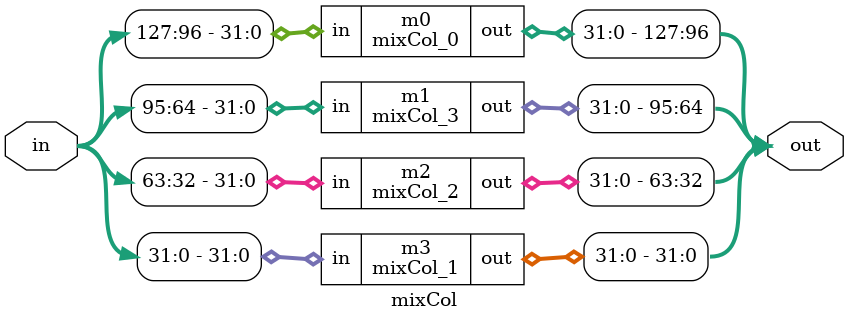
<source format=v>
`timescale 1ns / 1ps

module AND2_X1( A1, A2, ZN );
  input wire A1;
  input wire A2;
  //input_done

  output wire ZN;
  //output_done

  //wire_done

  assign ZN = A1 & A2;
endmodule


module OR2_X1( A1, A2, ZN );
  input wire A1;
  input wire A2;
  //input_done

  output wire ZN;
  //output_done

  //wire_done

  assign ZN = A1 | A2;
endmodule

module INV_X1( A, ZN );
  input wire A;
  //input_done

  output wire ZN;
  //output_done

  //wire_done
  
  assign ZN = ~A;
endmodule

/****************************
Mix_Col 0
****************************/
module scale2_0 ( in, out );
  input [7:0] in;
  //input_done

  output [7:0] out;
  //output_done

  wire   in_0, in_6, in_5, in_4, in_1, in_7, n1, n2, n3, n4, n5,
         n6, n7, n8, n9, n10;
  //wire_done

  assign in_0 = in[0];
  assign out[7] = in_6 ;
  assign in_6  = in[6];
  assign out[6] = in_5 ;
  assign in_5  = in[5];
  assign out[5] = in_4 ;
  assign in_4  = in[4];
  assign out[2] = in_1 ;
  assign in_1  = in[1];
  assign out[0] = in_7 ;
  assign in_7  = in[7];

  INV_X1 U1 ( .A(in_7), .ZN(n1) );
  INV_X1 U2 ( .A(in[3]), .ZN(n2) );
  INV_X1 U3 ( .A(in[2]), .ZN(n3) );
  INV_X1 U4 ( .A(in_0), .ZN(n4) );
  OR2_X1 U5 ( .A1(n5), .A2(n6), .ZN(out[4]) );
  AND2_X1 U6 ( .A1(in[3]), .A2(n1), .ZN(n6) );
  AND2_X1 U7 ( .A1(in_7), .A2(n2), .ZN(n5) );
  OR2_X1 U8 ( .A1(n7), .A2(n8), .ZN(out[3]) );
  AND2_X1 U9 ( .A1(in[2]), .A2(n1), .ZN(n8) );
  AND2_X1 U10 ( .A1(in_7), .A2(n3), .ZN(n7) );
  OR2_X1 U11 ( .A1(n9), .A2(n10), .ZN(out[1]) );
  AND2_X1 U12 ( .A1(in_0), .A2(n1), .ZN(n10) );
  AND2_X1 U13 ( .A1(in_7), .A2(n4), .ZN(n9) );
endmodule


module byteXor_0 ( a, b, y );
  input [7:0] a;
  input [7:0] b;
  //input_done

  output [7:0] y;
  //output_done

  wire   n1, n2, n3, n4, n5, n6, n7, n8, n9, n10, n11, n12, n13, n14, n15, n16,
         n17, n18, n19, n20, n21, n22, n23, n24, n25, n26, n27, n28, n29, n30,
         n31, n32;
  //wire_done

  INV_X1 U1 ( .A(n18), .ZN(n1) );
  INV_X1 U2 ( .A(a[7]), .ZN(n2) );
  INV_X1 U3 ( .A(n20), .ZN(n3) );
  INV_X1 U4 ( .A(a[6]), .ZN(n4) );
  INV_X1 U5 ( .A(n22), .ZN(n5) );
  INV_X1 U6 ( .A(a[5]), .ZN(n6) );
  INV_X1 U7 ( .A(n24), .ZN(n7) );
  INV_X1 U8 ( .A(a[4]), .ZN(n8) );
  INV_X1 U9 ( .A(n26), .ZN(n9) );
  INV_X1 U10 ( .A(a[3]), .ZN(n10) );
  INV_X1 U11 ( .A(n28), .ZN(n11) );
  INV_X1 U12 ( .A(a[2]), .ZN(n12) );
  INV_X1 U13 ( .A(n30), .ZN(n13) );
  INV_X1 U14 ( .A(a[1]), .ZN(n14) );
  INV_X1 U15 ( .A(n32), .ZN(n15) );
  INV_X1 U16 ( .A(a[0]), .ZN(n16) );
  OR2_X1 U17 ( .A1(n17), .A2(n1), .ZN(y[7]) );
  OR2_X1 U18 ( .A1(n2), .A2(b[7]), .ZN(n18) );
  AND2_X1 U19 ( .A1(b[7]), .A2(n2), .ZN(n17) );
  OR2_X1 U20 ( .A1(n19), .A2(n3), .ZN(y[6]) );
  OR2_X1 U21 ( .A1(n4), .A2(b[6]), .ZN(n20) );
  AND2_X1 U22 ( .A1(b[6]), .A2(n4), .ZN(n19) );
  OR2_X1 U23 ( .A1(n21), .A2(n5), .ZN(y[5]) );
  OR2_X1 U24 ( .A1(n6), .A2(b[5]), .ZN(n22) );
  AND2_X1 U25 ( .A1(b[5]), .A2(n6), .ZN(n21) );
  OR2_X1 U26 ( .A1(n23), .A2(n7), .ZN(y[4]) );
  OR2_X1 U27 ( .A1(n8), .A2(b[4]), .ZN(n24) );
  AND2_X1 U28 ( .A1(b[4]), .A2(n8), .ZN(n23) );
  OR2_X1 U29 ( .A1(n25), .A2(n9), .ZN(y[3]) );
  OR2_X1 U30 ( .A1(n10), .A2(b[3]), .ZN(n26) );
  AND2_X1 U31 ( .A1(b[3]), .A2(n10), .ZN(n25) );
  OR2_X1 U32 ( .A1(n27), .A2(n11), .ZN(y[2]) );
  OR2_X1 U33 ( .A1(n12), .A2(b[2]), .ZN(n28) );
  AND2_X1 U34 ( .A1(b[2]), .A2(n12), .ZN(n27) );
  OR2_X1 U35 ( .A1(n29), .A2(n13), .ZN(y[1]) );
  OR2_X1 U36 ( .A1(n14), .A2(b[1]), .ZN(n30) );
  AND2_X1 U37 ( .A1(b[1]), .A2(n14), .ZN(n29) );
  OR2_X1 U38 ( .A1(n31), .A2(n15), .ZN(y[0]) );
  OR2_X1 U39 ( .A1(n16), .A2(b[0]), .ZN(n32) );
  AND2_X1 U40 ( .A1(b[0]), .A2(n16), .ZN(n31) );
endmodule


module byteXor4_0 ( a, b, c, d, y );
  input [7:0] a;
  input [7:0] b;
  input [7:0] c;
  input [7:0] d;
  //input_done

  output [7:0] y;
  //output_done

  wire   n1, n2, n3, n4, n5, n6, n7, n8, n9, n10, n11, n12, n13, n14, n15, n16,
         n17, n18, n19, n20, n21, n22, n23, n24, n25, n26, n27, n28, n29, n30,
         n31, n32, n33, n34, n35, n36, n37, n38, n39, n40, n41, n42, n43, n44,
         n45, n46, n47, n48, n49, n50, n51, n52, n53, n54, n55, n56, n57, n58,
         n59, n60, n61, n62, n63, n64, n65, n66, n67, n68, n69, n70, n71, n72,
         n73, n74, n75, n76, n77, n78, n79, n80, n81, n82, n83, n84, n85, n86,
         n87, n88, n89, n90, n91, n92, n93, n94, n95, n96, n97, n98, n99, n100,
         n101, n102, n103, n104, n105, n106, n107, n108, n109, n110, n111,
         n112;
  //wire_done

  INV_X1 U1 ( .A(n50), .ZN(n1) );
  INV_X1 U2 ( .A(a[7]), .ZN(n2) );
  INV_X1 U3 ( .A(n58), .ZN(n3) );
  INV_X1 U4 ( .A(a[6]), .ZN(n4) );
  INV_X1 U5 ( .A(n66), .ZN(n5) );
  INV_X1 U6 ( .A(a[5]), .ZN(n6) );
  INV_X1 U7 ( .A(n74), .ZN(n7) );
  INV_X1 U8 ( .A(a[4]), .ZN(n8) );
  INV_X1 U9 ( .A(n82), .ZN(n9) );
  INV_X1 U10 ( .A(a[3]), .ZN(n10) );
  INV_X1 U11 ( .A(n90), .ZN(n11) );
  INV_X1 U12 ( .A(a[2]), .ZN(n12) );
  INV_X1 U13 ( .A(n98), .ZN(n13) );
  INV_X1 U14 ( .A(a[1]), .ZN(n14) );
  INV_X1 U15 ( .A(n106), .ZN(n15) );
  INV_X1 U16 ( .A(a[0]), .ZN(n16) );
  INV_X1 U17 ( .A(b[7]), .ZN(n17) );
  INV_X1 U18 ( .A(b[6]), .ZN(n18) );
  INV_X1 U19 ( .A(b[5]), .ZN(n19) );
  INV_X1 U20 ( .A(b[4]), .ZN(n20) );
  INV_X1 U21 ( .A(b[3]), .ZN(n21) );
  INV_X1 U22 ( .A(b[2]), .ZN(n22) );
  INV_X1 U23 ( .A(b[1]), .ZN(n23) );
  INV_X1 U24 ( .A(b[0]), .ZN(n24) );
  INV_X1 U25 ( .A(n54), .ZN(n25) );
  INV_X1 U26 ( .A(c[7]), .ZN(n26) );
  INV_X1 U27 ( .A(n62), .ZN(n27) );
  INV_X1 U28 ( .A(c[6]), .ZN(n28) );
  INV_X1 U29 ( .A(n70), .ZN(n29) );
  INV_X1 U30 ( .A(c[5]), .ZN(n30) );
  INV_X1 U31 ( .A(n78), .ZN(n31) );
  INV_X1 U32 ( .A(c[4]), .ZN(n32) );
  INV_X1 U33 ( .A(n86), .ZN(n33) );
  INV_X1 U34 ( .A(c[3]), .ZN(n34) );
  INV_X1 U35 ( .A(n94), .ZN(n35) );
  INV_X1 U36 ( .A(c[2]), .ZN(n36) );
  INV_X1 U37 ( .A(n102), .ZN(n37) );
  INV_X1 U38 ( .A(c[1]), .ZN(n38) );
  INV_X1 U39 ( .A(n110), .ZN(n39) );
  INV_X1 U40 ( .A(c[0]), .ZN(n40) );
  INV_X1 U41 ( .A(d[7]), .ZN(n41) );
  INV_X1 U42 ( .A(d[6]), .ZN(n42) );
  INV_X1 U43 ( .A(d[5]), .ZN(n43) );
  INV_X1 U44 ( .A(d[4]), .ZN(n44) );
  INV_X1 U45 ( .A(d[3]), .ZN(n45) );
  INV_X1 U46 ( .A(d[2]), .ZN(n46) );
  INV_X1 U47 ( .A(d[1]), .ZN(n47) );
  INV_X1 U48 ( .A(d[0]), .ZN(n48) );
  OR2_X1 U49 ( .A1(n49), .A2(n1), .ZN(y[7]) );
  OR2_X1 U50 ( .A1(n51), .A2(n25), .ZN(n50) );
  AND2_X1 U51 ( .A1(n25), .A2(n51), .ZN(n49) );
  AND2_X1 U52 ( .A1(n52), .A2(n53), .ZN(n51) );
  OR2_X1 U53 ( .A1(n2), .A2(b[7]), .ZN(n53) );
  OR2_X1 U54 ( .A1(n17), .A2(a[7]), .ZN(n52) );
  AND2_X1 U55 ( .A1(n55), .A2(n56), .ZN(n54) );
  OR2_X1 U56 ( .A1(n26), .A2(d[7]), .ZN(n56) );
  OR2_X1 U57 ( .A1(n41), .A2(c[7]), .ZN(n55) );
  OR2_X1 U58 ( .A1(n57), .A2(n3), .ZN(y[6]) );
  OR2_X1 U59 ( .A1(n59), .A2(n27), .ZN(n58) );
  AND2_X1 U60 ( .A1(n27), .A2(n59), .ZN(n57) );
  AND2_X1 U61 ( .A1(n60), .A2(n61), .ZN(n59) );
  OR2_X1 U62 ( .A1(n4), .A2(b[6]), .ZN(n61) );
  OR2_X1 U63 ( .A1(n18), .A2(a[6]), .ZN(n60) );
  AND2_X1 U64 ( .A1(n63), .A2(n64), .ZN(n62) );
  OR2_X1 U65 ( .A1(n28), .A2(d[6]), .ZN(n64) );
  OR2_X1 U66 ( .A1(n42), .A2(c[6]), .ZN(n63) );
  OR2_X1 U67 ( .A1(n65), .A2(n5), .ZN(y[5]) );
  OR2_X1 U68 ( .A1(n67), .A2(n29), .ZN(n66) );
  AND2_X1 U69 ( .A1(n29), .A2(n67), .ZN(n65) );
  AND2_X1 U70 ( .A1(n68), .A2(n69), .ZN(n67) );
  OR2_X1 U71 ( .A1(n6), .A2(b[5]), .ZN(n69) );
  OR2_X1 U72 ( .A1(n19), .A2(a[5]), .ZN(n68) );
  AND2_X1 U73 ( .A1(n71), .A2(n72), .ZN(n70) );
  OR2_X1 U74 ( .A1(n30), .A2(d[5]), .ZN(n72) );
  OR2_X1 U75 ( .A1(n43), .A2(c[5]), .ZN(n71) );
  OR2_X1 U76 ( .A1(n73), .A2(n7), .ZN(y[4]) );
  OR2_X1 U77 ( .A1(n75), .A2(n31), .ZN(n74) );
  AND2_X1 U78 ( .A1(n31), .A2(n75), .ZN(n73) );
  AND2_X1 U79 ( .A1(n76), .A2(n77), .ZN(n75) );
  OR2_X1 U80 ( .A1(n8), .A2(b[4]), .ZN(n77) );
  OR2_X1 U81 ( .A1(n20), .A2(a[4]), .ZN(n76) );
  AND2_X1 U82 ( .A1(n79), .A2(n80), .ZN(n78) );
  OR2_X1 U83 ( .A1(n32), .A2(d[4]), .ZN(n80) );
  OR2_X1 U84 ( .A1(n44), .A2(c[4]), .ZN(n79) );
  OR2_X1 U85 ( .A1(n81), .A2(n9), .ZN(y[3]) );
  OR2_X1 U86 ( .A1(n83), .A2(n33), .ZN(n82) );
  AND2_X1 U87 ( .A1(n33), .A2(n83), .ZN(n81) );
  AND2_X1 U88 ( .A1(n84), .A2(n85), .ZN(n83) );
  OR2_X1 U89 ( .A1(n10), .A2(b[3]), .ZN(n85) );
  OR2_X1 U90 ( .A1(n21), .A2(a[3]), .ZN(n84) );
  AND2_X1 U91 ( .A1(n87), .A2(n88), .ZN(n86) );
  OR2_X1 U92 ( .A1(n34), .A2(d[3]), .ZN(n88) );
  OR2_X1 U93 ( .A1(n45), .A2(c[3]), .ZN(n87) );
  OR2_X1 U94 ( .A1(n89), .A2(n11), .ZN(y[2]) );
  OR2_X1 U95 ( .A1(n91), .A2(n35), .ZN(n90) );
  AND2_X1 U96 ( .A1(n35), .A2(n91), .ZN(n89) );
  AND2_X1 U97 ( .A1(n92), .A2(n93), .ZN(n91) );
  OR2_X1 U98 ( .A1(n12), .A2(b[2]), .ZN(n93) );
  OR2_X1 U99 ( .A1(n22), .A2(a[2]), .ZN(n92) );
  AND2_X1 U100 ( .A1(n95), .A2(n96), .ZN(n94) );
  OR2_X1 U101 ( .A1(n36), .A2(d[2]), .ZN(n96) );
  OR2_X1 U102 ( .A1(n46), .A2(c[2]), .ZN(n95) );
  OR2_X1 U103 ( .A1(n97), .A2(n13), .ZN(y[1]) );
  OR2_X1 U104 ( .A1(n99), .A2(n37), .ZN(n98) );
  AND2_X1 U105 ( .A1(n37), .A2(n99), .ZN(n97) );
  AND2_X1 U106 ( .A1(n100), .A2(n101), .ZN(n99) );
  OR2_X1 U107 ( .A1(n14), .A2(b[1]), .ZN(n101) );
  OR2_X1 U108 ( .A1(n23), .A2(a[1]), .ZN(n100) );
  AND2_X1 U109 ( .A1(n103), .A2(n104), .ZN(n102) );
  OR2_X1 U110 ( .A1(n38), .A2(d[1]), .ZN(n104) );
  OR2_X1 U111 ( .A1(n47), .A2(c[1]), .ZN(n103) );
  OR2_X1 U112 ( .A1(n105), .A2(n15), .ZN(y[0]) );
  OR2_X1 U113 ( .A1(n107), .A2(n39), .ZN(n106) );
  AND2_X1 U114 ( .A1(n39), .A2(n107), .ZN(n105) );
  AND2_X1 U115 ( .A1(n108), .A2(n109), .ZN(n107) );
  OR2_X1 U116 ( .A1(n16), .A2(b[0]), .ZN(n109) );
  OR2_X1 U117 ( .A1(n24), .A2(a[0]), .ZN(n108) );
  AND2_X1 U118 ( .A1(n111), .A2(n112), .ZN(n110) );
  OR2_X1 U119 ( .A1(n40), .A2(d[0]), .ZN(n112) );
  OR2_X1 U120 ( .A1(n48), .A2(c[0]), .ZN(n111) );
endmodule


module scale2_13 ( in, out );
  input [7:0] in;
  //input_done

  output [7:0] out;
  //output_done

  wire   in_0, in_6, in_5, in_4, in_1, in_7, n11, n12, n13, n14,
         n15, n16, n17, n18, n19, n20;
  //wire_done

  assign in_0 = in[0];
  assign out[7] = in_6 ;
  assign in_6  = in[6];
  assign out[6] = in_5 ;
  assign in_5  = in[5];
  assign out[5] = in_4 ;
  assign in_4  = in[4];
  assign out[2] = in_1 ;
  assign in_1  = in[1];
  assign out[0] = in_7 ;
  assign in_7  = in[7];

  INV_X1 U1 ( .A(in_7), .ZN(n20) );
  INV_X1 U2 ( .A(in[3]), .ZN(n19) );
  INV_X1 U3 ( .A(in[2]), .ZN(n18) );
  INV_X1 U4 ( .A(in_0), .ZN(n17) );
  OR2_X1 U5 ( .A1(n16), .A2(n15), .ZN(out[4]) );
  AND2_X1 U6 ( .A1(in[3]), .A2(n20), .ZN(n15) );
  AND2_X1 U7 ( .A1(in_7), .A2(n19), .ZN(n16) );
  OR2_X1 U8 ( .A1(n14), .A2(n13), .ZN(out[3]) );
  AND2_X1 U9 ( .A1(in[2]), .A2(n20), .ZN(n13) );
  AND2_X1 U10 ( .A1(in_7), .A2(n18), .ZN(n14) );
  OR2_X1 U11 ( .A1(n12), .A2(n11), .ZN(out[1]) );
  AND2_X1 U12 ( .A1(in_0), .A2(n20), .ZN(n11) );
  AND2_X1 U13 ( .A1(in_7), .A2(n17), .ZN(n12) );
endmodule


module scale2_14 ( in, out );
  input [7:0] in;
  //input_done

  output [7:0] out;
  //output_done

  wire   in_0, in_6, in_5, in_4, in_1, in_7, n11, n12, n13, n14,
         n15, n16, n17, n18, n19, n20;
  //wire_done

  assign in_0 = in[0];
  assign out[7] = in_6 ;
  assign in_6  = in[6];
  assign out[6] = in_5 ;
  assign in_5  = in[5];
  assign out[5] = in_4 ;
  assign in_4  = in[4];
  assign out[2] = in_1 ;
  assign in_1  = in[1];
  assign out[0] = in_7 ;
  assign in_7  = in[7];

  INV_X1 U1 ( .A(in_7), .ZN(n20) );
  INV_X1 U2 ( .A(in[3]), .ZN(n19) );
  INV_X1 U3 ( .A(in[2]), .ZN(n18) );
  INV_X1 U4 ( .A(in_0), .ZN(n17) );
  OR2_X1 U5 ( .A1(n16), .A2(n15), .ZN(out[4]) );
  AND2_X1 U6 ( .A1(in[3]), .A2(n20), .ZN(n15) );
  AND2_X1 U7 ( .A1(in_7), .A2(n19), .ZN(n16) );
  OR2_X1 U8 ( .A1(n14), .A2(n13), .ZN(out[3]) );
  AND2_X1 U9 ( .A1(in[2]), .A2(n20), .ZN(n13) );
  AND2_X1 U10 ( .A1(in_7), .A2(n18), .ZN(n14) );
  OR2_X1 U11 ( .A1(n12), .A2(n11), .ZN(out[1]) );
  AND2_X1 U12 ( .A1(in_0), .A2(n20), .ZN(n11) );
  AND2_X1 U13 ( .A1(in_7), .A2(n17), .ZN(n12) );
endmodule


module scale2_15 ( in, out );
  input [7:0] in;
  //input_done

  output [7:0] out;
  //output_done

  wire   in_0, in_6, in_5, in_4, in_1, in_7, n11, n12, n13, n14,
         n15, n16, n17, n18, n19, n20;
  //wire_done
         
  assign in_0 = in[0];
  assign out[7] = in_6 ;
  assign in_6  = in[6];
  assign out[6] = in_5 ;
  assign in_5  = in[5];
  assign out[5] = in_4 ;
  assign in_4  = in[4];
  assign out[2] = in_1 ;
  assign in_1  = in[1];
  assign out[0] = in_7 ;
  assign in_7  = in[7];

  INV_X1 U1 ( .A(in_7), .ZN(n20) );
  INV_X1 U2 ( .A(in[3]), .ZN(n19) );
  INV_X1 U3 ( .A(in[2]), .ZN(n18) );
  INV_X1 U4 ( .A(in_0), .ZN(n17) );
  OR2_X1 U5 ( .A1(n16), .A2(n15), .ZN(out[4]) );
  AND2_X1 U6 ( .A1(in[3]), .A2(n20), .ZN(n15) );
  AND2_X1 U7 ( .A1(in_7), .A2(n19), .ZN(n16) );
  OR2_X1 U8 ( .A1(n14), .A2(n13), .ZN(out[3]) );
  AND2_X1 U9 ( .A1(in[2]), .A2(n20), .ZN(n13) );
  AND2_X1 U10 ( .A1(in_7), .A2(n18), .ZN(n14) );
  OR2_X1 U11 ( .A1(n12), .A2(n11), .ZN(out[1]) );
  AND2_X1 U12 ( .A1(in_0), .A2(n20), .ZN(n11) );
  AND2_X1 U13 ( .A1(in_7), .A2(n17), .ZN(n12) );
endmodule


module byteXor_14 ( a, b, y );
  input [7:0] a;
  input [7:0] b;
  //input_done

  output [7:0] y;
  //output_done

  wire   n33, n34, n35, n36, n37, n38, n39, n40, n41, n42, n43, n44, n45, n46,
         n47, n48, n49, n50, n51, n52, n53, n54, n55, n56, n57, n58, n59, n60,
         n61, n62, n63, n64;
  //wire_done

  INV_X1 U1 ( .A(n47), .ZN(n64) );
  INV_X1 U2 ( .A(a[7]), .ZN(n63) );
  INV_X1 U3 ( .A(n45), .ZN(n62) );
  INV_X1 U4 ( .A(a[6]), .ZN(n61) );
  INV_X1 U5 ( .A(n43), .ZN(n60) );
  INV_X1 U6 ( .A(a[5]), .ZN(n59) );
  INV_X1 U7 ( .A(n41), .ZN(n58) );
  INV_X1 U8 ( .A(a[4]), .ZN(n57) );
  INV_X1 U9 ( .A(n39), .ZN(n56) );
  INV_X1 U10 ( .A(a[3]), .ZN(n55) );
  INV_X1 U11 ( .A(n37), .ZN(n54) );
  INV_X1 U12 ( .A(a[2]), .ZN(n53) );
  INV_X1 U13 ( .A(n35), .ZN(n52) );
  INV_X1 U14 ( .A(a[1]), .ZN(n51) );
  INV_X1 U15 ( .A(n33), .ZN(n50) );
  INV_X1 U16 ( .A(a[0]), .ZN(n49) );
  OR2_X1 U17 ( .A1(n48), .A2(n64), .ZN(y[7]) );
  OR2_X1 U18 ( .A1(n63), .A2(b[7]), .ZN(n47) );
  AND2_X1 U19 ( .A1(b[7]), .A2(n63), .ZN(n48) );
  OR2_X1 U20 ( .A1(n46), .A2(n62), .ZN(y[6]) );
  OR2_X1 U21 ( .A1(n61), .A2(b[6]), .ZN(n45) );
  AND2_X1 U22 ( .A1(b[6]), .A2(n61), .ZN(n46) );
  OR2_X1 U23 ( .A1(n44), .A2(n60), .ZN(y[5]) );
  OR2_X1 U24 ( .A1(n59), .A2(b[5]), .ZN(n43) );
  AND2_X1 U25 ( .A1(b[5]), .A2(n59), .ZN(n44) );
  OR2_X1 U26 ( .A1(n42), .A2(n58), .ZN(y[4]) );
  OR2_X1 U27 ( .A1(n57), .A2(b[4]), .ZN(n41) );
  AND2_X1 U28 ( .A1(b[4]), .A2(n57), .ZN(n42) );
  OR2_X1 U29 ( .A1(n40), .A2(n56), .ZN(y[3]) );
  OR2_X1 U30 ( .A1(n55), .A2(b[3]), .ZN(n39) );
  AND2_X1 U31 ( .A1(b[3]), .A2(n55), .ZN(n40) );
  OR2_X1 U32 ( .A1(n38), .A2(n54), .ZN(y[2]) );
  OR2_X1 U33 ( .A1(n53), .A2(b[2]), .ZN(n37) );
  AND2_X1 U34 ( .A1(b[2]), .A2(n53), .ZN(n38) );
  OR2_X1 U35 ( .A1(n36), .A2(n52), .ZN(y[1]) );
  OR2_X1 U36 ( .A1(n51), .A2(b[1]), .ZN(n35) );
  AND2_X1 U37 ( .A1(b[1]), .A2(n51), .ZN(n36) );
  OR2_X1 U38 ( .A1(n34), .A2(n50), .ZN(y[0]) );
  OR2_X1 U39 ( .A1(n49), .A2(b[0]), .ZN(n33) );
  AND2_X1 U40 ( .A1(b[0]), .A2(n49), .ZN(n34) );
endmodule


module byteXor_15 ( a, b, y );
  input [7:0] a;
  input [7:0] b;
  //input_done

  output [7:0] y;
  //output_done

  wire   n33, n34, n35, n36, n37, n38, n39, n40, n41, n42, n43, n44, n45, n46,
         n47, n48, n49, n50, n51, n52, n53, n54, n55, n56, n57, n58, n59, n60,
         n61, n62, n63, n64;
  //wire_done

  INV_X1 U1 ( .A(n47), .ZN(n64) );
  INV_X1 U2 ( .A(a[7]), .ZN(n63) );
  INV_X1 U3 ( .A(n45), .ZN(n62) );
  INV_X1 U4 ( .A(a[6]), .ZN(n61) );
  INV_X1 U5 ( .A(n43), .ZN(n60) );
  INV_X1 U6 ( .A(a[5]), .ZN(n59) );
  INV_X1 U7 ( .A(n41), .ZN(n58) );
  INV_X1 U8 ( .A(a[4]), .ZN(n57) );
  INV_X1 U9 ( .A(n39), .ZN(n56) );
  INV_X1 U10 ( .A(a[3]), .ZN(n55) );
  INV_X1 U11 ( .A(n37), .ZN(n54) );
  INV_X1 U12 ( .A(a[2]), .ZN(n53) );
  INV_X1 U13 ( .A(n35), .ZN(n52) );
  INV_X1 U14 ( .A(a[1]), .ZN(n51) );
  INV_X1 U15 ( .A(n33), .ZN(n50) );
  INV_X1 U16 ( .A(a[0]), .ZN(n49) );
  OR2_X1 U17 ( .A1(n48), .A2(n64), .ZN(y[7]) );
  OR2_X1 U18 ( .A1(n63), .A2(b[7]), .ZN(n47) );
  AND2_X1 U19 ( .A1(b[7]), .A2(n63), .ZN(n48) );
  OR2_X1 U20 ( .A1(n46), .A2(n62), .ZN(y[6]) );
  OR2_X1 U21 ( .A1(n61), .A2(b[6]), .ZN(n45) );
  AND2_X1 U22 ( .A1(b[6]), .A2(n61), .ZN(n46) );
  OR2_X1 U23 ( .A1(n44), .A2(n60), .ZN(y[5]) );
  OR2_X1 U24 ( .A1(n59), .A2(b[5]), .ZN(n43) );
  AND2_X1 U25 ( .A1(b[5]), .A2(n59), .ZN(n44) );
  OR2_X1 U26 ( .A1(n42), .A2(n58), .ZN(y[4]) );
  OR2_X1 U27 ( .A1(n57), .A2(b[4]), .ZN(n41) );
  AND2_X1 U28 ( .A1(b[4]), .A2(n57), .ZN(n42) );
  OR2_X1 U29 ( .A1(n40), .A2(n56), .ZN(y[3]) );
  OR2_X1 U30 ( .A1(n55), .A2(b[3]), .ZN(n39) );
  AND2_X1 U31 ( .A1(b[3]), .A2(n55), .ZN(n40) );
  OR2_X1 U32 ( .A1(n38), .A2(n54), .ZN(y[2]) );
  OR2_X1 U33 ( .A1(n53), .A2(b[2]), .ZN(n37) );
  AND2_X1 U34 ( .A1(b[2]), .A2(n53), .ZN(n38) );
  OR2_X1 U35 ( .A1(n36), .A2(n52), .ZN(y[1]) );
  OR2_X1 U36 ( .A1(n51), .A2(b[1]), .ZN(n35) );
  AND2_X1 U37 ( .A1(b[1]), .A2(n51), .ZN(n36) );
  OR2_X1 U38 ( .A1(n34), .A2(n50), .ZN(y[0]) );
  OR2_X1 U39 ( .A1(n49), .A2(b[0]), .ZN(n33) );
  AND2_X1 U40 ( .A1(b[0]), .A2(n49), .ZN(n34) );
endmodule


module byteXor_16 ( a, b, y );
  input [7:0] a;
  input [7:0] b;
  //input_done

  output [7:0] y;
  //output_done

  wire   n33, n34, n35, n36, n37, n38, n39, n40, n41, n42, n43, n44, n45, n46,
         n47, n48, n49, n50, n51, n52, n53, n54, n55, n56, n57, n58, n59, n60,
         n61, n62, n63, n64;
  //wire_done

  INV_X1 U1 ( .A(n47), .ZN(n64) );
  INV_X1 U2 ( .A(a[7]), .ZN(n63) );
  INV_X1 U3 ( .A(n45), .ZN(n62) );
  INV_X1 U4 ( .A(a[6]), .ZN(n61) );
  INV_X1 U5 ( .A(n43), .ZN(n60) );
  INV_X1 U6 ( .A(a[5]), .ZN(n59) );
  INV_X1 U7 ( .A(n41), .ZN(n58) );
  INV_X1 U8 ( .A(a[4]), .ZN(n57) );
  INV_X1 U9 ( .A(n39), .ZN(n56) );
  INV_X1 U10 ( .A(a[3]), .ZN(n55) );
  INV_X1 U11 ( .A(n37), .ZN(n54) );
  INV_X1 U12 ( .A(a[2]), .ZN(n53) );
  INV_X1 U13 ( .A(n35), .ZN(n52) );
  INV_X1 U14 ( .A(a[1]), .ZN(n51) );
  INV_X1 U15 ( .A(n33), .ZN(n50) );
  INV_X1 U16 ( .A(a[0]), .ZN(n49) );
  OR2_X1 U17 ( .A1(n48), .A2(n64), .ZN(y[7]) );
  OR2_X1 U18 ( .A1(n63), .A2(b[7]), .ZN(n47) );
  AND2_X1 U19 ( .A1(b[7]), .A2(n63), .ZN(n48) );
  OR2_X1 U20 ( .A1(n46), .A2(n62), .ZN(y[6]) );
  OR2_X1 U21 ( .A1(n61), .A2(b[6]), .ZN(n45) );
  AND2_X1 U22 ( .A1(b[6]), .A2(n61), .ZN(n46) );
  OR2_X1 U23 ( .A1(n44), .A2(n60), .ZN(y[5]) );
  OR2_X1 U24 ( .A1(n59), .A2(b[5]), .ZN(n43) );
  AND2_X1 U25 ( .A1(b[5]), .A2(n59), .ZN(n44) );
  OR2_X1 U26 ( .A1(n42), .A2(n58), .ZN(y[4]) );
  OR2_X1 U27 ( .A1(n57), .A2(b[4]), .ZN(n41) );
  AND2_X1 U28 ( .A1(b[4]), .A2(n57), .ZN(n42) );
  OR2_X1 U29 ( .A1(n40), .A2(n56), .ZN(y[3]) );
  OR2_X1 U30 ( .A1(n55), .A2(b[3]), .ZN(n39) );
  AND2_X1 U31 ( .A1(b[3]), .A2(n55), .ZN(n40) );
  OR2_X1 U32 ( .A1(n38), .A2(n54), .ZN(y[2]) );
  OR2_X1 U33 ( .A1(n53), .A2(b[2]), .ZN(n37) );
  AND2_X1 U34 ( .A1(b[2]), .A2(n53), .ZN(n38) );
  OR2_X1 U35 ( .A1(n36), .A2(n52), .ZN(y[1]) );
  OR2_X1 U36 ( .A1(n51), .A2(b[1]), .ZN(n35) );
  AND2_X1 U37 ( .A1(b[1]), .A2(n51), .ZN(n36) );
  OR2_X1 U38 ( .A1(n34), .A2(n50), .ZN(y[0]) );
  OR2_X1 U39 ( .A1(n49), .A2(b[0]), .ZN(n33) );
  AND2_X1 U40 ( .A1(b[0]), .A2(n49), .ZN(n34) );
endmodule


module byteXor4_13 ( a, b, c, d, y );
  input [7:0] a;
  input [7:0] b;
  input [7:0] c;
  input [7:0] d;
  //input_done

  output [7:0] y;
  //output_done

  wire   n113, n114, n115, n116, n117, n118, n119, n120, n121, n122, n123,
         n124, n125, n126, n127, n128, n129, n130, n131, n132, n133, n134,
         n135, n136, n137, n138, n139, n140, n141, n142, n143, n144, n145,
         n146, n147, n148, n149, n150, n151, n152, n153, n154, n155, n156,
         n157, n158, n159, n160, n161, n162, n163, n164, n165, n166, n167,
         n168, n169, n170, n171, n172, n173, n174, n175, n176, n177, n178,
         n179, n180, n181, n182, n183, n184, n185, n186, n187, n188, n189,
         n190, n191, n192, n193, n194, n195, n196, n197, n198, n199, n200,
         n201, n202, n203, n204, n205, n206, n207, n208, n209, n210, n211,
         n212, n213, n214, n215, n216, n217, n218, n219, n220, n221, n222,
         n223, n224;
  //wire_done

  INV_X1 U1 ( .A(n175), .ZN(n224) );
  INV_X1 U2 ( .A(a[7]), .ZN(n223) );
  INV_X1 U3 ( .A(n167), .ZN(n222) );
  INV_X1 U4 ( .A(a[6]), .ZN(n221) );
  INV_X1 U5 ( .A(n159), .ZN(n220) );
  INV_X1 U6 ( .A(a[5]), .ZN(n219) );
  INV_X1 U7 ( .A(n151), .ZN(n218) );
  INV_X1 U8 ( .A(a[4]), .ZN(n217) );
  INV_X1 U9 ( .A(n143), .ZN(n216) );
  INV_X1 U10 ( .A(a[3]), .ZN(n215) );
  INV_X1 U11 ( .A(n135), .ZN(n214) );
  INV_X1 U12 ( .A(a[2]), .ZN(n213) );
  INV_X1 U13 ( .A(n127), .ZN(n212) );
  INV_X1 U14 ( .A(a[1]), .ZN(n211) );
  INV_X1 U15 ( .A(n119), .ZN(n210) );
  INV_X1 U16 ( .A(a[0]), .ZN(n209) );
  INV_X1 U17 ( .A(b[7]), .ZN(n208) );
  INV_X1 U18 ( .A(b[6]), .ZN(n207) );
  INV_X1 U19 ( .A(b[5]), .ZN(n206) );
  INV_X1 U20 ( .A(b[4]), .ZN(n205) );
  INV_X1 U21 ( .A(b[3]), .ZN(n204) );
  INV_X1 U22 ( .A(b[2]), .ZN(n203) );
  INV_X1 U23 ( .A(b[1]), .ZN(n202) );
  INV_X1 U24 ( .A(b[0]), .ZN(n201) );
  INV_X1 U25 ( .A(n171), .ZN(n200) );
  INV_X1 U26 ( .A(c[7]), .ZN(n199) );
  INV_X1 U27 ( .A(n163), .ZN(n198) );
  INV_X1 U28 ( .A(c[6]), .ZN(n197) );
  INV_X1 U29 ( .A(n155), .ZN(n196) );
  INV_X1 U30 ( .A(c[5]), .ZN(n195) );
  INV_X1 U31 ( .A(n147), .ZN(n194) );
  INV_X1 U32 ( .A(c[4]), .ZN(n193) );
  INV_X1 U33 ( .A(n139), .ZN(n192) );
  INV_X1 U34 ( .A(c[3]), .ZN(n191) );
  INV_X1 U35 ( .A(n131), .ZN(n190) );
  INV_X1 U36 ( .A(c[2]), .ZN(n189) );
  INV_X1 U37 ( .A(n123), .ZN(n188) );
  INV_X1 U38 ( .A(c[1]), .ZN(n187) );
  INV_X1 U39 ( .A(n115), .ZN(n186) );
  INV_X1 U40 ( .A(c[0]), .ZN(n185) );
  INV_X1 U41 ( .A(d[7]), .ZN(n184) );
  INV_X1 U42 ( .A(d[6]), .ZN(n183) );
  INV_X1 U43 ( .A(d[5]), .ZN(n182) );
  INV_X1 U44 ( .A(d[4]), .ZN(n181) );
  INV_X1 U45 ( .A(d[3]), .ZN(n180) );
  INV_X1 U46 ( .A(d[2]), .ZN(n179) );
  INV_X1 U47 ( .A(d[1]), .ZN(n178) );
  INV_X1 U48 ( .A(d[0]), .ZN(n177) );
  OR2_X1 U49 ( .A1(n176), .A2(n224), .ZN(y[7]) );
  OR2_X1 U50 ( .A1(n174), .A2(n200), .ZN(n175) );
  AND2_X1 U51 ( .A1(n200), .A2(n174), .ZN(n176) );
  AND2_X1 U52 ( .A1(n173), .A2(n172), .ZN(n174) );
  OR2_X1 U53 ( .A1(n223), .A2(b[7]), .ZN(n172) );
  OR2_X1 U54 ( .A1(n208), .A2(a[7]), .ZN(n173) );
  AND2_X1 U55 ( .A1(n170), .A2(n169), .ZN(n171) );
  OR2_X1 U56 ( .A1(n199), .A2(d[7]), .ZN(n169) );
  OR2_X1 U57 ( .A1(n184), .A2(c[7]), .ZN(n170) );
  OR2_X1 U58 ( .A1(n168), .A2(n222), .ZN(y[6]) );
  OR2_X1 U59 ( .A1(n166), .A2(n198), .ZN(n167) );
  AND2_X1 U60 ( .A1(n198), .A2(n166), .ZN(n168) );
  AND2_X1 U61 ( .A1(n165), .A2(n164), .ZN(n166) );
  OR2_X1 U62 ( .A1(n221), .A2(b[6]), .ZN(n164) );
  OR2_X1 U63 ( .A1(n207), .A2(a[6]), .ZN(n165) );
  AND2_X1 U64 ( .A1(n162), .A2(n161), .ZN(n163) );
  OR2_X1 U65 ( .A1(n197), .A2(d[6]), .ZN(n161) );
  OR2_X1 U66 ( .A1(n183), .A2(c[6]), .ZN(n162) );
  OR2_X1 U67 ( .A1(n160), .A2(n220), .ZN(y[5]) );
  OR2_X1 U68 ( .A1(n158), .A2(n196), .ZN(n159) );
  AND2_X1 U69 ( .A1(n196), .A2(n158), .ZN(n160) );
  AND2_X1 U70 ( .A1(n157), .A2(n156), .ZN(n158) );
  OR2_X1 U71 ( .A1(n219), .A2(b[5]), .ZN(n156) );
  OR2_X1 U72 ( .A1(n206), .A2(a[5]), .ZN(n157) );
  AND2_X1 U73 ( .A1(n154), .A2(n153), .ZN(n155) );
  OR2_X1 U74 ( .A1(n195), .A2(d[5]), .ZN(n153) );
  OR2_X1 U75 ( .A1(n182), .A2(c[5]), .ZN(n154) );
  OR2_X1 U76 ( .A1(n152), .A2(n218), .ZN(y[4]) );
  OR2_X1 U77 ( .A1(n150), .A2(n194), .ZN(n151) );
  AND2_X1 U78 ( .A1(n194), .A2(n150), .ZN(n152) );
  AND2_X1 U79 ( .A1(n149), .A2(n148), .ZN(n150) );
  OR2_X1 U80 ( .A1(n217), .A2(b[4]), .ZN(n148) );
  OR2_X1 U81 ( .A1(n205), .A2(a[4]), .ZN(n149) );
  AND2_X1 U82 ( .A1(n146), .A2(n145), .ZN(n147) );
  OR2_X1 U83 ( .A1(n193), .A2(d[4]), .ZN(n145) );
  OR2_X1 U84 ( .A1(n181), .A2(c[4]), .ZN(n146) );
  OR2_X1 U85 ( .A1(n144), .A2(n216), .ZN(y[3]) );
  OR2_X1 U86 ( .A1(n142), .A2(n192), .ZN(n143) );
  AND2_X1 U87 ( .A1(n192), .A2(n142), .ZN(n144) );
  AND2_X1 U88 ( .A1(n141), .A2(n140), .ZN(n142) );
  OR2_X1 U89 ( .A1(n215), .A2(b[3]), .ZN(n140) );
  OR2_X1 U90 ( .A1(n204), .A2(a[3]), .ZN(n141) );
  AND2_X1 U91 ( .A1(n138), .A2(n137), .ZN(n139) );
  OR2_X1 U92 ( .A1(n191), .A2(d[3]), .ZN(n137) );
  OR2_X1 U93 ( .A1(n180), .A2(c[3]), .ZN(n138) );
  OR2_X1 U94 ( .A1(n136), .A2(n214), .ZN(y[2]) );
  OR2_X1 U95 ( .A1(n134), .A2(n190), .ZN(n135) );
  AND2_X1 U96 ( .A1(n190), .A2(n134), .ZN(n136) );
  AND2_X1 U97 ( .A1(n133), .A2(n132), .ZN(n134) );
  OR2_X1 U98 ( .A1(n213), .A2(b[2]), .ZN(n132) );
  OR2_X1 U99 ( .A1(n203), .A2(a[2]), .ZN(n133) );
  AND2_X1 U100 ( .A1(n130), .A2(n129), .ZN(n131) );
  OR2_X1 U101 ( .A1(n189), .A2(d[2]), .ZN(n129) );
  OR2_X1 U102 ( .A1(n179), .A2(c[2]), .ZN(n130) );
  OR2_X1 U103 ( .A1(n128), .A2(n212), .ZN(y[1]) );
  OR2_X1 U104 ( .A1(n126), .A2(n188), .ZN(n127) );
  AND2_X1 U105 ( .A1(n188), .A2(n126), .ZN(n128) );
  AND2_X1 U106 ( .A1(n125), .A2(n124), .ZN(n126) );
  OR2_X1 U107 ( .A1(n211), .A2(b[1]), .ZN(n124) );
  OR2_X1 U108 ( .A1(n202), .A2(a[1]), .ZN(n125) );
  AND2_X1 U109 ( .A1(n122), .A2(n121), .ZN(n123) );
  OR2_X1 U110 ( .A1(n187), .A2(d[1]), .ZN(n121) );
  OR2_X1 U111 ( .A1(n178), .A2(c[1]), .ZN(n122) );
  OR2_X1 U112 ( .A1(n120), .A2(n210), .ZN(y[0]) );
  OR2_X1 U113 ( .A1(n118), .A2(n186), .ZN(n119) );
  AND2_X1 U114 ( .A1(n186), .A2(n118), .ZN(n120) );
  AND2_X1 U115 ( .A1(n117), .A2(n116), .ZN(n118) );
  OR2_X1 U116 ( .A1(n209), .A2(b[0]), .ZN(n116) );
  OR2_X1 U117 ( .A1(n201), .A2(a[0]), .ZN(n117) );
  AND2_X1 U118 ( .A1(n114), .A2(n113), .ZN(n115) );
  OR2_X1 U119 ( .A1(n185), .A2(d[0]), .ZN(n113) );
  OR2_X1 U120 ( .A1(n177), .A2(c[0]), .ZN(n114) );
endmodule


module byteXor4_14 ( a, b, c, d, y );
  input [7:0] a;
  input [7:0] b;
  input [7:0] c;
  input [7:0] d;
  //input_done

  output [7:0] y;
  //output_done

  wire   n113, n114, n115, n116, n117, n118, n119, n120, n121, n122, n123,
         n124, n125, n126, n127, n128, n129, n130, n131, n132, n133, n134,
         n135, n136, n137, n138, n139, n140, n141, n142, n143, n144, n145,
         n146, n147, n148, n149, n150, n151, n152, n153, n154, n155, n156,
         n157, n158, n159, n160, n161, n162, n163, n164, n165, n166, n167,
         n168, n169, n170, n171, n172, n173, n174, n175, n176, n177, n178,
         n179, n180, n181, n182, n183, n184, n185, n186, n187, n188, n189,
         n190, n191, n192, n193, n194, n195, n196, n197, n198, n199, n200,
         n201, n202, n203, n204, n205, n206, n207, n208, n209, n210, n211,
         n212, n213, n214, n215, n216, n217, n218, n219, n220, n221, n222,
         n223, n224;
  //wire_done

  INV_X1 U1 ( .A(n175), .ZN(n224) );
  INV_X1 U2 ( .A(a[7]), .ZN(n223) );
  INV_X1 U3 ( .A(n167), .ZN(n222) );
  INV_X1 U4 ( .A(a[6]), .ZN(n221) );
  INV_X1 U5 ( .A(n159), .ZN(n220) );
  INV_X1 U6 ( .A(a[5]), .ZN(n219) );
  INV_X1 U7 ( .A(n151), .ZN(n218) );
  INV_X1 U8 ( .A(a[4]), .ZN(n217) );
  INV_X1 U9 ( .A(n143), .ZN(n216) );
  INV_X1 U10 ( .A(a[3]), .ZN(n215) );
  INV_X1 U11 ( .A(n135), .ZN(n214) );
  INV_X1 U12 ( .A(a[2]), .ZN(n213) );
  INV_X1 U13 ( .A(n127), .ZN(n212) );
  INV_X1 U14 ( .A(a[1]), .ZN(n211) );
  INV_X1 U15 ( .A(n119), .ZN(n210) );
  INV_X1 U16 ( .A(a[0]), .ZN(n209) );
  INV_X1 U17 ( .A(b[7]), .ZN(n208) );
  INV_X1 U18 ( .A(b[6]), .ZN(n207) );
  INV_X1 U19 ( .A(b[5]), .ZN(n206) );
  INV_X1 U20 ( .A(b[4]), .ZN(n205) );
  INV_X1 U21 ( .A(b[3]), .ZN(n204) );
  INV_X1 U22 ( .A(b[2]), .ZN(n203) );
  INV_X1 U23 ( .A(b[1]), .ZN(n202) );
  INV_X1 U24 ( .A(b[0]), .ZN(n201) );
  INV_X1 U25 ( .A(n171), .ZN(n200) );
  INV_X1 U26 ( .A(c[7]), .ZN(n199) );
  INV_X1 U27 ( .A(n163), .ZN(n198) );
  INV_X1 U28 ( .A(c[6]), .ZN(n197) );
  INV_X1 U29 ( .A(n155), .ZN(n196) );
  INV_X1 U30 ( .A(c[5]), .ZN(n195) );
  INV_X1 U31 ( .A(n147), .ZN(n194) );
  INV_X1 U32 ( .A(c[4]), .ZN(n193) );
  INV_X1 U33 ( .A(n139), .ZN(n192) );
  INV_X1 U34 ( .A(c[3]), .ZN(n191) );
  INV_X1 U35 ( .A(n131), .ZN(n190) );
  INV_X1 U36 ( .A(c[2]), .ZN(n189) );
  INV_X1 U37 ( .A(n123), .ZN(n188) );
  INV_X1 U38 ( .A(c[1]), .ZN(n187) );
  INV_X1 U39 ( .A(n115), .ZN(n186) );
  INV_X1 U40 ( .A(c[0]), .ZN(n185) );
  INV_X1 U41 ( .A(d[7]), .ZN(n184) );
  INV_X1 U42 ( .A(d[6]), .ZN(n183) );
  INV_X1 U43 ( .A(d[5]), .ZN(n182) );
  INV_X1 U44 ( .A(d[4]), .ZN(n181) );
  INV_X1 U45 ( .A(d[3]), .ZN(n180) );
  INV_X1 U46 ( .A(d[2]), .ZN(n179) );
  INV_X1 U47 ( .A(d[1]), .ZN(n178) );
  INV_X1 U48 ( .A(d[0]), .ZN(n177) );
  OR2_X1 U49 ( .A1(n176), .A2(n224), .ZN(y[7]) );
  OR2_X1 U50 ( .A1(n174), .A2(n200), .ZN(n175) );
  AND2_X1 U51 ( .A1(n200), .A2(n174), .ZN(n176) );
  AND2_X1 U52 ( .A1(n173), .A2(n172), .ZN(n174) );
  OR2_X1 U53 ( .A1(n223), .A2(b[7]), .ZN(n172) );
  OR2_X1 U54 ( .A1(n208), .A2(a[7]), .ZN(n173) );
  AND2_X1 U55 ( .A1(n170), .A2(n169), .ZN(n171) );
  OR2_X1 U56 ( .A1(n199), .A2(d[7]), .ZN(n169) );
  OR2_X1 U57 ( .A1(n184), .A2(c[7]), .ZN(n170) );
  OR2_X1 U58 ( .A1(n168), .A2(n222), .ZN(y[6]) );
  OR2_X1 U59 ( .A1(n166), .A2(n198), .ZN(n167) );
  AND2_X1 U60 ( .A1(n198), .A2(n166), .ZN(n168) );
  AND2_X1 U61 ( .A1(n165), .A2(n164), .ZN(n166) );
  OR2_X1 U62 ( .A1(n221), .A2(b[6]), .ZN(n164) );
  OR2_X1 U63 ( .A1(n207), .A2(a[6]), .ZN(n165) );
  AND2_X1 U64 ( .A1(n162), .A2(n161), .ZN(n163) );
  OR2_X1 U65 ( .A1(n197), .A2(d[6]), .ZN(n161) );
  OR2_X1 U66 ( .A1(n183), .A2(c[6]), .ZN(n162) );
  OR2_X1 U67 ( .A1(n160), .A2(n220), .ZN(y[5]) );
  OR2_X1 U68 ( .A1(n158), .A2(n196), .ZN(n159) );
  AND2_X1 U69 ( .A1(n196), .A2(n158), .ZN(n160) );
  AND2_X1 U70 ( .A1(n157), .A2(n156), .ZN(n158) );
  OR2_X1 U71 ( .A1(n219), .A2(b[5]), .ZN(n156) );
  OR2_X1 U72 ( .A1(n206), .A2(a[5]), .ZN(n157) );
  AND2_X1 U73 ( .A1(n154), .A2(n153), .ZN(n155) );
  OR2_X1 U74 ( .A1(n195), .A2(d[5]), .ZN(n153) );
  OR2_X1 U75 ( .A1(n182), .A2(c[5]), .ZN(n154) );
  OR2_X1 U76 ( .A1(n152), .A2(n218), .ZN(y[4]) );
  OR2_X1 U77 ( .A1(n150), .A2(n194), .ZN(n151) );
  AND2_X1 U78 ( .A1(n194), .A2(n150), .ZN(n152) );
  AND2_X1 U79 ( .A1(n149), .A2(n148), .ZN(n150) );
  OR2_X1 U80 ( .A1(n217), .A2(b[4]), .ZN(n148) );
  OR2_X1 U81 ( .A1(n205), .A2(a[4]), .ZN(n149) );
  AND2_X1 U82 ( .A1(n146), .A2(n145), .ZN(n147) );
  OR2_X1 U83 ( .A1(n193), .A2(d[4]), .ZN(n145) );
  OR2_X1 U84 ( .A1(n181), .A2(c[4]), .ZN(n146) );
  OR2_X1 U85 ( .A1(n144), .A2(n216), .ZN(y[3]) );
  OR2_X1 U86 ( .A1(n142), .A2(n192), .ZN(n143) );
  AND2_X1 U87 ( .A1(n192), .A2(n142), .ZN(n144) );
  AND2_X1 U88 ( .A1(n141), .A2(n140), .ZN(n142) );
  OR2_X1 U89 ( .A1(n215), .A2(b[3]), .ZN(n140) );
  OR2_X1 U90 ( .A1(n204), .A2(a[3]), .ZN(n141) );
  AND2_X1 U91 ( .A1(n138), .A2(n137), .ZN(n139) );
  OR2_X1 U92 ( .A1(n191), .A2(d[3]), .ZN(n137) );
  OR2_X1 U93 ( .A1(n180), .A2(c[3]), .ZN(n138) );
  OR2_X1 U94 ( .A1(n136), .A2(n214), .ZN(y[2]) );
  OR2_X1 U95 ( .A1(n134), .A2(n190), .ZN(n135) );
  AND2_X1 U96 ( .A1(n190), .A2(n134), .ZN(n136) );
  AND2_X1 U97 ( .A1(n133), .A2(n132), .ZN(n134) );
  OR2_X1 U98 ( .A1(n213), .A2(b[2]), .ZN(n132) );
  OR2_X1 U99 ( .A1(n203), .A2(a[2]), .ZN(n133) );
  AND2_X1 U100 ( .A1(n130), .A2(n129), .ZN(n131) );
  OR2_X1 U101 ( .A1(n189), .A2(d[2]), .ZN(n129) );
  OR2_X1 U102 ( .A1(n179), .A2(c[2]), .ZN(n130) );
  OR2_X1 U103 ( .A1(n128), .A2(n212), .ZN(y[1]) );
  OR2_X1 U104 ( .A1(n126), .A2(n188), .ZN(n127) );
  AND2_X1 U105 ( .A1(n188), .A2(n126), .ZN(n128) );
  AND2_X1 U106 ( .A1(n125), .A2(n124), .ZN(n126) );
  OR2_X1 U107 ( .A1(n211), .A2(b[1]), .ZN(n124) );
  OR2_X1 U108 ( .A1(n202), .A2(a[1]), .ZN(n125) );
  AND2_X1 U109 ( .A1(n122), .A2(n121), .ZN(n123) );
  OR2_X1 U110 ( .A1(n187), .A2(d[1]), .ZN(n121) );
  OR2_X1 U111 ( .A1(n178), .A2(c[1]), .ZN(n122) );
  OR2_X1 U112 ( .A1(n120), .A2(n210), .ZN(y[0]) );
  OR2_X1 U113 ( .A1(n118), .A2(n186), .ZN(n119) );
  AND2_X1 U114 ( .A1(n186), .A2(n118), .ZN(n120) );
  AND2_X1 U115 ( .A1(n117), .A2(n116), .ZN(n118) );
  OR2_X1 U116 ( .A1(n209), .A2(b[0]), .ZN(n116) );
  OR2_X1 U117 ( .A1(n201), .A2(a[0]), .ZN(n117) );
  AND2_X1 U118 ( .A1(n114), .A2(n113), .ZN(n115) );
  OR2_X1 U119 ( .A1(n185), .A2(d[0]), .ZN(n113) );
  OR2_X1 U120 ( .A1(n177), .A2(c[0]), .ZN(n114) );
endmodule


module byteXor4_15 ( a, b, c, d, y );
  input [7:0] a;
  input [7:0] b;
  input [7:0] c;
  input [7:0] d;
  //input_done

  output [7:0] y;
  //output_done

  wire   n113, n114, n115, n116, n117, n118, n119, n120, n121, n122, n123,
         n124, n125, n126, n127, n128, n129, n130, n131, n132, n133, n134,
         n135, n136, n137, n138, n139, n140, n141, n142, n143, n144, n145,
         n146, n147, n148, n149, n150, n151, n152, n153, n154, n155, n156,
         n157, n158, n159, n160, n161, n162, n163, n164, n165, n166, n167,
         n168, n169, n170, n171, n172, n173, n174, n175, n176, n177, n178,
         n179, n180, n181, n182, n183, n184, n185, n186, n187, n188, n189,
         n190, n191, n192, n193, n194, n195, n196, n197, n198, n199, n200,
         n201, n202, n203, n204, n205, n206, n207, n208, n209, n210, n211,
         n212, n213, n214, n215, n216, n217, n218, n219, n220, n221, n222,
         n223, n224;
  //wire_done

  INV_X1 U1 ( .A(n175), .ZN(n224) );
  INV_X1 U2 ( .A(a[7]), .ZN(n223) );
  INV_X1 U3 ( .A(n167), .ZN(n222) );
  INV_X1 U4 ( .A(a[6]), .ZN(n221) );
  INV_X1 U5 ( .A(n159), .ZN(n220) );
  INV_X1 U6 ( .A(a[5]), .ZN(n219) );
  INV_X1 U7 ( .A(n151), .ZN(n218) );
  INV_X1 U8 ( .A(a[4]), .ZN(n217) );
  INV_X1 U9 ( .A(n143), .ZN(n216) );
  INV_X1 U10 ( .A(a[3]), .ZN(n215) );
  INV_X1 U11 ( .A(n135), .ZN(n214) );
  INV_X1 U12 ( .A(a[2]), .ZN(n213) );
  INV_X1 U13 ( .A(n127), .ZN(n212) );
  INV_X1 U14 ( .A(a[1]), .ZN(n211) );
  INV_X1 U15 ( .A(n119), .ZN(n210) );
  INV_X1 U16 ( .A(a[0]), .ZN(n209) );
  INV_X1 U17 ( .A(b[7]), .ZN(n208) );
  INV_X1 U18 ( .A(b[6]), .ZN(n207) );
  INV_X1 U19 ( .A(b[5]), .ZN(n206) );
  INV_X1 U20 ( .A(b[4]), .ZN(n205) );
  INV_X1 U21 ( .A(b[3]), .ZN(n204) );
  INV_X1 U22 ( .A(b[2]), .ZN(n203) );
  INV_X1 U23 ( .A(b[1]), .ZN(n202) );
  INV_X1 U24 ( .A(b[0]), .ZN(n201) );
  INV_X1 U25 ( .A(n171), .ZN(n200) );
  INV_X1 U26 ( .A(c[7]), .ZN(n199) );
  INV_X1 U27 ( .A(n163), .ZN(n198) );
  INV_X1 U28 ( .A(c[6]), .ZN(n197) );
  INV_X1 U29 ( .A(n155), .ZN(n196) );
  INV_X1 U30 ( .A(c[5]), .ZN(n195) );
  INV_X1 U31 ( .A(n147), .ZN(n194) );
  INV_X1 U32 ( .A(c[4]), .ZN(n193) );
  INV_X1 U33 ( .A(n139), .ZN(n192) );
  INV_X1 U34 ( .A(c[3]), .ZN(n191) );
  INV_X1 U35 ( .A(n131), .ZN(n190) );
  INV_X1 U36 ( .A(c[2]), .ZN(n189) );
  INV_X1 U37 ( .A(n123), .ZN(n188) );
  INV_X1 U38 ( .A(c[1]), .ZN(n187) );
  INV_X1 U39 ( .A(n115), .ZN(n186) );
  INV_X1 U40 ( .A(c[0]), .ZN(n185) );
  INV_X1 U41 ( .A(d[7]), .ZN(n184) );
  INV_X1 U42 ( .A(d[6]), .ZN(n183) );
  INV_X1 U43 ( .A(d[5]), .ZN(n182) );
  INV_X1 U44 ( .A(d[4]), .ZN(n181) );
  INV_X1 U45 ( .A(d[3]), .ZN(n180) );
  INV_X1 U46 ( .A(d[2]), .ZN(n179) );
  INV_X1 U47 ( .A(d[1]), .ZN(n178) );
  INV_X1 U48 ( .A(d[0]), .ZN(n177) );
  OR2_X1 U49 ( .A1(n176), .A2(n224), .ZN(y[7]) );
  OR2_X1 U50 ( .A1(n174), .A2(n200), .ZN(n175) );
  AND2_X1 U51 ( .A1(n200), .A2(n174), .ZN(n176) );
  AND2_X1 U52 ( .A1(n173), .A2(n172), .ZN(n174) );
  OR2_X1 U53 ( .A1(n223), .A2(b[7]), .ZN(n172) );
  OR2_X1 U54 ( .A1(n208), .A2(a[7]), .ZN(n173) );
  AND2_X1 U55 ( .A1(n170), .A2(n169), .ZN(n171) );
  OR2_X1 U56 ( .A1(n199), .A2(d[7]), .ZN(n169) );
  OR2_X1 U57 ( .A1(n184), .A2(c[7]), .ZN(n170) );
  OR2_X1 U58 ( .A1(n168), .A2(n222), .ZN(y[6]) );
  OR2_X1 U59 ( .A1(n166), .A2(n198), .ZN(n167) );
  AND2_X1 U60 ( .A1(n198), .A2(n166), .ZN(n168) );
  AND2_X1 U61 ( .A1(n165), .A2(n164), .ZN(n166) );
  OR2_X1 U62 ( .A1(n221), .A2(b[6]), .ZN(n164) );
  OR2_X1 U63 ( .A1(n207), .A2(a[6]), .ZN(n165) );
  AND2_X1 U64 ( .A1(n162), .A2(n161), .ZN(n163) );
  OR2_X1 U65 ( .A1(n197), .A2(d[6]), .ZN(n161) );
  OR2_X1 U66 ( .A1(n183), .A2(c[6]), .ZN(n162) );
  OR2_X1 U67 ( .A1(n160), .A2(n220), .ZN(y[5]) );
  OR2_X1 U68 ( .A1(n158), .A2(n196), .ZN(n159) );
  AND2_X1 U69 ( .A1(n196), .A2(n158), .ZN(n160) );
  AND2_X1 U70 ( .A1(n157), .A2(n156), .ZN(n158) );
  OR2_X1 U71 ( .A1(n219), .A2(b[5]), .ZN(n156) );
  OR2_X1 U72 ( .A1(n206), .A2(a[5]), .ZN(n157) );
  AND2_X1 U73 ( .A1(n154), .A2(n153), .ZN(n155) );
  OR2_X1 U74 ( .A1(n195), .A2(d[5]), .ZN(n153) );
  OR2_X1 U75 ( .A1(n182), .A2(c[5]), .ZN(n154) );
  OR2_X1 U76 ( .A1(n152), .A2(n218), .ZN(y[4]) );
  OR2_X1 U77 ( .A1(n150), .A2(n194), .ZN(n151) );
  AND2_X1 U78 ( .A1(n194), .A2(n150), .ZN(n152) );
  AND2_X1 U79 ( .A1(n149), .A2(n148), .ZN(n150) );
  OR2_X1 U80 ( .A1(n217), .A2(b[4]), .ZN(n148) );
  OR2_X1 U81 ( .A1(n205), .A2(a[4]), .ZN(n149) );
  AND2_X1 U82 ( .A1(n146), .A2(n145), .ZN(n147) );
  OR2_X1 U83 ( .A1(n193), .A2(d[4]), .ZN(n145) );
  OR2_X1 U84 ( .A1(n181), .A2(c[4]), .ZN(n146) );
  OR2_X1 U85 ( .A1(n144), .A2(n216), .ZN(y[3]) );
  OR2_X1 U86 ( .A1(n142), .A2(n192), .ZN(n143) );
  AND2_X1 U87 ( .A1(n192), .A2(n142), .ZN(n144) );
  AND2_X1 U88 ( .A1(n141), .A2(n140), .ZN(n142) );
  OR2_X1 U89 ( .A1(n215), .A2(b[3]), .ZN(n140) );
  OR2_X1 U90 ( .A1(n204), .A2(a[3]), .ZN(n141) );
  AND2_X1 U91 ( .A1(n138), .A2(n137), .ZN(n139) );
  OR2_X1 U92 ( .A1(n191), .A2(d[3]), .ZN(n137) );
  OR2_X1 U93 ( .A1(n180), .A2(c[3]), .ZN(n138) );
  OR2_X1 U94 ( .A1(n136), .A2(n214), .ZN(y[2]) );
  OR2_X1 U95 ( .A1(n134), .A2(n190), .ZN(n135) );
  AND2_X1 U96 ( .A1(n190), .A2(n134), .ZN(n136) );
  AND2_X1 U97 ( .A1(n133), .A2(n132), .ZN(n134) );
  OR2_X1 U98 ( .A1(n213), .A2(b[2]), .ZN(n132) );
  OR2_X1 U99 ( .A1(n203), .A2(a[2]), .ZN(n133) );
  AND2_X1 U100 ( .A1(n130), .A2(n129), .ZN(n131) );
  OR2_X1 U101 ( .A1(n189), .A2(d[2]), .ZN(n129) );
  OR2_X1 U102 ( .A1(n179), .A2(c[2]), .ZN(n130) );
  OR2_X1 U103 ( .A1(n128), .A2(n212), .ZN(y[1]) );
  OR2_X1 U104 ( .A1(n126), .A2(n188), .ZN(n127) );
  AND2_X1 U105 ( .A1(n188), .A2(n126), .ZN(n128) );
  AND2_X1 U106 ( .A1(n125), .A2(n124), .ZN(n126) );
  OR2_X1 U107 ( .A1(n211), .A2(b[1]), .ZN(n124) );
  OR2_X1 U108 ( .A1(n202), .A2(a[1]), .ZN(n125) );
  AND2_X1 U109 ( .A1(n122), .A2(n121), .ZN(n123) );
  OR2_X1 U110 ( .A1(n187), .A2(d[1]), .ZN(n121) );
  OR2_X1 U111 ( .A1(n178), .A2(c[1]), .ZN(n122) );
  OR2_X1 U112 ( .A1(n120), .A2(n210), .ZN(y[0]) );
  OR2_X1 U113 ( .A1(n118), .A2(n186), .ZN(n119) );
  AND2_X1 U114 ( .A1(n186), .A2(n118), .ZN(n120) );
  AND2_X1 U115 ( .A1(n117), .A2(n116), .ZN(n118) );
  OR2_X1 U116 ( .A1(n209), .A2(b[0]), .ZN(n116) );
  OR2_X1 U117 ( .A1(n201), .A2(a[0]), .ZN(n117) );
  AND2_X1 U118 ( .A1(n114), .A2(n113), .ZN(n115) );
  OR2_X1 U119 ( .A1(n185), .A2(d[0]), .ZN(n113) );
  OR2_X1 U120 ( .A1(n177), .A2(c[0]), .ZN(n114) );
endmodule


module mixCol_0 ( in, out );
  input [31:0] in;
  //input_done

  output [31:0] out;
  //output_done

  wire   [7:0] b0_s2;
  wire   [7:0] b1_s2;
  wire   [7:0] b2_s2;
  wire   [7:0] b3_s2;
  wire   [7:0] b0_s3;
  wire   [7:0] b1_s3;
  wire   [7:0] b2_s3;
  wire   [7:0] b3_s3;
  //wire_done

  scale2_0 b0_scale2 ( .in(in[31:24]), .out(b0_s2) );
  scale2_15 b1_scale2 ( .in(in[23:16]), .out(b1_s2) );
  scale2_14 b2_scale2 ( .in(in[15:8]), .out(b2_s2) );
  scale2_13 b3_scale2 ( .in(in[7:0]), .out(b3_s2) );
  byteXor_0 b0_scale3 ( .a(in[31:24]), .b(b0_s2), .y(b0_s3) );
  byteXor_16 b1_scale3 ( .a(in[23:16]), .b(b1_s2), .y(b1_s3) );
  byteXor_15 b2_scale3 ( .a(in[15:8]), .b(b2_s2), .y(b2_s3) );
  byteXor_14 b3_scale3 ( .a(in[7:0]), .b(b3_s2), .y(b3_s3) );
  byteXor4_0 out0 ( .a(b0_s2), .b(b1_s3), .c(in[15:8]), .d(in[7:0]), .y(
        out[31:24]) );
  byteXor4_15 out1 ( .a(in[31:24]), .b(b1_s2), .c(b2_s3), .d(in[7:0]), .y(
        out[23:16]) );
  byteXor4_14 out2 ( .a(in[31:24]), .b(in[23:16]), .c(b2_s2), .d(b3_s3), .y(
        out[15:8]) );
  byteXor4_13 out3 ( .a(b0_s3), .b(in[23:16]), .c(in[15:8]), .d(b3_s2), .y(
        out[7:0]) );
endmodule



/****************************
Mix_Col 1
****************************/
module scale2_1 ( in, out );
  input [7:0] in;
  //input_done

  output [7:0] out;
  //output_done

  wire   in_0, in_6, in_5, in_4, in_1, in_7, n11, n12, n13, n14,
         n15, n16, n17, n18, n19, n20;
  //wire_done

  assign in_0 = in[0];
  assign out[7] = in_6 ;
  assign in_6  = in[6];
  assign out[6] = in_5 ;
  assign in_5  = in[5];
  assign out[5] = in_4 ;
  assign in_4  = in[4];
  assign out[2] = in_1 ;
  assign in_1  = in[1];
  assign out[0] = in_7 ;
  assign in_7  = in[7];

  INV_X1 U1 ( .A(in_7), .ZN(n20) );
  INV_X1 U2 ( .A(in[3]), .ZN(n19) );
  INV_X1 U3 ( .A(in[2]), .ZN(n18) );
  INV_X1 U4 ( .A(in_0), .ZN(n17) );
  OR2_X1 U5 ( .A1(n16), .A2(n15), .ZN(out[4]) );
  AND2_X1 U6 ( .A1(in[3]), .A2(n20), .ZN(n15) );
  AND2_X1 U7 ( .A1(in_7), .A2(n19), .ZN(n16) );
  OR2_X1 U8 ( .A1(n14), .A2(n13), .ZN(out[3]) );
  AND2_X1 U9 ( .A1(in[2]), .A2(n20), .ZN(n13) );
  AND2_X1 U10 ( .A1(in_7), .A2(n18), .ZN(n14) );
  OR2_X1 U11 ( .A1(n12), .A2(n11), .ZN(out[1]) );
  AND2_X1 U12 ( .A1(in_0), .A2(n20), .ZN(n11) );
  AND2_X1 U13 ( .A1(in_7), .A2(n17), .ZN(n12) );
endmodule


module scale2_2 ( in, out );
  input [7:0] in;
  //input_done

  output [7:0] out;
  //output_done

  wire   in_0, in_6, in_5, in_4, in_1, in_7, n11, n12, n13, n14,
         n15, n16, n17, n18, n19, n20;
  //wire_done

  assign in_0 = in[0];
  assign out[7] = in_6 ;
  assign in_6  = in[6];
  assign out[6] = in_5 ;
  assign in_5  = in[5];
  assign out[5] = in_4 ;
  assign in_4  = in[4];
  assign out[2] = in_1 ;
  assign in_1  = in[1];
  assign out[0] = in_7 ;
  assign in_7  = in[7];

  INV_X1 U1 ( .A(in_7), .ZN(n20) );
  INV_X1 U2 ( .A(in[3]), .ZN(n19) );
  INV_X1 U3 ( .A(in[2]), .ZN(n18) );
  INV_X1 U4 ( .A(in_0), .ZN(n17) );
  OR2_X1 U5 ( .A1(n16), .A2(n15), .ZN(out[4]) );
  AND2_X1 U6 ( .A1(in[3]), .A2(n20), .ZN(n15) );
  AND2_X1 U7 ( .A1(in_7), .A2(n19), .ZN(n16) );
  OR2_X1 U8 ( .A1(n14), .A2(n13), .ZN(out[3]) );
  AND2_X1 U9 ( .A1(in[2]), .A2(n20), .ZN(n13) );
  AND2_X1 U10 ( .A1(in_7), .A2(n18), .ZN(n14) );
  OR2_X1 U11 ( .A1(n12), .A2(n11), .ZN(out[1]) );
  AND2_X1 U12 ( .A1(in_0), .A2(n20), .ZN(n11) );
  AND2_X1 U13 ( .A1(in_7), .A2(n17), .ZN(n12) );
endmodule


module scale2_3 ( in, out );
  input [7:0] in;
  //input_done

  output [7:0] out;
  //output_done

  wire   in_0, in_6, in_5, in_4, in_1, in_7, n11, n12, n13, n14,
         n15, n16, n17, n18, n19, n20;
  //wire_done
  assign in_0 = in[0];
  assign out[7] = in_6 ;
  assign in_6  = in[6];
  assign out[6] = in_5 ;
  assign in_5  = in[5];
  assign out[5] = in_4 ;
  assign in_4  = in[4];
  assign out[2] = in_1 ;
  assign in_1  = in[1];
  assign out[0] = in_7 ;
  assign in_7  = in[7];

  INV_X1 U1 ( .A(in_7), .ZN(n20) );
  INV_X1 U2 ( .A(in[3]), .ZN(n19) );
  INV_X1 U3 ( .A(in[2]), .ZN(n18) );
  INV_X1 U4 ( .A(in_0), .ZN(n17) );
  OR2_X1 U5 ( .A1(n16), .A2(n15), .ZN(out[4]) );
  AND2_X1 U6 ( .A1(in[3]), .A2(n20), .ZN(n15) );
  AND2_X1 U7 ( .A1(in_7), .A2(n19), .ZN(n16) );
  OR2_X1 U8 ( .A1(n14), .A2(n13), .ZN(out[3]) );
  AND2_X1 U9 ( .A1(in[2]), .A2(n20), .ZN(n13) );
  AND2_X1 U10 ( .A1(in_7), .A2(n18), .ZN(n14) );
  OR2_X1 U11 ( .A1(n12), .A2(n11), .ZN(out[1]) );
  AND2_X1 U12 ( .A1(in_0), .A2(n20), .ZN(n11) );
  AND2_X1 U13 ( .A1(in_7), .A2(n17), .ZN(n12) );
endmodule


module scale2_4 ( in, out );
  input [7:0] in;
  //input_done

  output [7:0] out;
  //output_done

  wire   in_0, in_6, in_5, in_4, in_1, in_7, n11, n12, n13, n14,
         n15, n16, n17, n18, n19, n20;
  //wire_done
  assign in_0 = in[0];
  assign out[7] = in_6 ;
  assign in_6  = in[6];
  assign out[6] = in_5 ;
  assign in_5  = in[5];
  assign out[5] = in_4 ;
  assign in_4  = in[4];
  assign out[2] = in_1 ;
  assign in_1  = in[1];
  assign out[0] = in_7 ;
  assign in_7  = in[7];

  INV_X1 U1 ( .A(in_7), .ZN(n20) );
  INV_X1 U2 ( .A(in[3]), .ZN(n19) );
  INV_X1 U3 ( .A(in[2]), .ZN(n18) );
  INV_X1 U4 ( .A(in_0), .ZN(n17) );
  OR2_X1 U5 ( .A1(n16), .A2(n15), .ZN(out[4]) );
  AND2_X1 U6 ( .A1(in[3]), .A2(n20), .ZN(n15) );
  AND2_X1 U7 ( .A1(in_7), .A2(n19), .ZN(n16) );
  OR2_X1 U8 ( .A1(n14), .A2(n13), .ZN(out[3]) );
  AND2_X1 U9 ( .A1(in[2]), .A2(n20), .ZN(n13) );
  AND2_X1 U10 ( .A1(in_7), .A2(n18), .ZN(n14) );
  OR2_X1 U11 ( .A1(n12), .A2(n11), .ZN(out[1]) );
  AND2_X1 U12 ( .A1(in_0), .A2(n20), .ZN(n11) );
  AND2_X1 U13 ( .A1(in_7), .A2(n17), .ZN(n12) );
endmodule


module byteXor_2 ( a, b, y );
  input [7:0] a;
  input [7:0] b;
  //input_done

  output [7:0] y;
  //output_done

  wire   n33, n34, n35, n36, n37, n38, n39, n40, n41, n42, n43, n44, n45, n46,
         n47, n48, n49, n50, n51, n52, n53, n54, n55, n56, n57, n58, n59, n60,
         n61, n62, n63, n64;
  //wire_done

  INV_X1 U1 ( .A(n47), .ZN(n64) );
  INV_X1 U2 ( .A(a[7]), .ZN(n63) );
  INV_X1 U3 ( .A(n45), .ZN(n62) );
  INV_X1 U4 ( .A(a[6]), .ZN(n61) );
  INV_X1 U5 ( .A(n43), .ZN(n60) );
  INV_X1 U6 ( .A(a[5]), .ZN(n59) );
  INV_X1 U7 ( .A(n41), .ZN(n58) );
  INV_X1 U8 ( .A(a[4]), .ZN(n57) );
  INV_X1 U9 ( .A(n39), .ZN(n56) );
  INV_X1 U10 ( .A(a[3]), .ZN(n55) );
  INV_X1 U11 ( .A(n37), .ZN(n54) );
  INV_X1 U12 ( .A(a[2]), .ZN(n53) );
  INV_X1 U13 ( .A(n35), .ZN(n52) );
  INV_X1 U14 ( .A(a[1]), .ZN(n51) );
  INV_X1 U15 ( .A(n33), .ZN(n50) );
  INV_X1 U16 ( .A(a[0]), .ZN(n49) );
  OR2_X1 U17 ( .A1(n48), .A2(n64), .ZN(y[7]) );
  OR2_X1 U18 ( .A1(n63), .A2(b[7]), .ZN(n47) );
  AND2_X1 U19 ( .A1(b[7]), .A2(n63), .ZN(n48) );
  OR2_X1 U20 ( .A1(n46), .A2(n62), .ZN(y[6]) );
  OR2_X1 U21 ( .A1(n61), .A2(b[6]), .ZN(n45) );
  AND2_X1 U22 ( .A1(b[6]), .A2(n61), .ZN(n46) );
  OR2_X1 U23 ( .A1(n44), .A2(n60), .ZN(y[5]) );
  OR2_X1 U24 ( .A1(n59), .A2(b[5]), .ZN(n43) );
  AND2_X1 U25 ( .A1(b[5]), .A2(n59), .ZN(n44) );
  OR2_X1 U26 ( .A1(n42), .A2(n58), .ZN(y[4]) );
  OR2_X1 U27 ( .A1(n57), .A2(b[4]), .ZN(n41) );
  AND2_X1 U28 ( .A1(b[4]), .A2(n57), .ZN(n42) );
  OR2_X1 U29 ( .A1(n40), .A2(n56), .ZN(y[3]) );
  OR2_X1 U30 ( .A1(n55), .A2(b[3]), .ZN(n39) );
  AND2_X1 U31 ( .A1(b[3]), .A2(n55), .ZN(n40) );
  OR2_X1 U32 ( .A1(n38), .A2(n54), .ZN(y[2]) );
  OR2_X1 U33 ( .A1(n53), .A2(b[2]), .ZN(n37) );
  AND2_X1 U34 ( .A1(b[2]), .A2(n53), .ZN(n38) );
  OR2_X1 U35 ( .A1(n36), .A2(n52), .ZN(y[1]) );
  OR2_X1 U36 ( .A1(n51), .A2(b[1]), .ZN(n35) );
  AND2_X1 U37 ( .A1(b[1]), .A2(n51), .ZN(n36) );
  OR2_X1 U38 ( .A1(n34), .A2(n50), .ZN(y[0]) );
  OR2_X1 U39 ( .A1(n49), .A2(b[0]), .ZN(n33) );
  AND2_X1 U40 ( .A1(b[0]), .A2(n49), .ZN(n34) );
endmodule


module byteXor_3 ( a, b, y );
  input [7:0] a;
  input [7:0] b;
  //input_done

  output [7:0] y;
  //output_done

  wire   n33, n34, n35, n36, n37, n38, n39, n40, n41, n42, n43, n44, n45, n46,
         n47, n48, n49, n50, n51, n52, n53, n54, n55, n56, n57, n58, n59, n60,
         n61, n62, n63, n64;
  //wire_done

  INV_X1 U1 ( .A(n47), .ZN(n64) );
  INV_X1 U2 ( .A(a[7]), .ZN(n63) );
  INV_X1 U3 ( .A(n45), .ZN(n62) );
  INV_X1 U4 ( .A(a[6]), .ZN(n61) );
  INV_X1 U5 ( .A(n43), .ZN(n60) );
  INV_X1 U6 ( .A(a[5]), .ZN(n59) );
  INV_X1 U7 ( .A(n41), .ZN(n58) );
  INV_X1 U8 ( .A(a[4]), .ZN(n57) );
  INV_X1 U9 ( .A(n39), .ZN(n56) );
  INV_X1 U10 ( .A(a[3]), .ZN(n55) );
  INV_X1 U11 ( .A(n37), .ZN(n54) );
  INV_X1 U12 ( .A(a[2]), .ZN(n53) );
  INV_X1 U13 ( .A(n35), .ZN(n52) );
  INV_X1 U14 ( .A(a[1]), .ZN(n51) );
  INV_X1 U15 ( .A(n33), .ZN(n50) );
  INV_X1 U16 ( .A(a[0]), .ZN(n49) );
  OR2_X1 U17 ( .A1(n48), .A2(n64), .ZN(y[7]) );
  OR2_X1 U18 ( .A1(n63), .A2(b[7]), .ZN(n47) );
  AND2_X1 U19 ( .A1(b[7]), .A2(n63), .ZN(n48) );
  OR2_X1 U20 ( .A1(n46), .A2(n62), .ZN(y[6]) );
  OR2_X1 U21 ( .A1(n61), .A2(b[6]), .ZN(n45) );
  AND2_X1 U22 ( .A1(b[6]), .A2(n61), .ZN(n46) );
  OR2_X1 U23 ( .A1(n44), .A2(n60), .ZN(y[5]) );
  OR2_X1 U24 ( .A1(n59), .A2(b[5]), .ZN(n43) );
  AND2_X1 U25 ( .A1(b[5]), .A2(n59), .ZN(n44) );
  OR2_X1 U26 ( .A1(n42), .A2(n58), .ZN(y[4]) );
  OR2_X1 U27 ( .A1(n57), .A2(b[4]), .ZN(n41) );
  AND2_X1 U28 ( .A1(b[4]), .A2(n57), .ZN(n42) );
  OR2_X1 U29 ( .A1(n40), .A2(n56), .ZN(y[3]) );
  OR2_X1 U30 ( .A1(n55), .A2(b[3]), .ZN(n39) );
  AND2_X1 U31 ( .A1(b[3]), .A2(n55), .ZN(n40) );
  OR2_X1 U32 ( .A1(n38), .A2(n54), .ZN(y[2]) );
  OR2_X1 U33 ( .A1(n53), .A2(b[2]), .ZN(n37) );
  AND2_X1 U34 ( .A1(b[2]), .A2(n53), .ZN(n38) );
  OR2_X1 U35 ( .A1(n36), .A2(n52), .ZN(y[1]) );
  OR2_X1 U36 ( .A1(n51), .A2(b[1]), .ZN(n35) );
  AND2_X1 U37 ( .A1(b[1]), .A2(n51), .ZN(n36) );
  OR2_X1 U38 ( .A1(n34), .A2(n50), .ZN(y[0]) );
  OR2_X1 U39 ( .A1(n49), .A2(b[0]), .ZN(n33) );
  AND2_X1 U40 ( .A1(b[0]), .A2(n49), .ZN(n34) );
endmodule


module byteXor_4 ( a, b, y );
  input [7:0] a;
  input [7:0] b;
  //input_done

  output [7:0] y;
  //output_done

  wire   n33, n34, n35, n36, n37, n38, n39, n40, n41, n42, n43, n44, n45, n46,
         n47, n48, n49, n50, n51, n52, n53, n54, n55, n56, n57, n58, n59, n60,
         n61, n62, n63, n64;
  //wire_done

  INV_X1 U1 ( .A(n47), .ZN(n64) );
  INV_X1 U2 ( .A(a[7]), .ZN(n63) );
  INV_X1 U3 ( .A(n45), .ZN(n62) );
  INV_X1 U4 ( .A(a[6]), .ZN(n61) );
  INV_X1 U5 ( .A(n43), .ZN(n60) );
  INV_X1 U6 ( .A(a[5]), .ZN(n59) );
  INV_X1 U7 ( .A(n41), .ZN(n58) );
  INV_X1 U8 ( .A(a[4]), .ZN(n57) );
  INV_X1 U9 ( .A(n39), .ZN(n56) );
  INV_X1 U10 ( .A(a[3]), .ZN(n55) );
  INV_X1 U11 ( .A(n37), .ZN(n54) );
  INV_X1 U12 ( .A(a[2]), .ZN(n53) );
  INV_X1 U13 ( .A(n35), .ZN(n52) );
  INV_X1 U14 ( .A(a[1]), .ZN(n51) );
  INV_X1 U15 ( .A(n33), .ZN(n50) );
  INV_X1 U16 ( .A(a[0]), .ZN(n49) );
  OR2_X1 U17 ( .A1(n48), .A2(n64), .ZN(y[7]) );
  OR2_X1 U18 ( .A1(n63), .A2(b[7]), .ZN(n47) );
  AND2_X1 U19 ( .A1(b[7]), .A2(n63), .ZN(n48) );
  OR2_X1 U20 ( .A1(n46), .A2(n62), .ZN(y[6]) );
  OR2_X1 U21 ( .A1(n61), .A2(b[6]), .ZN(n45) );
  AND2_X1 U22 ( .A1(b[6]), .A2(n61), .ZN(n46) );
  OR2_X1 U23 ( .A1(n44), .A2(n60), .ZN(y[5]) );
  OR2_X1 U24 ( .A1(n59), .A2(b[5]), .ZN(n43) );
  AND2_X1 U25 ( .A1(b[5]), .A2(n59), .ZN(n44) );
  OR2_X1 U26 ( .A1(n42), .A2(n58), .ZN(y[4]) );
  OR2_X1 U27 ( .A1(n57), .A2(b[4]), .ZN(n41) );
  AND2_X1 U28 ( .A1(b[4]), .A2(n57), .ZN(n42) );
  OR2_X1 U29 ( .A1(n40), .A2(n56), .ZN(y[3]) );
  OR2_X1 U30 ( .A1(n55), .A2(b[3]), .ZN(n39) );
  AND2_X1 U31 ( .A1(b[3]), .A2(n55), .ZN(n40) );
  OR2_X1 U32 ( .A1(n38), .A2(n54), .ZN(y[2]) );
  OR2_X1 U33 ( .A1(n53), .A2(b[2]), .ZN(n37) );
  AND2_X1 U34 ( .A1(b[2]), .A2(n53), .ZN(n38) );
  OR2_X1 U35 ( .A1(n36), .A2(n52), .ZN(y[1]) );
  OR2_X1 U36 ( .A1(n51), .A2(b[1]), .ZN(n35) );
  AND2_X1 U37 ( .A1(b[1]), .A2(n51), .ZN(n36) );
  OR2_X1 U38 ( .A1(n34), .A2(n50), .ZN(y[0]) );
  OR2_X1 U39 ( .A1(n49), .A2(b[0]), .ZN(n33) );
  AND2_X1 U40 ( .A1(b[0]), .A2(n49), .ZN(n34) );
endmodule


module byteXor_5 ( a, b, y );
  input [7:0] a;
  input [7:0] b;
  //input_done

  output [7:0] y;
  //output_done

  wire   n33, n34, n35, n36, n37, n38, n39, n40, n41, n42, n43, n44, n45, n46,
         n47, n48, n49, n50, n51, n52, n53, n54, n55, n56, n57, n58, n59, n60,
         n61, n62, n63, n64;
  //wire_done

  INV_X1 U1 ( .A(n47), .ZN(n64) );
  INV_X1 U2 ( .A(a[7]), .ZN(n63) );
  INV_X1 U3 ( .A(n45), .ZN(n62) );
  INV_X1 U4 ( .A(a[6]), .ZN(n61) );
  INV_X1 U5 ( .A(n43), .ZN(n60) );
  INV_X1 U6 ( .A(a[5]), .ZN(n59) );
  INV_X1 U7 ( .A(n41), .ZN(n58) );
  INV_X1 U8 ( .A(a[4]), .ZN(n57) );
  INV_X1 U9 ( .A(n39), .ZN(n56) );
  INV_X1 U10 ( .A(a[3]), .ZN(n55) );
  INV_X1 U11 ( .A(n37), .ZN(n54) );
  INV_X1 U12 ( .A(a[2]), .ZN(n53) );
  INV_X1 U13 ( .A(n35), .ZN(n52) );
  INV_X1 U14 ( .A(a[1]), .ZN(n51) );
  INV_X1 U15 ( .A(n33), .ZN(n50) );
  INV_X1 U16 ( .A(a[0]), .ZN(n49) );
  OR2_X1 U17 ( .A1(n48), .A2(n64), .ZN(y[7]) );
  OR2_X1 U18 ( .A1(n63), .A2(b[7]), .ZN(n47) );
  AND2_X1 U19 ( .A1(b[7]), .A2(n63), .ZN(n48) );
  OR2_X1 U20 ( .A1(n46), .A2(n62), .ZN(y[6]) );
  OR2_X1 U21 ( .A1(n61), .A2(b[6]), .ZN(n45) );
  AND2_X1 U22 ( .A1(b[6]), .A2(n61), .ZN(n46) );
  OR2_X1 U23 ( .A1(n44), .A2(n60), .ZN(y[5]) );
  OR2_X1 U24 ( .A1(n59), .A2(b[5]), .ZN(n43) );
  AND2_X1 U25 ( .A1(b[5]), .A2(n59), .ZN(n44) );
  OR2_X1 U26 ( .A1(n42), .A2(n58), .ZN(y[4]) );
  OR2_X1 U27 ( .A1(n57), .A2(b[4]), .ZN(n41) );
  AND2_X1 U28 ( .A1(b[4]), .A2(n57), .ZN(n42) );
  OR2_X1 U29 ( .A1(n40), .A2(n56), .ZN(y[3]) );
  OR2_X1 U30 ( .A1(n55), .A2(b[3]), .ZN(n39) );
  AND2_X1 U31 ( .A1(b[3]), .A2(n55), .ZN(n40) );
  OR2_X1 U32 ( .A1(n38), .A2(n54), .ZN(y[2]) );
  OR2_X1 U33 ( .A1(n53), .A2(b[2]), .ZN(n37) );
  AND2_X1 U34 ( .A1(b[2]), .A2(n53), .ZN(n38) );
  OR2_X1 U35 ( .A1(n36), .A2(n52), .ZN(y[1]) );
  OR2_X1 U36 ( .A1(n51), .A2(b[1]), .ZN(n35) );
  AND2_X1 U37 ( .A1(b[1]), .A2(n51), .ZN(n36) );
  OR2_X1 U38 ( .A1(n34), .A2(n50), .ZN(y[0]) );
  OR2_X1 U39 ( .A1(n49), .A2(b[0]), .ZN(n33) );
  AND2_X1 U40 ( .A1(b[0]), .A2(n49), .ZN(n34) );
endmodule


module byteXor4_1 ( a, b, c, d, y );
  input [7:0] a;
  input [7:0] b;
  input [7:0] c;
  input [7:0] d;
  //input_done

  output [7:0] y;
  //output_done

  wire   n113, n114, n115, n116, n117, n118, n119, n120, n121, n122, n123,
         n124, n125, n126, n127, n128, n129, n130, n131, n132, n133, n134,
         n135, n136, n137, n138, n139, n140, n141, n142, n143, n144, n145,
         n146, n147, n148, n149, n150, n151, n152, n153, n154, n155, n156,
         n157, n158, n159, n160, n161, n162, n163, n164, n165, n166, n167,
         n168, n169, n170, n171, n172, n173, n174, n175, n176, n177, n178,
         n179, n180, n181, n182, n183, n184, n185, n186, n187, n188, n189,
         n190, n191, n192, n193, n194, n195, n196, n197, n198, n199, n200,
         n201, n202, n203, n204, n205, n206, n207, n208, n209, n210, n211,
         n212, n213, n214, n215, n216, n217, n218, n219, n220, n221, n222,
         n223, n224;
  //wire_done

  INV_X1 U1 ( .A(n175), .ZN(n224) );
  INV_X1 U2 ( .A(a[7]), .ZN(n223) );
  INV_X1 U3 ( .A(n167), .ZN(n222) );
  INV_X1 U4 ( .A(a[6]), .ZN(n221) );
  INV_X1 U5 ( .A(n159), .ZN(n220) );
  INV_X1 U6 ( .A(a[5]), .ZN(n219) );
  INV_X1 U7 ( .A(n151), .ZN(n218) );
  INV_X1 U8 ( .A(a[4]), .ZN(n217) );
  INV_X1 U9 ( .A(n143), .ZN(n216) );
  INV_X1 U10 ( .A(a[3]), .ZN(n215) );
  INV_X1 U11 ( .A(n135), .ZN(n214) );
  INV_X1 U12 ( .A(a[2]), .ZN(n213) );
  INV_X1 U13 ( .A(n127), .ZN(n212) );
  INV_X1 U14 ( .A(a[1]), .ZN(n211) );
  INV_X1 U15 ( .A(n119), .ZN(n210) );
  INV_X1 U16 ( .A(a[0]), .ZN(n209) );
  INV_X1 U17 ( .A(b[7]), .ZN(n208) );
  INV_X1 U18 ( .A(b[6]), .ZN(n207) );
  INV_X1 U19 ( .A(b[5]), .ZN(n206) );
  INV_X1 U20 ( .A(b[4]), .ZN(n205) );
  INV_X1 U21 ( .A(b[3]), .ZN(n204) );
  INV_X1 U22 ( .A(b[2]), .ZN(n203) );
  INV_X1 U23 ( .A(b[1]), .ZN(n202) );
  INV_X1 U24 ( .A(b[0]), .ZN(n201) );
  INV_X1 U25 ( .A(n171), .ZN(n200) );
  INV_X1 U26 ( .A(c[7]), .ZN(n199) );
  INV_X1 U27 ( .A(n163), .ZN(n198) );
  INV_X1 U28 ( .A(c[6]), .ZN(n197) );
  INV_X1 U29 ( .A(n155), .ZN(n196) );
  INV_X1 U30 ( .A(c[5]), .ZN(n195) );
  INV_X1 U31 ( .A(n147), .ZN(n194) );
  INV_X1 U32 ( .A(c[4]), .ZN(n193) );
  INV_X1 U33 ( .A(n139), .ZN(n192) );
  INV_X1 U34 ( .A(c[3]), .ZN(n191) );
  INV_X1 U35 ( .A(n131), .ZN(n190) );
  INV_X1 U36 ( .A(c[2]), .ZN(n189) );
  INV_X1 U37 ( .A(n123), .ZN(n188) );
  INV_X1 U38 ( .A(c[1]), .ZN(n187) );
  INV_X1 U39 ( .A(n115), .ZN(n186) );
  INV_X1 U40 ( .A(c[0]), .ZN(n185) );
  INV_X1 U41 ( .A(d[7]), .ZN(n184) );
  INV_X1 U42 ( .A(d[6]), .ZN(n183) );
  INV_X1 U43 ( .A(d[5]), .ZN(n182) );
  INV_X1 U44 ( .A(d[4]), .ZN(n181) );
  INV_X1 U45 ( .A(d[3]), .ZN(n180) );
  INV_X1 U46 ( .A(d[2]), .ZN(n179) );
  INV_X1 U47 ( .A(d[1]), .ZN(n178) );
  INV_X1 U48 ( .A(d[0]), .ZN(n177) );
  OR2_X1 U49 ( .A1(n176), .A2(n224), .ZN(y[7]) );
  OR2_X1 U50 ( .A1(n174), .A2(n200), .ZN(n175) );
  AND2_X1 U51 ( .A1(n200), .A2(n174), .ZN(n176) );
  AND2_X1 U52 ( .A1(n173), .A2(n172), .ZN(n174) );
  OR2_X1 U53 ( .A1(n223), .A2(b[7]), .ZN(n172) );
  OR2_X1 U54 ( .A1(n208), .A2(a[7]), .ZN(n173) );
  AND2_X1 U55 ( .A1(n170), .A2(n169), .ZN(n171) );
  OR2_X1 U56 ( .A1(n199), .A2(d[7]), .ZN(n169) );
  OR2_X1 U57 ( .A1(n184), .A2(c[7]), .ZN(n170) );
  OR2_X1 U58 ( .A1(n168), .A2(n222), .ZN(y[6]) );
  OR2_X1 U59 ( .A1(n166), .A2(n198), .ZN(n167) );
  AND2_X1 U60 ( .A1(n198), .A2(n166), .ZN(n168) );
  AND2_X1 U61 ( .A1(n165), .A2(n164), .ZN(n166) );
  OR2_X1 U62 ( .A1(n221), .A2(b[6]), .ZN(n164) );
  OR2_X1 U63 ( .A1(n207), .A2(a[6]), .ZN(n165) );
  AND2_X1 U64 ( .A1(n162), .A2(n161), .ZN(n163) );
  OR2_X1 U65 ( .A1(n197), .A2(d[6]), .ZN(n161) );
  OR2_X1 U66 ( .A1(n183), .A2(c[6]), .ZN(n162) );
  OR2_X1 U67 ( .A1(n160), .A2(n220), .ZN(y[5]) );
  OR2_X1 U68 ( .A1(n158), .A2(n196), .ZN(n159) );
  AND2_X1 U69 ( .A1(n196), .A2(n158), .ZN(n160) );
  AND2_X1 U70 ( .A1(n157), .A2(n156), .ZN(n158) );
  OR2_X1 U71 ( .A1(n219), .A2(b[5]), .ZN(n156) );
  OR2_X1 U72 ( .A1(n206), .A2(a[5]), .ZN(n157) );
  AND2_X1 U73 ( .A1(n154), .A2(n153), .ZN(n155) );
  OR2_X1 U74 ( .A1(n195), .A2(d[5]), .ZN(n153) );
  OR2_X1 U75 ( .A1(n182), .A2(c[5]), .ZN(n154) );
  OR2_X1 U76 ( .A1(n152), .A2(n218), .ZN(y[4]) );
  OR2_X1 U77 ( .A1(n150), .A2(n194), .ZN(n151) );
  AND2_X1 U78 ( .A1(n194), .A2(n150), .ZN(n152) );
  AND2_X1 U79 ( .A1(n149), .A2(n148), .ZN(n150) );
  OR2_X1 U80 ( .A1(n217), .A2(b[4]), .ZN(n148) );
  OR2_X1 U81 ( .A1(n205), .A2(a[4]), .ZN(n149) );
  AND2_X1 U82 ( .A1(n146), .A2(n145), .ZN(n147) );
  OR2_X1 U83 ( .A1(n193), .A2(d[4]), .ZN(n145) );
  OR2_X1 U84 ( .A1(n181), .A2(c[4]), .ZN(n146) );
  OR2_X1 U85 ( .A1(n144), .A2(n216), .ZN(y[3]) );
  OR2_X1 U86 ( .A1(n142), .A2(n192), .ZN(n143) );
  AND2_X1 U87 ( .A1(n192), .A2(n142), .ZN(n144) );
  AND2_X1 U88 ( .A1(n141), .A2(n140), .ZN(n142) );
  OR2_X1 U89 ( .A1(n215), .A2(b[3]), .ZN(n140) );
  OR2_X1 U90 ( .A1(n204), .A2(a[3]), .ZN(n141) );
  AND2_X1 U91 ( .A1(n138), .A2(n137), .ZN(n139) );
  OR2_X1 U92 ( .A1(n191), .A2(d[3]), .ZN(n137) );
  OR2_X1 U93 ( .A1(n180), .A2(c[3]), .ZN(n138) );
  OR2_X1 U94 ( .A1(n136), .A2(n214), .ZN(y[2]) );
  OR2_X1 U95 ( .A1(n134), .A2(n190), .ZN(n135) );
  AND2_X1 U96 ( .A1(n190), .A2(n134), .ZN(n136) );
  AND2_X1 U97 ( .A1(n133), .A2(n132), .ZN(n134) );
  OR2_X1 U98 ( .A1(n213), .A2(b[2]), .ZN(n132) );
  OR2_X1 U99 ( .A1(n203), .A2(a[2]), .ZN(n133) );
  AND2_X1 U100 ( .A1(n130), .A2(n129), .ZN(n131) );
  OR2_X1 U101 ( .A1(n189), .A2(d[2]), .ZN(n129) );
  OR2_X1 U102 ( .A1(n179), .A2(c[2]), .ZN(n130) );
  OR2_X1 U103 ( .A1(n128), .A2(n212), .ZN(y[1]) );
  OR2_X1 U104 ( .A1(n126), .A2(n188), .ZN(n127) );
  AND2_X1 U105 ( .A1(n188), .A2(n126), .ZN(n128) );
  AND2_X1 U106 ( .A1(n125), .A2(n124), .ZN(n126) );
  OR2_X1 U107 ( .A1(n211), .A2(b[1]), .ZN(n124) );
  OR2_X1 U108 ( .A1(n202), .A2(a[1]), .ZN(n125) );
  AND2_X1 U109 ( .A1(n122), .A2(n121), .ZN(n123) );
  OR2_X1 U110 ( .A1(n187), .A2(d[1]), .ZN(n121) );
  OR2_X1 U111 ( .A1(n178), .A2(c[1]), .ZN(n122) );
  OR2_X1 U112 ( .A1(n120), .A2(n210), .ZN(y[0]) );
  OR2_X1 U113 ( .A1(n118), .A2(n186), .ZN(n119) );
  AND2_X1 U114 ( .A1(n186), .A2(n118), .ZN(n120) );
  AND2_X1 U115 ( .A1(n117), .A2(n116), .ZN(n118) );
  OR2_X1 U116 ( .A1(n209), .A2(b[0]), .ZN(n116) );
  OR2_X1 U117 ( .A1(n201), .A2(a[0]), .ZN(n117) );
  AND2_X1 U118 ( .A1(n114), .A2(n113), .ZN(n115) );
  OR2_X1 U119 ( .A1(n185), .A2(d[0]), .ZN(n113) );
  OR2_X1 U120 ( .A1(n177), .A2(c[0]), .ZN(n114) );
endmodule


module byteXor4_2 ( a, b, c, d, y );
  input [7:0] a;
  input [7:0] b;
  input [7:0] c;
  input [7:0] d;
  //input_done

  output [7:0] y;
  //output_done

  wire   n113, n114, n115, n116, n117, n118, n119, n120, n121, n122, n123,
         n124, n125, n126, n127, n128, n129, n130, n131, n132, n133, n134,
         n135, n136, n137, n138, n139, n140, n141, n142, n143, n144, n145,
         n146, n147, n148, n149, n150, n151, n152, n153, n154, n155, n156,
         n157, n158, n159, n160, n161, n162, n163, n164, n165, n166, n167,
         n168, n169, n170, n171, n172, n173, n174, n175, n176, n177, n178,
         n179, n180, n181, n182, n183, n184, n185, n186, n187, n188, n189,
         n190, n191, n192, n193, n194, n195, n196, n197, n198, n199, n200,
         n201, n202, n203, n204, n205, n206, n207, n208, n209, n210, n211,
         n212, n213, n214, n215, n216, n217, n218, n219, n220, n221, n222,
         n223, n224;
  //wire_done

  INV_X1 U1 ( .A(n175), .ZN(n224) );
  INV_X1 U2 ( .A(a[7]), .ZN(n223) );
  INV_X1 U3 ( .A(n167), .ZN(n222) );
  INV_X1 U4 ( .A(a[6]), .ZN(n221) );
  INV_X1 U5 ( .A(n159), .ZN(n220) );
  INV_X1 U6 ( .A(a[5]), .ZN(n219) );
  INV_X1 U7 ( .A(n151), .ZN(n218) );
  INV_X1 U8 ( .A(a[4]), .ZN(n217) );
  INV_X1 U9 ( .A(n143), .ZN(n216) );
  INV_X1 U10 ( .A(a[3]), .ZN(n215) );
  INV_X1 U11 ( .A(n135), .ZN(n214) );
  INV_X1 U12 ( .A(a[2]), .ZN(n213) );
  INV_X1 U13 ( .A(n127), .ZN(n212) );
  INV_X1 U14 ( .A(a[1]), .ZN(n211) );
  INV_X1 U15 ( .A(n119), .ZN(n210) );
  INV_X1 U16 ( .A(a[0]), .ZN(n209) );
  INV_X1 U17 ( .A(b[7]), .ZN(n208) );
  INV_X1 U18 ( .A(b[6]), .ZN(n207) );
  INV_X1 U19 ( .A(b[5]), .ZN(n206) );
  INV_X1 U20 ( .A(b[4]), .ZN(n205) );
  INV_X1 U21 ( .A(b[3]), .ZN(n204) );
  INV_X1 U22 ( .A(b[2]), .ZN(n203) );
  INV_X1 U23 ( .A(b[1]), .ZN(n202) );
  INV_X1 U24 ( .A(b[0]), .ZN(n201) );
  INV_X1 U25 ( .A(n171), .ZN(n200) );
  INV_X1 U26 ( .A(c[7]), .ZN(n199) );
  INV_X1 U27 ( .A(n163), .ZN(n198) );
  INV_X1 U28 ( .A(c[6]), .ZN(n197) );
  INV_X1 U29 ( .A(n155), .ZN(n196) );
  INV_X1 U30 ( .A(c[5]), .ZN(n195) );
  INV_X1 U31 ( .A(n147), .ZN(n194) );
  INV_X1 U32 ( .A(c[4]), .ZN(n193) );
  INV_X1 U33 ( .A(n139), .ZN(n192) );
  INV_X1 U34 ( .A(c[3]), .ZN(n191) );
  INV_X1 U35 ( .A(n131), .ZN(n190) );
  INV_X1 U36 ( .A(c[2]), .ZN(n189) );
  INV_X1 U37 ( .A(n123), .ZN(n188) );
  INV_X1 U38 ( .A(c[1]), .ZN(n187) );
  INV_X1 U39 ( .A(n115), .ZN(n186) );
  INV_X1 U40 ( .A(c[0]), .ZN(n185) );
  INV_X1 U41 ( .A(d[7]), .ZN(n184) );
  INV_X1 U42 ( .A(d[6]), .ZN(n183) );
  INV_X1 U43 ( .A(d[5]), .ZN(n182) );
  INV_X1 U44 ( .A(d[4]), .ZN(n181) );
  INV_X1 U45 ( .A(d[3]), .ZN(n180) );
  INV_X1 U46 ( .A(d[2]), .ZN(n179) );
  INV_X1 U47 ( .A(d[1]), .ZN(n178) );
  INV_X1 U48 ( .A(d[0]), .ZN(n177) );
  OR2_X1 U49 ( .A1(n176), .A2(n224), .ZN(y[7]) );
  OR2_X1 U50 ( .A1(n174), .A2(n200), .ZN(n175) );
  AND2_X1 U51 ( .A1(n200), .A2(n174), .ZN(n176) );
  AND2_X1 U52 ( .A1(n173), .A2(n172), .ZN(n174) );
  OR2_X1 U53 ( .A1(n223), .A2(b[7]), .ZN(n172) );
  OR2_X1 U54 ( .A1(n208), .A2(a[7]), .ZN(n173) );
  AND2_X1 U55 ( .A1(n170), .A2(n169), .ZN(n171) );
  OR2_X1 U56 ( .A1(n199), .A2(d[7]), .ZN(n169) );
  OR2_X1 U57 ( .A1(n184), .A2(c[7]), .ZN(n170) );
  OR2_X1 U58 ( .A1(n168), .A2(n222), .ZN(y[6]) );
  OR2_X1 U59 ( .A1(n166), .A2(n198), .ZN(n167) );
  AND2_X1 U60 ( .A1(n198), .A2(n166), .ZN(n168) );
  AND2_X1 U61 ( .A1(n165), .A2(n164), .ZN(n166) );
  OR2_X1 U62 ( .A1(n221), .A2(b[6]), .ZN(n164) );
  OR2_X1 U63 ( .A1(n207), .A2(a[6]), .ZN(n165) );
  AND2_X1 U64 ( .A1(n162), .A2(n161), .ZN(n163) );
  OR2_X1 U65 ( .A1(n197), .A2(d[6]), .ZN(n161) );
  OR2_X1 U66 ( .A1(n183), .A2(c[6]), .ZN(n162) );
  OR2_X1 U67 ( .A1(n160), .A2(n220), .ZN(y[5]) );
  OR2_X1 U68 ( .A1(n158), .A2(n196), .ZN(n159) );
  AND2_X1 U69 ( .A1(n196), .A2(n158), .ZN(n160) );
  AND2_X1 U70 ( .A1(n157), .A2(n156), .ZN(n158) );
  OR2_X1 U71 ( .A1(n219), .A2(b[5]), .ZN(n156) );
  OR2_X1 U72 ( .A1(n206), .A2(a[5]), .ZN(n157) );
  AND2_X1 U73 ( .A1(n154), .A2(n153), .ZN(n155) );
  OR2_X1 U74 ( .A1(n195), .A2(d[5]), .ZN(n153) );
  OR2_X1 U75 ( .A1(n182), .A2(c[5]), .ZN(n154) );
  OR2_X1 U76 ( .A1(n152), .A2(n218), .ZN(y[4]) );
  OR2_X1 U77 ( .A1(n150), .A2(n194), .ZN(n151) );
  AND2_X1 U78 ( .A1(n194), .A2(n150), .ZN(n152) );
  AND2_X1 U79 ( .A1(n149), .A2(n148), .ZN(n150) );
  OR2_X1 U80 ( .A1(n217), .A2(b[4]), .ZN(n148) );
  OR2_X1 U81 ( .A1(n205), .A2(a[4]), .ZN(n149) );
  AND2_X1 U82 ( .A1(n146), .A2(n145), .ZN(n147) );
  OR2_X1 U83 ( .A1(n193), .A2(d[4]), .ZN(n145) );
  OR2_X1 U84 ( .A1(n181), .A2(c[4]), .ZN(n146) );
  OR2_X1 U85 ( .A1(n144), .A2(n216), .ZN(y[3]) );
  OR2_X1 U86 ( .A1(n142), .A2(n192), .ZN(n143) );
  AND2_X1 U87 ( .A1(n192), .A2(n142), .ZN(n144) );
  AND2_X1 U88 ( .A1(n141), .A2(n140), .ZN(n142) );
  OR2_X1 U89 ( .A1(n215), .A2(b[3]), .ZN(n140) );
  OR2_X1 U90 ( .A1(n204), .A2(a[3]), .ZN(n141) );
  AND2_X1 U91 ( .A1(n138), .A2(n137), .ZN(n139) );
  OR2_X1 U92 ( .A1(n191), .A2(d[3]), .ZN(n137) );
  OR2_X1 U93 ( .A1(n180), .A2(c[3]), .ZN(n138) );
  OR2_X1 U94 ( .A1(n136), .A2(n214), .ZN(y[2]) );
  OR2_X1 U95 ( .A1(n134), .A2(n190), .ZN(n135) );
  AND2_X1 U96 ( .A1(n190), .A2(n134), .ZN(n136) );
  AND2_X1 U97 ( .A1(n133), .A2(n132), .ZN(n134) );
  OR2_X1 U98 ( .A1(n213), .A2(b[2]), .ZN(n132) );
  OR2_X1 U99 ( .A1(n203), .A2(a[2]), .ZN(n133) );
  AND2_X1 U100 ( .A1(n130), .A2(n129), .ZN(n131) );
  OR2_X1 U101 ( .A1(n189), .A2(d[2]), .ZN(n129) );
  OR2_X1 U102 ( .A1(n179), .A2(c[2]), .ZN(n130) );
  OR2_X1 U103 ( .A1(n128), .A2(n212), .ZN(y[1]) );
  OR2_X1 U104 ( .A1(n126), .A2(n188), .ZN(n127) );
  AND2_X1 U105 ( .A1(n188), .A2(n126), .ZN(n128) );
  AND2_X1 U106 ( .A1(n125), .A2(n124), .ZN(n126) );
  OR2_X1 U107 ( .A1(n211), .A2(b[1]), .ZN(n124) );
  OR2_X1 U108 ( .A1(n202), .A2(a[1]), .ZN(n125) );
  AND2_X1 U109 ( .A1(n122), .A2(n121), .ZN(n123) );
  OR2_X1 U110 ( .A1(n187), .A2(d[1]), .ZN(n121) );
  OR2_X1 U111 ( .A1(n178), .A2(c[1]), .ZN(n122) );
  OR2_X1 U112 ( .A1(n120), .A2(n210), .ZN(y[0]) );
  OR2_X1 U113 ( .A1(n118), .A2(n186), .ZN(n119) );
  AND2_X1 U114 ( .A1(n186), .A2(n118), .ZN(n120) );
  AND2_X1 U115 ( .A1(n117), .A2(n116), .ZN(n118) );
  OR2_X1 U116 ( .A1(n209), .A2(b[0]), .ZN(n116) );
  OR2_X1 U117 ( .A1(n201), .A2(a[0]), .ZN(n117) );
  AND2_X1 U118 ( .A1(n114), .A2(n113), .ZN(n115) );
  OR2_X1 U119 ( .A1(n185), .A2(d[0]), .ZN(n113) );
  OR2_X1 U120 ( .A1(n177), .A2(c[0]), .ZN(n114) );
endmodule


module byteXor4_3 ( a, b, c, d, y );
  input [7:0] a;
  input [7:0] b;
  input [7:0] c;
  input [7:0] d;
  //input_done

  output [7:0] y;
  //output_done

  wire   n113, n114, n115, n116, n117, n118, n119, n120, n121, n122, n123,
         n124, n125, n126, n127, n128, n129, n130, n131, n132, n133, n134,
         n135, n136, n137, n138, n139, n140, n141, n142, n143, n144, n145,
         n146, n147, n148, n149, n150, n151, n152, n153, n154, n155, n156,
         n157, n158, n159, n160, n161, n162, n163, n164, n165, n166, n167,
         n168, n169, n170, n171, n172, n173, n174, n175, n176, n177, n178,
         n179, n180, n181, n182, n183, n184, n185, n186, n187, n188, n189,
         n190, n191, n192, n193, n194, n195, n196, n197, n198, n199, n200,
         n201, n202, n203, n204, n205, n206, n207, n208, n209, n210, n211,
         n212, n213, n214, n215, n216, n217, n218, n219, n220, n221, n222,
         n223, n224;
  //wire_done

  INV_X1 U1 ( .A(n175), .ZN(n224) );
  INV_X1 U2 ( .A(a[7]), .ZN(n223) );
  INV_X1 U3 ( .A(n167), .ZN(n222) );
  INV_X1 U4 ( .A(a[6]), .ZN(n221) );
  INV_X1 U5 ( .A(n159), .ZN(n220) );
  INV_X1 U6 ( .A(a[5]), .ZN(n219) );
  INV_X1 U7 ( .A(n151), .ZN(n218) );
  INV_X1 U8 ( .A(a[4]), .ZN(n217) );
  INV_X1 U9 ( .A(n143), .ZN(n216) );
  INV_X1 U10 ( .A(a[3]), .ZN(n215) );
  INV_X1 U11 ( .A(n135), .ZN(n214) );
  INV_X1 U12 ( .A(a[2]), .ZN(n213) );
  INV_X1 U13 ( .A(n127), .ZN(n212) );
  INV_X1 U14 ( .A(a[1]), .ZN(n211) );
  INV_X1 U15 ( .A(n119), .ZN(n210) );
  INV_X1 U16 ( .A(a[0]), .ZN(n209) );
  INV_X1 U17 ( .A(b[7]), .ZN(n208) );
  INV_X1 U18 ( .A(b[6]), .ZN(n207) );
  INV_X1 U19 ( .A(b[5]), .ZN(n206) );
  INV_X1 U20 ( .A(b[4]), .ZN(n205) );
  INV_X1 U21 ( .A(b[3]), .ZN(n204) );
  INV_X1 U22 ( .A(b[2]), .ZN(n203) );
  INV_X1 U23 ( .A(b[1]), .ZN(n202) );
  INV_X1 U24 ( .A(b[0]), .ZN(n201) );
  INV_X1 U25 ( .A(n171), .ZN(n200) );
  INV_X1 U26 ( .A(c[7]), .ZN(n199) );
  INV_X1 U27 ( .A(n163), .ZN(n198) );
  INV_X1 U28 ( .A(c[6]), .ZN(n197) );
  INV_X1 U29 ( .A(n155), .ZN(n196) );
  INV_X1 U30 ( .A(c[5]), .ZN(n195) );
  INV_X1 U31 ( .A(n147), .ZN(n194) );
  INV_X1 U32 ( .A(c[4]), .ZN(n193) );
  INV_X1 U33 ( .A(n139), .ZN(n192) );
  INV_X1 U34 ( .A(c[3]), .ZN(n191) );
  INV_X1 U35 ( .A(n131), .ZN(n190) );
  INV_X1 U36 ( .A(c[2]), .ZN(n189) );
  INV_X1 U37 ( .A(n123), .ZN(n188) );
  INV_X1 U38 ( .A(c[1]), .ZN(n187) );
  INV_X1 U39 ( .A(n115), .ZN(n186) );
  INV_X1 U40 ( .A(c[0]), .ZN(n185) );
  INV_X1 U41 ( .A(d[7]), .ZN(n184) );
  INV_X1 U42 ( .A(d[6]), .ZN(n183) );
  INV_X1 U43 ( .A(d[5]), .ZN(n182) );
  INV_X1 U44 ( .A(d[4]), .ZN(n181) );
  INV_X1 U45 ( .A(d[3]), .ZN(n180) );
  INV_X1 U46 ( .A(d[2]), .ZN(n179) );
  INV_X1 U47 ( .A(d[1]), .ZN(n178) );
  INV_X1 U48 ( .A(d[0]), .ZN(n177) );
  OR2_X1 U49 ( .A1(n176), .A2(n224), .ZN(y[7]) );
  OR2_X1 U50 ( .A1(n174), .A2(n200), .ZN(n175) );
  AND2_X1 U51 ( .A1(n200), .A2(n174), .ZN(n176) );
  AND2_X1 U52 ( .A1(n173), .A2(n172), .ZN(n174) );
  OR2_X1 U53 ( .A1(n223), .A2(b[7]), .ZN(n172) );
  OR2_X1 U54 ( .A1(n208), .A2(a[7]), .ZN(n173) );
  AND2_X1 U55 ( .A1(n170), .A2(n169), .ZN(n171) );
  OR2_X1 U56 ( .A1(n199), .A2(d[7]), .ZN(n169) );
  OR2_X1 U57 ( .A1(n184), .A2(c[7]), .ZN(n170) );
  OR2_X1 U58 ( .A1(n168), .A2(n222), .ZN(y[6]) );
  OR2_X1 U59 ( .A1(n166), .A2(n198), .ZN(n167) );
  AND2_X1 U60 ( .A1(n198), .A2(n166), .ZN(n168) );
  AND2_X1 U61 ( .A1(n165), .A2(n164), .ZN(n166) );
  OR2_X1 U62 ( .A1(n221), .A2(b[6]), .ZN(n164) );
  OR2_X1 U63 ( .A1(n207), .A2(a[6]), .ZN(n165) );
  AND2_X1 U64 ( .A1(n162), .A2(n161), .ZN(n163) );
  OR2_X1 U65 ( .A1(n197), .A2(d[6]), .ZN(n161) );
  OR2_X1 U66 ( .A1(n183), .A2(c[6]), .ZN(n162) );
  OR2_X1 U67 ( .A1(n160), .A2(n220), .ZN(y[5]) );
  OR2_X1 U68 ( .A1(n158), .A2(n196), .ZN(n159) );
  AND2_X1 U69 ( .A1(n196), .A2(n158), .ZN(n160) );
  AND2_X1 U70 ( .A1(n157), .A2(n156), .ZN(n158) );
  OR2_X1 U71 ( .A1(n219), .A2(b[5]), .ZN(n156) );
  OR2_X1 U72 ( .A1(n206), .A2(a[5]), .ZN(n157) );
  AND2_X1 U73 ( .A1(n154), .A2(n153), .ZN(n155) );
  OR2_X1 U74 ( .A1(n195), .A2(d[5]), .ZN(n153) );
  OR2_X1 U75 ( .A1(n182), .A2(c[5]), .ZN(n154) );
  OR2_X1 U76 ( .A1(n152), .A2(n218), .ZN(y[4]) );
  OR2_X1 U77 ( .A1(n150), .A2(n194), .ZN(n151) );
  AND2_X1 U78 ( .A1(n194), .A2(n150), .ZN(n152) );
  AND2_X1 U79 ( .A1(n149), .A2(n148), .ZN(n150) );
  OR2_X1 U80 ( .A1(n217), .A2(b[4]), .ZN(n148) );
  OR2_X1 U81 ( .A1(n205), .A2(a[4]), .ZN(n149) );
  AND2_X1 U82 ( .A1(n146), .A2(n145), .ZN(n147) );
  OR2_X1 U83 ( .A1(n193), .A2(d[4]), .ZN(n145) );
  OR2_X1 U84 ( .A1(n181), .A2(c[4]), .ZN(n146) );
  OR2_X1 U85 ( .A1(n144), .A2(n216), .ZN(y[3]) );
  OR2_X1 U86 ( .A1(n142), .A2(n192), .ZN(n143) );
  AND2_X1 U87 ( .A1(n192), .A2(n142), .ZN(n144) );
  AND2_X1 U88 ( .A1(n141), .A2(n140), .ZN(n142) );
  OR2_X1 U89 ( .A1(n215), .A2(b[3]), .ZN(n140) );
  OR2_X1 U90 ( .A1(n204), .A2(a[3]), .ZN(n141) );
  AND2_X1 U91 ( .A1(n138), .A2(n137), .ZN(n139) );
  OR2_X1 U92 ( .A1(n191), .A2(d[3]), .ZN(n137) );
  OR2_X1 U93 ( .A1(n180), .A2(c[3]), .ZN(n138) );
  OR2_X1 U94 ( .A1(n136), .A2(n214), .ZN(y[2]) );
  OR2_X1 U95 ( .A1(n134), .A2(n190), .ZN(n135) );
  AND2_X1 U96 ( .A1(n190), .A2(n134), .ZN(n136) );
  AND2_X1 U97 ( .A1(n133), .A2(n132), .ZN(n134) );
  OR2_X1 U98 ( .A1(n213), .A2(b[2]), .ZN(n132) );
  OR2_X1 U99 ( .A1(n203), .A2(a[2]), .ZN(n133) );
  AND2_X1 U100 ( .A1(n130), .A2(n129), .ZN(n131) );
  OR2_X1 U101 ( .A1(n189), .A2(d[2]), .ZN(n129) );
  OR2_X1 U102 ( .A1(n179), .A2(c[2]), .ZN(n130) );
  OR2_X1 U103 ( .A1(n128), .A2(n212), .ZN(y[1]) );
  OR2_X1 U104 ( .A1(n126), .A2(n188), .ZN(n127) );
  AND2_X1 U105 ( .A1(n188), .A2(n126), .ZN(n128) );
  AND2_X1 U106 ( .A1(n125), .A2(n124), .ZN(n126) );
  OR2_X1 U107 ( .A1(n211), .A2(b[1]), .ZN(n124) );
  OR2_X1 U108 ( .A1(n202), .A2(a[1]), .ZN(n125) );
  AND2_X1 U109 ( .A1(n122), .A2(n121), .ZN(n123) );
  OR2_X1 U110 ( .A1(n187), .A2(d[1]), .ZN(n121) );
  OR2_X1 U111 ( .A1(n178), .A2(c[1]), .ZN(n122) );
  OR2_X1 U112 ( .A1(n120), .A2(n210), .ZN(y[0]) );
  OR2_X1 U113 ( .A1(n118), .A2(n186), .ZN(n119) );
  AND2_X1 U114 ( .A1(n186), .A2(n118), .ZN(n120) );
  AND2_X1 U115 ( .A1(n117), .A2(n116), .ZN(n118) );
  OR2_X1 U116 ( .A1(n209), .A2(b[0]), .ZN(n116) );
  OR2_X1 U117 ( .A1(n201), .A2(a[0]), .ZN(n117) );
  AND2_X1 U118 ( .A1(n114), .A2(n113), .ZN(n115) );
  OR2_X1 U119 ( .A1(n185), .A2(d[0]), .ZN(n113) );
  OR2_X1 U120 ( .A1(n177), .A2(c[0]), .ZN(n114) );
endmodule


module byteXor4_4 ( a, b, c, d, y );
  input [7:0] a;
  input [7:0] b;
  input [7:0] c;
  input [7:0] d;
  //input_done

  output [7:0] y;
  //output_done

  wire   n113, n114, n115, n116, n117, n118, n119, n120, n121, n122, n123,
         n124, n125, n126, n127, n128, n129, n130, n131, n132, n133, n134,
         n135, n136, n137, n138, n139, n140, n141, n142, n143, n144, n145,
         n146, n147, n148, n149, n150, n151, n152, n153, n154, n155, n156,
         n157, n158, n159, n160, n161, n162, n163, n164, n165, n166, n167,
         n168, n169, n170, n171, n172, n173, n174, n175, n176, n177, n178,
         n179, n180, n181, n182, n183, n184, n185, n186, n187, n188, n189,
         n190, n191, n192, n193, n194, n195, n196, n197, n198, n199, n200,
         n201, n202, n203, n204, n205, n206, n207, n208, n209, n210, n211,
         n212, n213, n214, n215, n216, n217, n218, n219, n220, n221, n222,
         n223, n224;
  //wire_done

  INV_X1 U1 ( .A(n175), .ZN(n224) );
  INV_X1 U2 ( .A(a[7]), .ZN(n223) );
  INV_X1 U3 ( .A(n167), .ZN(n222) );
  INV_X1 U4 ( .A(a[6]), .ZN(n221) );
  INV_X1 U5 ( .A(n159), .ZN(n220) );
  INV_X1 U6 ( .A(a[5]), .ZN(n219) );
  INV_X1 U7 ( .A(n151), .ZN(n218) );
  INV_X1 U8 ( .A(a[4]), .ZN(n217) );
  INV_X1 U9 ( .A(n143), .ZN(n216) );
  INV_X1 U10 ( .A(a[3]), .ZN(n215) );
  INV_X1 U11 ( .A(n135), .ZN(n214) );
  INV_X1 U12 ( .A(a[2]), .ZN(n213) );
  INV_X1 U13 ( .A(n127), .ZN(n212) );
  INV_X1 U14 ( .A(a[1]), .ZN(n211) );
  INV_X1 U15 ( .A(n119), .ZN(n210) );
  INV_X1 U16 ( .A(a[0]), .ZN(n209) );
  INV_X1 U17 ( .A(b[7]), .ZN(n208) );
  INV_X1 U18 ( .A(b[6]), .ZN(n207) );
  INV_X1 U19 ( .A(b[5]), .ZN(n206) );
  INV_X1 U20 ( .A(b[4]), .ZN(n205) );
  INV_X1 U21 ( .A(b[3]), .ZN(n204) );
  INV_X1 U22 ( .A(b[2]), .ZN(n203) );
  INV_X1 U23 ( .A(b[1]), .ZN(n202) );
  INV_X1 U24 ( .A(b[0]), .ZN(n201) );
  INV_X1 U25 ( .A(n171), .ZN(n200) );
  INV_X1 U26 ( .A(c[7]), .ZN(n199) );
  INV_X1 U27 ( .A(n163), .ZN(n198) );
  INV_X1 U28 ( .A(c[6]), .ZN(n197) );
  INV_X1 U29 ( .A(n155), .ZN(n196) );
  INV_X1 U30 ( .A(c[5]), .ZN(n195) );
  INV_X1 U31 ( .A(n147), .ZN(n194) );
  INV_X1 U32 ( .A(c[4]), .ZN(n193) );
  INV_X1 U33 ( .A(n139), .ZN(n192) );
  INV_X1 U34 ( .A(c[3]), .ZN(n191) );
  INV_X1 U35 ( .A(n131), .ZN(n190) );
  INV_X1 U36 ( .A(c[2]), .ZN(n189) );
  INV_X1 U37 ( .A(n123), .ZN(n188) );
  INV_X1 U38 ( .A(c[1]), .ZN(n187) );
  INV_X1 U39 ( .A(n115), .ZN(n186) );
  INV_X1 U40 ( .A(c[0]), .ZN(n185) );
  INV_X1 U41 ( .A(d[7]), .ZN(n184) );
  INV_X1 U42 ( .A(d[6]), .ZN(n183) );
  INV_X1 U43 ( .A(d[5]), .ZN(n182) );
  INV_X1 U44 ( .A(d[4]), .ZN(n181) );
  INV_X1 U45 ( .A(d[3]), .ZN(n180) );
  INV_X1 U46 ( .A(d[2]), .ZN(n179) );
  INV_X1 U47 ( .A(d[1]), .ZN(n178) );
  INV_X1 U48 ( .A(d[0]), .ZN(n177) );
  OR2_X1 U49 ( .A1(n176), .A2(n224), .ZN(y[7]) );
  OR2_X1 U50 ( .A1(n174), .A2(n200), .ZN(n175) );
  AND2_X1 U51 ( .A1(n200), .A2(n174), .ZN(n176) );
  AND2_X1 U52 ( .A1(n173), .A2(n172), .ZN(n174) );
  OR2_X1 U53 ( .A1(n223), .A2(b[7]), .ZN(n172) );
  OR2_X1 U54 ( .A1(n208), .A2(a[7]), .ZN(n173) );
  AND2_X1 U55 ( .A1(n170), .A2(n169), .ZN(n171) );
  OR2_X1 U56 ( .A1(n199), .A2(d[7]), .ZN(n169) );
  OR2_X1 U57 ( .A1(n184), .A2(c[7]), .ZN(n170) );
  OR2_X1 U58 ( .A1(n168), .A2(n222), .ZN(y[6]) );
  OR2_X1 U59 ( .A1(n166), .A2(n198), .ZN(n167) );
  AND2_X1 U60 ( .A1(n198), .A2(n166), .ZN(n168) );
  AND2_X1 U61 ( .A1(n165), .A2(n164), .ZN(n166) );
  OR2_X1 U62 ( .A1(n221), .A2(b[6]), .ZN(n164) );
  OR2_X1 U63 ( .A1(n207), .A2(a[6]), .ZN(n165) );
  AND2_X1 U64 ( .A1(n162), .A2(n161), .ZN(n163) );
  OR2_X1 U65 ( .A1(n197), .A2(d[6]), .ZN(n161) );
  OR2_X1 U66 ( .A1(n183), .A2(c[6]), .ZN(n162) );
  OR2_X1 U67 ( .A1(n160), .A2(n220), .ZN(y[5]) );
  OR2_X1 U68 ( .A1(n158), .A2(n196), .ZN(n159) );
  AND2_X1 U69 ( .A1(n196), .A2(n158), .ZN(n160) );
  AND2_X1 U70 ( .A1(n157), .A2(n156), .ZN(n158) );
  OR2_X1 U71 ( .A1(n219), .A2(b[5]), .ZN(n156) );
  OR2_X1 U72 ( .A1(n206), .A2(a[5]), .ZN(n157) );
  AND2_X1 U73 ( .A1(n154), .A2(n153), .ZN(n155) );
  OR2_X1 U74 ( .A1(n195), .A2(d[5]), .ZN(n153) );
  OR2_X1 U75 ( .A1(n182), .A2(c[5]), .ZN(n154) );
  OR2_X1 U76 ( .A1(n152), .A2(n218), .ZN(y[4]) );
  OR2_X1 U77 ( .A1(n150), .A2(n194), .ZN(n151) );
  AND2_X1 U78 ( .A1(n194), .A2(n150), .ZN(n152) );
  AND2_X1 U79 ( .A1(n149), .A2(n148), .ZN(n150) );
  OR2_X1 U80 ( .A1(n217), .A2(b[4]), .ZN(n148) );
  OR2_X1 U81 ( .A1(n205), .A2(a[4]), .ZN(n149) );
  AND2_X1 U82 ( .A1(n146), .A2(n145), .ZN(n147) );
  OR2_X1 U83 ( .A1(n193), .A2(d[4]), .ZN(n145) );
  OR2_X1 U84 ( .A1(n181), .A2(c[4]), .ZN(n146) );
  OR2_X1 U85 ( .A1(n144), .A2(n216), .ZN(y[3]) );
  OR2_X1 U86 ( .A1(n142), .A2(n192), .ZN(n143) );
  AND2_X1 U87 ( .A1(n192), .A2(n142), .ZN(n144) );
  AND2_X1 U88 ( .A1(n141), .A2(n140), .ZN(n142) );
  OR2_X1 U89 ( .A1(n215), .A2(b[3]), .ZN(n140) );
  OR2_X1 U90 ( .A1(n204), .A2(a[3]), .ZN(n141) );
  AND2_X1 U91 ( .A1(n138), .A2(n137), .ZN(n139) );
  OR2_X1 U92 ( .A1(n191), .A2(d[3]), .ZN(n137) );
  OR2_X1 U93 ( .A1(n180), .A2(c[3]), .ZN(n138) );
  OR2_X1 U94 ( .A1(n136), .A2(n214), .ZN(y[2]) );
  OR2_X1 U95 ( .A1(n134), .A2(n190), .ZN(n135) );
  AND2_X1 U96 ( .A1(n190), .A2(n134), .ZN(n136) );
  AND2_X1 U97 ( .A1(n133), .A2(n132), .ZN(n134) );
  OR2_X1 U98 ( .A1(n213), .A2(b[2]), .ZN(n132) );
  OR2_X1 U99 ( .A1(n203), .A2(a[2]), .ZN(n133) );
  AND2_X1 U100 ( .A1(n130), .A2(n129), .ZN(n131) );
  OR2_X1 U101 ( .A1(n189), .A2(d[2]), .ZN(n129) );
  OR2_X1 U102 ( .A1(n179), .A2(c[2]), .ZN(n130) );
  OR2_X1 U103 ( .A1(n128), .A2(n212), .ZN(y[1]) );
  OR2_X1 U104 ( .A1(n126), .A2(n188), .ZN(n127) );
  AND2_X1 U105 ( .A1(n188), .A2(n126), .ZN(n128) );
  AND2_X1 U106 ( .A1(n125), .A2(n124), .ZN(n126) );
  OR2_X1 U107 ( .A1(n211), .A2(b[1]), .ZN(n124) );
  OR2_X1 U108 ( .A1(n202), .A2(a[1]), .ZN(n125) );
  AND2_X1 U109 ( .A1(n122), .A2(n121), .ZN(n123) );
  OR2_X1 U110 ( .A1(n187), .A2(d[1]), .ZN(n121) );
  OR2_X1 U111 ( .A1(n178), .A2(c[1]), .ZN(n122) );
  OR2_X1 U112 ( .A1(n120), .A2(n210), .ZN(y[0]) );
  OR2_X1 U113 ( .A1(n118), .A2(n186), .ZN(n119) );
  AND2_X1 U114 ( .A1(n186), .A2(n118), .ZN(n120) );
  AND2_X1 U115 ( .A1(n117), .A2(n116), .ZN(n118) );
  OR2_X1 U116 ( .A1(n209), .A2(b[0]), .ZN(n116) );
  OR2_X1 U117 ( .A1(n201), .A2(a[0]), .ZN(n117) );
  AND2_X1 U118 ( .A1(n114), .A2(n113), .ZN(n115) );
  OR2_X1 U119 ( .A1(n185), .A2(d[0]), .ZN(n113) );
  OR2_X1 U120 ( .A1(n177), .A2(c[0]), .ZN(n114) );
endmodule


module mixCol_1 ( in, out );
  input [31:0] in;
  //input_done

  output [31:0] out;
  //output_done

  wire   [7:0] b0_s2;
  wire   [7:0] b1_s2;
  wire   [7:0] b2_s2;
  wire   [7:0] b3_s2;
  wire   [7:0] b0_s3;
  wire   [7:0] b1_s3;
  wire   [7:0] b2_s3;
  wire   [7:0] b3_s3;
  //wire_done

  scale2_4 b0_scale2 ( .in(in[31:24]), .out(b0_s2) );
  scale2_3 b1_scale2 ( .in(in[23:16]), .out(b1_s2) );
  scale2_2 b2_scale2 ( .in(in[15:8]), .out(b2_s2) );
  scale2_1 b3_scale2 ( .in(in[7:0]), .out(b3_s2) );
  byteXor_5 b0_scale3 ( .a(in[31:24]), .b(b0_s2), .y(b0_s3) );
  byteXor_4 b1_scale3 ( .a(in[23:16]), .b(b1_s2), .y(b1_s3) );
  byteXor_3 b2_scale3 ( .a(in[15:8]), .b(b2_s2), .y(b2_s3) );
  byteXor_2 b3_scale3 ( .a(in[7:0]), .b(b3_s2), .y(b3_s3) );
  byteXor4_4 out0 ( .a(b0_s2), .b(b1_s3), .c(in[15:8]), .d(in[7:0]), .y(
        out[31:24]) );
  byteXor4_3 out1 ( .a(in[31:24]), .b(b1_s2), .c(b2_s3), .d(in[7:0]), .y(
        out[23:16]) );
  byteXor4_2 out2 ( .a(in[31:24]), .b(in[23:16]), .c(b2_s2), .d(b3_s3), .y(
        out[15:8]) );
  byteXor4_1 out3 ( .a(b0_s3), .b(in[23:16]), .c(in[15:8]), .d(b3_s2), .y(
        out[7:0]) );
endmodule



/****************************
Mix_Col 2
****************************/
module scale2_5 ( in, out );
  input [7:0] in;
  //input_done

  output [7:0] out;
  //output_done

  wire   in_0, in_6, in_5, in_4, in_1, in_7, n11, n12, n13, n14,
         n15, n16, n17, n18, n19, n20;
  //wire_done

  assign in_0 = in[0];
  assign out[7] = in_6 ;
  assign in_6  = in[6];
  assign out[6] = in_5 ;
  assign in_5  = in[5];
  assign out[5] = in_4 ;
  assign in_4  = in[4];
  assign out[2] = in_1 ;
  assign in_1  = in[1];
  assign out[0] = in_7 ;
  assign in_7  = in[7];

  INV_X1 U1 ( .A(in_7), .ZN(n20) );
  INV_X1 U2 ( .A(in[3]), .ZN(n19) );
  INV_X1 U3 ( .A(in[2]), .ZN(n18) );
  INV_X1 U4 ( .A(in_0), .ZN(n17) );
  OR2_X1 U5 ( .A1(n16), .A2(n15), .ZN(out[4]) );
  AND2_X1 U6 ( .A1(in[3]), .A2(n20), .ZN(n15) );
  AND2_X1 U7 ( .A1(in_7), .A2(n19), .ZN(n16) );
  OR2_X1 U8 ( .A1(n14), .A2(n13), .ZN(out[3]) );
  AND2_X1 U9 ( .A1(in[2]), .A2(n20), .ZN(n13) );
  AND2_X1 U10 ( .A1(in_7), .A2(n18), .ZN(n14) );
  OR2_X1 U11 ( .A1(n12), .A2(n11), .ZN(out[1]) );
  AND2_X1 U12 ( .A1(in_0), .A2(n20), .ZN(n11) );
  AND2_X1 U13 ( .A1(in_7), .A2(n17), .ZN(n12) );
endmodule


module scale2_6 ( in, out );
  input [7:0] in;
  //input_done

  output [7:0] out;
  //output_done

  wire   in_0, in_6, in_5, in_4, in_1, in_7, n11, n12, n13, n14,
         n15, n16, n17, n18, n19, n20;
  //wire_done

  assign in_0 = in[0];
  assign out[7] = in_6 ;
  assign in_6  = in[6];
  assign out[6] = in_5 ;
  assign in_5  = in[5];
  assign out[5] = in_4 ;
  assign in_4  = in[4];
  assign out[2] = in_1 ;
  assign in_1  = in[1];
  assign out[0] = in_7 ;
  assign in_7  = in[7];

  INV_X1 U1 ( .A(in_7), .ZN(n20) );
  INV_X1 U2 ( .A(in[3]), .ZN(n19) );
  INV_X1 U3 ( .A(in[2]), .ZN(n18) );
  INV_X1 U4 ( .A(in_0), .ZN(n17) );
  OR2_X1 U5 ( .A1(n16), .A2(n15), .ZN(out[4]) );
  AND2_X1 U6 ( .A1(in[3]), .A2(n20), .ZN(n15) );
  AND2_X1 U7 ( .A1(in_7), .A2(n19), .ZN(n16) );
  OR2_X1 U8 ( .A1(n14), .A2(n13), .ZN(out[3]) );
  AND2_X1 U9 ( .A1(in[2]), .A2(n20), .ZN(n13) );
  AND2_X1 U10 ( .A1(in_7), .A2(n18), .ZN(n14) );
  OR2_X1 U11 ( .A1(n12), .A2(n11), .ZN(out[1]) );
  AND2_X1 U12 ( .A1(in_0), .A2(n20), .ZN(n11) );
  AND2_X1 U13 ( .A1(in_7), .A2(n17), .ZN(n12) );
endmodule


module scale2_7 ( in, out );
  input [7:0] in;
  //input_done

  output [7:0] out;
  //output_done

  wire   in_0, in_6, in_5, in_4, in_1, in_7, n11, n12, n13, n14,
         n15, n16, n17, n18, n19, n20;
  //wire_done

  assign in_0 = in[0];
  assign out[7] = in_6 ;
  assign in_6  = in[6];
  assign out[6] = in_5 ;
  assign in_5  = in[5];
  assign out[5] = in_4 ;
  assign in_4  = in[4];
  assign out[2] = in_1 ;
  assign in_1  = in[1];
  assign out[0] = in_7 ;
  assign in_7  = in[7];

  INV_X1 U1 ( .A(in_7), .ZN(n20) );
  INV_X1 U2 ( .A(in[3]), .ZN(n19) );
  INV_X1 U3 ( .A(in[2]), .ZN(n18) );
  INV_X1 U4 ( .A(in_0), .ZN(n17) );
  OR2_X1 U5 ( .A1(n16), .A2(n15), .ZN(out[4]) );
  AND2_X1 U6 ( .A1(in[3]), .A2(n20), .ZN(n15) );
  AND2_X1 U7 ( .A1(in_7), .A2(n19), .ZN(n16) );
  OR2_X1 U8 ( .A1(n14), .A2(n13), .ZN(out[3]) );
  AND2_X1 U9 ( .A1(in[2]), .A2(n20), .ZN(n13) );
  AND2_X1 U10 ( .A1(in_7), .A2(n18), .ZN(n14) );
  OR2_X1 U11 ( .A1(n12), .A2(n11), .ZN(out[1]) );
  AND2_X1 U12 ( .A1(in_0), .A2(n20), .ZN(n11) );
  AND2_X1 U13 ( .A1(in_7), .A2(n17), .ZN(n12) );
endmodule


module scale2_8 ( in, out );
  input [7:0] in;
  //input_done

  output [7:0] out;
  //output_done

  wire   in_0, in_6, in_5, in_4, in_1, in_7, n11, n12, n13, n14,
         n15, n16, n17, n18, n19, n20;
  //wire_done

  assign in_0 = in[0];
  assign out[7] = in_6 ;
  assign in_6  = in[6];
  assign out[6] = in_5 ;
  assign in_5  = in[5];
  assign out[5] = in_4 ;
  assign in_4  = in[4];
  assign out[2] = in_1 ;
  assign in_1  = in[1];
  assign out[0] = in_7 ;
  assign in_7  = in[7];

  INV_X1 U1 ( .A(in_7), .ZN(n20) );
  INV_X1 U2 ( .A(in[3]), .ZN(n19) );
  INV_X1 U3 ( .A(in[2]), .ZN(n18) );
  INV_X1 U4 ( .A(in_0), .ZN(n17) );
  OR2_X1 U5 ( .A1(n16), .A2(n15), .ZN(out[4]) );
  AND2_X1 U6 ( .A1(in[3]), .A2(n20), .ZN(n15) );
  AND2_X1 U7 ( .A1(in_7), .A2(n19), .ZN(n16) );
  OR2_X1 U8 ( .A1(n14), .A2(n13), .ZN(out[3]) );
  AND2_X1 U9 ( .A1(in[2]), .A2(n20), .ZN(n13) );
  AND2_X1 U10 ( .A1(in_7), .A2(n18), .ZN(n14) );
  OR2_X1 U11 ( .A1(n12), .A2(n11), .ZN(out[1]) );
  AND2_X1 U12 ( .A1(in_0), .A2(n20), .ZN(n11) );
  AND2_X1 U13 ( .A1(in_7), .A2(n17), .ZN(n12) );
endmodule


module byteXor_6 ( a, b, y );
  input [7:0] a;
  input [7:0] b;
  //input_done

  output [7:0] y;
  //output_done

  wire   n33, n34, n35, n36, n37, n38, n39, n40, n41, n42, n43, n44, n45, n46,
         n47, n48, n49, n50, n51, n52, n53, n54, n55, n56, n57, n58, n59, n60,
         n61, n62, n63, n64;
  //wire_done

  INV_X1 U1 ( .A(n47), .ZN(n64) );
  INV_X1 U2 ( .A(a[7]), .ZN(n63) );
  INV_X1 U3 ( .A(n45), .ZN(n62) );
  INV_X1 U4 ( .A(a[6]), .ZN(n61) );
  INV_X1 U5 ( .A(n43), .ZN(n60) );
  INV_X1 U6 ( .A(a[5]), .ZN(n59) );
  INV_X1 U7 ( .A(n41), .ZN(n58) );
  INV_X1 U8 ( .A(a[4]), .ZN(n57) );
  INV_X1 U9 ( .A(n39), .ZN(n56) );
  INV_X1 U10 ( .A(a[3]), .ZN(n55) );
  INV_X1 U11 ( .A(n37), .ZN(n54) );
  INV_X1 U12 ( .A(a[2]), .ZN(n53) );
  INV_X1 U13 ( .A(n35), .ZN(n52) );
  INV_X1 U14 ( .A(a[1]), .ZN(n51) );
  INV_X1 U15 ( .A(n33), .ZN(n50) );
  INV_X1 U16 ( .A(a[0]), .ZN(n49) );
  OR2_X1 U17 ( .A1(n48), .A2(n64), .ZN(y[7]) );
  OR2_X1 U18 ( .A1(n63), .A2(b[7]), .ZN(n47) );
  AND2_X1 U19 ( .A1(b[7]), .A2(n63), .ZN(n48) );
  OR2_X1 U20 ( .A1(n46), .A2(n62), .ZN(y[6]) );
  OR2_X1 U21 ( .A1(n61), .A2(b[6]), .ZN(n45) );
  AND2_X1 U22 ( .A1(b[6]), .A2(n61), .ZN(n46) );
  OR2_X1 U23 ( .A1(n44), .A2(n60), .ZN(y[5]) );
  OR2_X1 U24 ( .A1(n59), .A2(b[5]), .ZN(n43) );
  AND2_X1 U25 ( .A1(b[5]), .A2(n59), .ZN(n44) );
  OR2_X1 U26 ( .A1(n42), .A2(n58), .ZN(y[4]) );
  OR2_X1 U27 ( .A1(n57), .A2(b[4]), .ZN(n41) );
  AND2_X1 U28 ( .A1(b[4]), .A2(n57), .ZN(n42) );
  OR2_X1 U29 ( .A1(n40), .A2(n56), .ZN(y[3]) );
  OR2_X1 U30 ( .A1(n55), .A2(b[3]), .ZN(n39) );
  AND2_X1 U31 ( .A1(b[3]), .A2(n55), .ZN(n40) );
  OR2_X1 U32 ( .A1(n38), .A2(n54), .ZN(y[2]) );
  OR2_X1 U33 ( .A1(n53), .A2(b[2]), .ZN(n37) );
  AND2_X1 U34 ( .A1(b[2]), .A2(n53), .ZN(n38) );
  OR2_X1 U35 ( .A1(n36), .A2(n52), .ZN(y[1]) );
  OR2_X1 U36 ( .A1(n51), .A2(b[1]), .ZN(n35) );
  AND2_X1 U37 ( .A1(b[1]), .A2(n51), .ZN(n36) );
  OR2_X1 U38 ( .A1(n34), .A2(n50), .ZN(y[0]) );
  OR2_X1 U39 ( .A1(n49), .A2(b[0]), .ZN(n33) );
  AND2_X1 U40 ( .A1(b[0]), .A2(n49), .ZN(n34) );
endmodule


module byteXor_7 ( a, b, y );
  input [7:0] a;
  input [7:0] b;
  //input_done

  output [7:0] y;
  //output_done

  wire   n33, n34, n35, n36, n37, n38, n39, n40, n41, n42, n43, n44, n45, n46,
         n47, n48, n49, n50, n51, n52, n53, n54, n55, n56, n57, n58, n59, n60,
         n61, n62, n63, n64;
  //wire_done

  INV_X1 U1 ( .A(n47), .ZN(n64) );
  INV_X1 U2 ( .A(a[7]), .ZN(n63) );
  INV_X1 U3 ( .A(n45), .ZN(n62) );
  INV_X1 U4 ( .A(a[6]), .ZN(n61) );
  INV_X1 U5 ( .A(n43), .ZN(n60) );
  INV_X1 U6 ( .A(a[5]), .ZN(n59) );
  INV_X1 U7 ( .A(n41), .ZN(n58) );
  INV_X1 U8 ( .A(a[4]), .ZN(n57) );
  INV_X1 U9 ( .A(n39), .ZN(n56) );
  INV_X1 U10 ( .A(a[3]), .ZN(n55) );
  INV_X1 U11 ( .A(n37), .ZN(n54) );
  INV_X1 U12 ( .A(a[2]), .ZN(n53) );
  INV_X1 U13 ( .A(n35), .ZN(n52) );
  INV_X1 U14 ( .A(a[1]), .ZN(n51) );
  INV_X1 U15 ( .A(n33), .ZN(n50) );
  INV_X1 U16 ( .A(a[0]), .ZN(n49) );
  OR2_X1 U17 ( .A1(n48), .A2(n64), .ZN(y[7]) );
  OR2_X1 U18 ( .A1(n63), .A2(b[7]), .ZN(n47) );
  AND2_X1 U19 ( .A1(b[7]), .A2(n63), .ZN(n48) );
  OR2_X1 U20 ( .A1(n46), .A2(n62), .ZN(y[6]) );
  OR2_X1 U21 ( .A1(n61), .A2(b[6]), .ZN(n45) );
  AND2_X1 U22 ( .A1(b[6]), .A2(n61), .ZN(n46) );
  OR2_X1 U23 ( .A1(n44), .A2(n60), .ZN(y[5]) );
  OR2_X1 U24 ( .A1(n59), .A2(b[5]), .ZN(n43) );
  AND2_X1 U25 ( .A1(b[5]), .A2(n59), .ZN(n44) );
  OR2_X1 U26 ( .A1(n42), .A2(n58), .ZN(y[4]) );
  OR2_X1 U27 ( .A1(n57), .A2(b[4]), .ZN(n41) );
  AND2_X1 U28 ( .A1(b[4]), .A2(n57), .ZN(n42) );
  OR2_X1 U29 ( .A1(n40), .A2(n56), .ZN(y[3]) );
  OR2_X1 U30 ( .A1(n55), .A2(b[3]), .ZN(n39) );
  AND2_X1 U31 ( .A1(b[3]), .A2(n55), .ZN(n40) );
  OR2_X1 U32 ( .A1(n38), .A2(n54), .ZN(y[2]) );
  OR2_X1 U33 ( .A1(n53), .A2(b[2]), .ZN(n37) );
  AND2_X1 U34 ( .A1(b[2]), .A2(n53), .ZN(n38) );
  OR2_X1 U35 ( .A1(n36), .A2(n52), .ZN(y[1]) );
  OR2_X1 U36 ( .A1(n51), .A2(b[1]), .ZN(n35) );
  AND2_X1 U37 ( .A1(b[1]), .A2(n51), .ZN(n36) );
  OR2_X1 U38 ( .A1(n34), .A2(n50), .ZN(y[0]) );
  OR2_X1 U39 ( .A1(n49), .A2(b[0]), .ZN(n33) );
  AND2_X1 U40 ( .A1(b[0]), .A2(n49), .ZN(n34) );
endmodule


module byteXor_8 ( a, b, y );
  input [7:0] a;
  input [7:0] b;
  //input_done

  output [7:0] y;
  //output_done

  wire   n33, n34, n35, n36, n37, n38, n39, n40, n41, n42, n43, n44, n45, n46,
         n47, n48, n49, n50, n51, n52, n53, n54, n55, n56, n57, n58, n59, n60,
         n61, n62, n63, n64;
  //wire_done

  INV_X1 U1 ( .A(n47), .ZN(n64) );
  INV_X1 U2 ( .A(a[7]), .ZN(n63) );
  INV_X1 U3 ( .A(n45), .ZN(n62) );
  INV_X1 U4 ( .A(a[6]), .ZN(n61) );
  INV_X1 U5 ( .A(n43), .ZN(n60) );
  INV_X1 U6 ( .A(a[5]), .ZN(n59) );
  INV_X1 U7 ( .A(n41), .ZN(n58) );
  INV_X1 U8 ( .A(a[4]), .ZN(n57) );
  INV_X1 U9 ( .A(n39), .ZN(n56) );
  INV_X1 U10 ( .A(a[3]), .ZN(n55) );
  INV_X1 U11 ( .A(n37), .ZN(n54) );
  INV_X1 U12 ( .A(a[2]), .ZN(n53) );
  INV_X1 U13 ( .A(n35), .ZN(n52) );
  INV_X1 U14 ( .A(a[1]), .ZN(n51) );
  INV_X1 U15 ( .A(n33), .ZN(n50) );
  INV_X1 U16 ( .A(a[0]), .ZN(n49) );
  OR2_X1 U17 ( .A1(n48), .A2(n64), .ZN(y[7]) );
  OR2_X1 U18 ( .A1(n63), .A2(b[7]), .ZN(n47) );
  AND2_X1 U19 ( .A1(b[7]), .A2(n63), .ZN(n48) );
  OR2_X1 U20 ( .A1(n46), .A2(n62), .ZN(y[6]) );
  OR2_X1 U21 ( .A1(n61), .A2(b[6]), .ZN(n45) );
  AND2_X1 U22 ( .A1(b[6]), .A2(n61), .ZN(n46) );
  OR2_X1 U23 ( .A1(n44), .A2(n60), .ZN(y[5]) );
  OR2_X1 U24 ( .A1(n59), .A2(b[5]), .ZN(n43) );
  AND2_X1 U25 ( .A1(b[5]), .A2(n59), .ZN(n44) );
  OR2_X1 U26 ( .A1(n42), .A2(n58), .ZN(y[4]) );
  OR2_X1 U27 ( .A1(n57), .A2(b[4]), .ZN(n41) );
  AND2_X1 U28 ( .A1(b[4]), .A2(n57), .ZN(n42) );
  OR2_X1 U29 ( .A1(n40), .A2(n56), .ZN(y[3]) );
  OR2_X1 U30 ( .A1(n55), .A2(b[3]), .ZN(n39) );
  AND2_X1 U31 ( .A1(b[3]), .A2(n55), .ZN(n40) );
  OR2_X1 U32 ( .A1(n38), .A2(n54), .ZN(y[2]) );
  OR2_X1 U33 ( .A1(n53), .A2(b[2]), .ZN(n37) );
  AND2_X1 U34 ( .A1(b[2]), .A2(n53), .ZN(n38) );
  OR2_X1 U35 ( .A1(n36), .A2(n52), .ZN(y[1]) );
  OR2_X1 U36 ( .A1(n51), .A2(b[1]), .ZN(n35) );
  AND2_X1 U37 ( .A1(b[1]), .A2(n51), .ZN(n36) );
  OR2_X1 U38 ( .A1(n34), .A2(n50), .ZN(y[0]) );
  OR2_X1 U39 ( .A1(n49), .A2(b[0]), .ZN(n33) );
  AND2_X1 U40 ( .A1(b[0]), .A2(n49), .ZN(n34) );
endmodule


module byteXor_9 ( a, b, y );
  input [7:0] a;
  input [7:0] b;
  //input_done

  output [7:0] y;
  //output_done

  wire   n33, n34, n35, n36, n37, n38, n39, n40, n41, n42, n43, n44, n45, n46,
         n47, n48, n49, n50, n51, n52, n53, n54, n55, n56, n57, n58, n59, n60,
         n61, n62, n63, n64;
  //wire_done

  INV_X1 U1 ( .A(n47), .ZN(n64) );
  INV_X1 U2 ( .A(a[7]), .ZN(n63) );
  INV_X1 U3 ( .A(n45), .ZN(n62) );
  INV_X1 U4 ( .A(a[6]), .ZN(n61) );
  INV_X1 U5 ( .A(n43), .ZN(n60) );
  INV_X1 U6 ( .A(a[5]), .ZN(n59) );
  INV_X1 U7 ( .A(n41), .ZN(n58) );
  INV_X1 U8 ( .A(a[4]), .ZN(n57) );
  INV_X1 U9 ( .A(n39), .ZN(n56) );
  INV_X1 U10 ( .A(a[3]), .ZN(n55) );
  INV_X1 U11 ( .A(n37), .ZN(n54) );
  INV_X1 U12 ( .A(a[2]), .ZN(n53) );
  INV_X1 U13 ( .A(n35), .ZN(n52) );
  INV_X1 U14 ( .A(a[1]), .ZN(n51) );
  INV_X1 U15 ( .A(n33), .ZN(n50) );
  INV_X1 U16 ( .A(a[0]), .ZN(n49) );
  OR2_X1 U17 ( .A1(n48), .A2(n64), .ZN(y[7]) );
  OR2_X1 U18 ( .A1(n63), .A2(b[7]), .ZN(n47) );
  AND2_X1 U19 ( .A1(b[7]), .A2(n63), .ZN(n48) );
  OR2_X1 U20 ( .A1(n46), .A2(n62), .ZN(y[6]) );
  OR2_X1 U21 ( .A1(n61), .A2(b[6]), .ZN(n45) );
  AND2_X1 U22 ( .A1(b[6]), .A2(n61), .ZN(n46) );
  OR2_X1 U23 ( .A1(n44), .A2(n60), .ZN(y[5]) );
  OR2_X1 U24 ( .A1(n59), .A2(b[5]), .ZN(n43) );
  AND2_X1 U25 ( .A1(b[5]), .A2(n59), .ZN(n44) );
  OR2_X1 U26 ( .A1(n42), .A2(n58), .ZN(y[4]) );
  OR2_X1 U27 ( .A1(n57), .A2(b[4]), .ZN(n41) );
  AND2_X1 U28 ( .A1(b[4]), .A2(n57), .ZN(n42) );
  OR2_X1 U29 ( .A1(n40), .A2(n56), .ZN(y[3]) );
  OR2_X1 U30 ( .A1(n55), .A2(b[3]), .ZN(n39) );
  AND2_X1 U31 ( .A1(b[3]), .A2(n55), .ZN(n40) );
  OR2_X1 U32 ( .A1(n38), .A2(n54), .ZN(y[2]) );
  OR2_X1 U33 ( .A1(n53), .A2(b[2]), .ZN(n37) );
  AND2_X1 U34 ( .A1(b[2]), .A2(n53), .ZN(n38) );
  OR2_X1 U35 ( .A1(n36), .A2(n52), .ZN(y[1]) );
  OR2_X1 U36 ( .A1(n51), .A2(b[1]), .ZN(n35) );
  AND2_X1 U37 ( .A1(b[1]), .A2(n51), .ZN(n36) );
  OR2_X1 U38 ( .A1(n34), .A2(n50), .ZN(y[0]) );
  OR2_X1 U39 ( .A1(n49), .A2(b[0]), .ZN(n33) );
  AND2_X1 U40 ( .A1(b[0]), .A2(n49), .ZN(n34) );
endmodule


module byteXor4_5 ( a, b, c, d, y );
  input [7:0] a;
  input [7:0] b;
  input [7:0] c;
  input [7:0] d;
  //input_done

  output [7:0] y;
  //output_done

  wire   n113, n114, n115, n116, n117, n118, n119, n120, n121, n122, n123,
         n124, n125, n126, n127, n128, n129, n130, n131, n132, n133, n134,
         n135, n136, n137, n138, n139, n140, n141, n142, n143, n144, n145,
         n146, n147, n148, n149, n150, n151, n152, n153, n154, n155, n156,
         n157, n158, n159, n160, n161, n162, n163, n164, n165, n166, n167,
         n168, n169, n170, n171, n172, n173, n174, n175, n176, n177, n178,
         n179, n180, n181, n182, n183, n184, n185, n186, n187, n188, n189,
         n190, n191, n192, n193, n194, n195, n196, n197, n198, n199, n200,
         n201, n202, n203, n204, n205, n206, n207, n208, n209, n210, n211,
         n212, n213, n214, n215, n216, n217, n218, n219, n220, n221, n222,
         n223, n224;
  //wire_done

  INV_X1 U1 ( .A(n175), .ZN(n224) );
  INV_X1 U2 ( .A(a[7]), .ZN(n223) );
  INV_X1 U3 ( .A(n167), .ZN(n222) );
  INV_X1 U4 ( .A(a[6]), .ZN(n221) );
  INV_X1 U5 ( .A(n159), .ZN(n220) );
  INV_X1 U6 ( .A(a[5]), .ZN(n219) );
  INV_X1 U7 ( .A(n151), .ZN(n218) );
  INV_X1 U8 ( .A(a[4]), .ZN(n217) );
  INV_X1 U9 ( .A(n143), .ZN(n216) );
  INV_X1 U10 ( .A(a[3]), .ZN(n215) );
  INV_X1 U11 ( .A(n135), .ZN(n214) );
  INV_X1 U12 ( .A(a[2]), .ZN(n213) );
  INV_X1 U13 ( .A(n127), .ZN(n212) );
  INV_X1 U14 ( .A(a[1]), .ZN(n211) );
  INV_X1 U15 ( .A(n119), .ZN(n210) );
  INV_X1 U16 ( .A(a[0]), .ZN(n209) );
  INV_X1 U17 ( .A(b[7]), .ZN(n208) );
  INV_X1 U18 ( .A(b[6]), .ZN(n207) );
  INV_X1 U19 ( .A(b[5]), .ZN(n206) );
  INV_X1 U20 ( .A(b[4]), .ZN(n205) );
  INV_X1 U21 ( .A(b[3]), .ZN(n204) );
  INV_X1 U22 ( .A(b[2]), .ZN(n203) );
  INV_X1 U23 ( .A(b[1]), .ZN(n202) );
  INV_X1 U24 ( .A(b[0]), .ZN(n201) );
  INV_X1 U25 ( .A(n171), .ZN(n200) );
  INV_X1 U26 ( .A(c[7]), .ZN(n199) );
  INV_X1 U27 ( .A(n163), .ZN(n198) );
  INV_X1 U28 ( .A(c[6]), .ZN(n197) );
  INV_X1 U29 ( .A(n155), .ZN(n196) );
  INV_X1 U30 ( .A(c[5]), .ZN(n195) );
  INV_X1 U31 ( .A(n147), .ZN(n194) );
  INV_X1 U32 ( .A(c[4]), .ZN(n193) );
  INV_X1 U33 ( .A(n139), .ZN(n192) );
  INV_X1 U34 ( .A(c[3]), .ZN(n191) );
  INV_X1 U35 ( .A(n131), .ZN(n190) );
  INV_X1 U36 ( .A(c[2]), .ZN(n189) );
  INV_X1 U37 ( .A(n123), .ZN(n188) );
  INV_X1 U38 ( .A(c[1]), .ZN(n187) );
  INV_X1 U39 ( .A(n115), .ZN(n186) );
  INV_X1 U40 ( .A(c[0]), .ZN(n185) );
  INV_X1 U41 ( .A(d[7]), .ZN(n184) );
  INV_X1 U42 ( .A(d[6]), .ZN(n183) );
  INV_X1 U43 ( .A(d[5]), .ZN(n182) );
  INV_X1 U44 ( .A(d[4]), .ZN(n181) );
  INV_X1 U45 ( .A(d[3]), .ZN(n180) );
  INV_X1 U46 ( .A(d[2]), .ZN(n179) );
  INV_X1 U47 ( .A(d[1]), .ZN(n178) );
  INV_X1 U48 ( .A(d[0]), .ZN(n177) );
  OR2_X1 U49 ( .A1(n176), .A2(n224), .ZN(y[7]) );
  OR2_X1 U50 ( .A1(n174), .A2(n200), .ZN(n175) );
  AND2_X1 U51 ( .A1(n200), .A2(n174), .ZN(n176) );
  AND2_X1 U52 ( .A1(n173), .A2(n172), .ZN(n174) );
  OR2_X1 U53 ( .A1(n223), .A2(b[7]), .ZN(n172) );
  OR2_X1 U54 ( .A1(n208), .A2(a[7]), .ZN(n173) );
  AND2_X1 U55 ( .A1(n170), .A2(n169), .ZN(n171) );
  OR2_X1 U56 ( .A1(n199), .A2(d[7]), .ZN(n169) );
  OR2_X1 U57 ( .A1(n184), .A2(c[7]), .ZN(n170) );
  OR2_X1 U58 ( .A1(n168), .A2(n222), .ZN(y[6]) );
  OR2_X1 U59 ( .A1(n166), .A2(n198), .ZN(n167) );
  AND2_X1 U60 ( .A1(n198), .A2(n166), .ZN(n168) );
  AND2_X1 U61 ( .A1(n165), .A2(n164), .ZN(n166) );
  OR2_X1 U62 ( .A1(n221), .A2(b[6]), .ZN(n164) );
  OR2_X1 U63 ( .A1(n207), .A2(a[6]), .ZN(n165) );
  AND2_X1 U64 ( .A1(n162), .A2(n161), .ZN(n163) );
  OR2_X1 U65 ( .A1(n197), .A2(d[6]), .ZN(n161) );
  OR2_X1 U66 ( .A1(n183), .A2(c[6]), .ZN(n162) );
  OR2_X1 U67 ( .A1(n160), .A2(n220), .ZN(y[5]) );
  OR2_X1 U68 ( .A1(n158), .A2(n196), .ZN(n159) );
  AND2_X1 U69 ( .A1(n196), .A2(n158), .ZN(n160) );
  AND2_X1 U70 ( .A1(n157), .A2(n156), .ZN(n158) );
  OR2_X1 U71 ( .A1(n219), .A2(b[5]), .ZN(n156) );
  OR2_X1 U72 ( .A1(n206), .A2(a[5]), .ZN(n157) );
  AND2_X1 U73 ( .A1(n154), .A2(n153), .ZN(n155) );
  OR2_X1 U74 ( .A1(n195), .A2(d[5]), .ZN(n153) );
  OR2_X1 U75 ( .A1(n182), .A2(c[5]), .ZN(n154) );
  OR2_X1 U76 ( .A1(n152), .A2(n218), .ZN(y[4]) );
  OR2_X1 U77 ( .A1(n150), .A2(n194), .ZN(n151) );
  AND2_X1 U78 ( .A1(n194), .A2(n150), .ZN(n152) );
  AND2_X1 U79 ( .A1(n149), .A2(n148), .ZN(n150) );
  OR2_X1 U80 ( .A1(n217), .A2(b[4]), .ZN(n148) );
  OR2_X1 U81 ( .A1(n205), .A2(a[4]), .ZN(n149) );
  AND2_X1 U82 ( .A1(n146), .A2(n145), .ZN(n147) );
  OR2_X1 U83 ( .A1(n193), .A2(d[4]), .ZN(n145) );
  OR2_X1 U84 ( .A1(n181), .A2(c[4]), .ZN(n146) );
  OR2_X1 U85 ( .A1(n144), .A2(n216), .ZN(y[3]) );
  OR2_X1 U86 ( .A1(n142), .A2(n192), .ZN(n143) );
  AND2_X1 U87 ( .A1(n192), .A2(n142), .ZN(n144) );
  AND2_X1 U88 ( .A1(n141), .A2(n140), .ZN(n142) );
  OR2_X1 U89 ( .A1(n215), .A2(b[3]), .ZN(n140) );
  OR2_X1 U90 ( .A1(n204), .A2(a[3]), .ZN(n141) );
  AND2_X1 U91 ( .A1(n138), .A2(n137), .ZN(n139) );
  OR2_X1 U92 ( .A1(n191), .A2(d[3]), .ZN(n137) );
  OR2_X1 U93 ( .A1(n180), .A2(c[3]), .ZN(n138) );
  OR2_X1 U94 ( .A1(n136), .A2(n214), .ZN(y[2]) );
  OR2_X1 U95 ( .A1(n134), .A2(n190), .ZN(n135) );
  AND2_X1 U96 ( .A1(n190), .A2(n134), .ZN(n136) );
  AND2_X1 U97 ( .A1(n133), .A2(n132), .ZN(n134) );
  OR2_X1 U98 ( .A1(n213), .A2(b[2]), .ZN(n132) );
  OR2_X1 U99 ( .A1(n203), .A2(a[2]), .ZN(n133) );
  AND2_X1 U100 ( .A1(n130), .A2(n129), .ZN(n131) );
  OR2_X1 U101 ( .A1(n189), .A2(d[2]), .ZN(n129) );
  OR2_X1 U102 ( .A1(n179), .A2(c[2]), .ZN(n130) );
  OR2_X1 U103 ( .A1(n128), .A2(n212), .ZN(y[1]) );
  OR2_X1 U104 ( .A1(n126), .A2(n188), .ZN(n127) );
  AND2_X1 U105 ( .A1(n188), .A2(n126), .ZN(n128) );
  AND2_X1 U106 ( .A1(n125), .A2(n124), .ZN(n126) );
  OR2_X1 U107 ( .A1(n211), .A2(b[1]), .ZN(n124) );
  OR2_X1 U108 ( .A1(n202), .A2(a[1]), .ZN(n125) );
  AND2_X1 U109 ( .A1(n122), .A2(n121), .ZN(n123) );
  OR2_X1 U110 ( .A1(n187), .A2(d[1]), .ZN(n121) );
  OR2_X1 U111 ( .A1(n178), .A2(c[1]), .ZN(n122) );
  OR2_X1 U112 ( .A1(n120), .A2(n210), .ZN(y[0]) );
  OR2_X1 U113 ( .A1(n118), .A2(n186), .ZN(n119) );
  AND2_X1 U114 ( .A1(n186), .A2(n118), .ZN(n120) );
  AND2_X1 U115 ( .A1(n117), .A2(n116), .ZN(n118) );
  OR2_X1 U116 ( .A1(n209), .A2(b[0]), .ZN(n116) );
  OR2_X1 U117 ( .A1(n201), .A2(a[0]), .ZN(n117) );
  AND2_X1 U118 ( .A1(n114), .A2(n113), .ZN(n115) );
  OR2_X1 U119 ( .A1(n185), .A2(d[0]), .ZN(n113) );
  OR2_X1 U120 ( .A1(n177), .A2(c[0]), .ZN(n114) );
endmodule


module byteXor4_6 ( a, b, c, d, y );
  input [7:0] a;
  input [7:0] b;
  input [7:0] c;
  input [7:0] d;
  //input_done

  output [7:0] y;
  //output_done

  wire   n113, n114, n115, n116, n117, n118, n119, n120, n121, n122, n123,
         n124, n125, n126, n127, n128, n129, n130, n131, n132, n133, n134,
         n135, n136, n137, n138, n139, n140, n141, n142, n143, n144, n145,
         n146, n147, n148, n149, n150, n151, n152, n153, n154, n155, n156,
         n157, n158, n159, n160, n161, n162, n163, n164, n165, n166, n167,
         n168, n169, n170, n171, n172, n173, n174, n175, n176, n177, n178,
         n179, n180, n181, n182, n183, n184, n185, n186, n187, n188, n189,
         n190, n191, n192, n193, n194, n195, n196, n197, n198, n199, n200,
         n201, n202, n203, n204, n205, n206, n207, n208, n209, n210, n211,
         n212, n213, n214, n215, n216, n217, n218, n219, n220, n221, n222,
         n223, n224;
  //wire_done

  INV_X1 U1 ( .A(n175), .ZN(n224) );
  INV_X1 U2 ( .A(a[7]), .ZN(n223) );
  INV_X1 U3 ( .A(n167), .ZN(n222) );
  INV_X1 U4 ( .A(a[6]), .ZN(n221) );
  INV_X1 U5 ( .A(n159), .ZN(n220) );
  INV_X1 U6 ( .A(a[5]), .ZN(n219) );
  INV_X1 U7 ( .A(n151), .ZN(n218) );
  INV_X1 U8 ( .A(a[4]), .ZN(n217) );
  INV_X1 U9 ( .A(n143), .ZN(n216) );
  INV_X1 U10 ( .A(a[3]), .ZN(n215) );
  INV_X1 U11 ( .A(n135), .ZN(n214) );
  INV_X1 U12 ( .A(a[2]), .ZN(n213) );
  INV_X1 U13 ( .A(n127), .ZN(n212) );
  INV_X1 U14 ( .A(a[1]), .ZN(n211) );
  INV_X1 U15 ( .A(n119), .ZN(n210) );
  INV_X1 U16 ( .A(a[0]), .ZN(n209) );
  INV_X1 U17 ( .A(b[7]), .ZN(n208) );
  INV_X1 U18 ( .A(b[6]), .ZN(n207) );
  INV_X1 U19 ( .A(b[5]), .ZN(n206) );
  INV_X1 U20 ( .A(b[4]), .ZN(n205) );
  INV_X1 U21 ( .A(b[3]), .ZN(n204) );
  INV_X1 U22 ( .A(b[2]), .ZN(n203) );
  INV_X1 U23 ( .A(b[1]), .ZN(n202) );
  INV_X1 U24 ( .A(b[0]), .ZN(n201) );
  INV_X1 U25 ( .A(n171), .ZN(n200) );
  INV_X1 U26 ( .A(c[7]), .ZN(n199) );
  INV_X1 U27 ( .A(n163), .ZN(n198) );
  INV_X1 U28 ( .A(c[6]), .ZN(n197) );
  INV_X1 U29 ( .A(n155), .ZN(n196) );
  INV_X1 U30 ( .A(c[5]), .ZN(n195) );
  INV_X1 U31 ( .A(n147), .ZN(n194) );
  INV_X1 U32 ( .A(c[4]), .ZN(n193) );
  INV_X1 U33 ( .A(n139), .ZN(n192) );
  INV_X1 U34 ( .A(c[3]), .ZN(n191) );
  INV_X1 U35 ( .A(n131), .ZN(n190) );
  INV_X1 U36 ( .A(c[2]), .ZN(n189) );
  INV_X1 U37 ( .A(n123), .ZN(n188) );
  INV_X1 U38 ( .A(c[1]), .ZN(n187) );
  INV_X1 U39 ( .A(n115), .ZN(n186) );
  INV_X1 U40 ( .A(c[0]), .ZN(n185) );
  INV_X1 U41 ( .A(d[7]), .ZN(n184) );
  INV_X1 U42 ( .A(d[6]), .ZN(n183) );
  INV_X1 U43 ( .A(d[5]), .ZN(n182) );
  INV_X1 U44 ( .A(d[4]), .ZN(n181) );
  INV_X1 U45 ( .A(d[3]), .ZN(n180) );
  INV_X1 U46 ( .A(d[2]), .ZN(n179) );
  INV_X1 U47 ( .A(d[1]), .ZN(n178) );
  INV_X1 U48 ( .A(d[0]), .ZN(n177) );
  OR2_X1 U49 ( .A1(n176), .A2(n224), .ZN(y[7]) );
  OR2_X1 U50 ( .A1(n174), .A2(n200), .ZN(n175) );
  AND2_X1 U51 ( .A1(n200), .A2(n174), .ZN(n176) );
  AND2_X1 U52 ( .A1(n173), .A2(n172), .ZN(n174) );
  OR2_X1 U53 ( .A1(n223), .A2(b[7]), .ZN(n172) );
  OR2_X1 U54 ( .A1(n208), .A2(a[7]), .ZN(n173) );
  AND2_X1 U55 ( .A1(n170), .A2(n169), .ZN(n171) );
  OR2_X1 U56 ( .A1(n199), .A2(d[7]), .ZN(n169) );
  OR2_X1 U57 ( .A1(n184), .A2(c[7]), .ZN(n170) );
  OR2_X1 U58 ( .A1(n168), .A2(n222), .ZN(y[6]) );
  OR2_X1 U59 ( .A1(n166), .A2(n198), .ZN(n167) );
  AND2_X1 U60 ( .A1(n198), .A2(n166), .ZN(n168) );
  AND2_X1 U61 ( .A1(n165), .A2(n164), .ZN(n166) );
  OR2_X1 U62 ( .A1(n221), .A2(b[6]), .ZN(n164) );
  OR2_X1 U63 ( .A1(n207), .A2(a[6]), .ZN(n165) );
  AND2_X1 U64 ( .A1(n162), .A2(n161), .ZN(n163) );
  OR2_X1 U65 ( .A1(n197), .A2(d[6]), .ZN(n161) );
  OR2_X1 U66 ( .A1(n183), .A2(c[6]), .ZN(n162) );
  OR2_X1 U67 ( .A1(n160), .A2(n220), .ZN(y[5]) );
  OR2_X1 U68 ( .A1(n158), .A2(n196), .ZN(n159) );
  AND2_X1 U69 ( .A1(n196), .A2(n158), .ZN(n160) );
  AND2_X1 U70 ( .A1(n157), .A2(n156), .ZN(n158) );
  OR2_X1 U71 ( .A1(n219), .A2(b[5]), .ZN(n156) );
  OR2_X1 U72 ( .A1(n206), .A2(a[5]), .ZN(n157) );
  AND2_X1 U73 ( .A1(n154), .A2(n153), .ZN(n155) );
  OR2_X1 U74 ( .A1(n195), .A2(d[5]), .ZN(n153) );
  OR2_X1 U75 ( .A1(n182), .A2(c[5]), .ZN(n154) );
  OR2_X1 U76 ( .A1(n152), .A2(n218), .ZN(y[4]) );
  OR2_X1 U77 ( .A1(n150), .A2(n194), .ZN(n151) );
  AND2_X1 U78 ( .A1(n194), .A2(n150), .ZN(n152) );
  AND2_X1 U79 ( .A1(n149), .A2(n148), .ZN(n150) );
  OR2_X1 U80 ( .A1(n217), .A2(b[4]), .ZN(n148) );
  OR2_X1 U81 ( .A1(n205), .A2(a[4]), .ZN(n149) );
  AND2_X1 U82 ( .A1(n146), .A2(n145), .ZN(n147) );
  OR2_X1 U83 ( .A1(n193), .A2(d[4]), .ZN(n145) );
  OR2_X1 U84 ( .A1(n181), .A2(c[4]), .ZN(n146) );
  OR2_X1 U85 ( .A1(n144), .A2(n216), .ZN(y[3]) );
  OR2_X1 U86 ( .A1(n142), .A2(n192), .ZN(n143) );
  AND2_X1 U87 ( .A1(n192), .A2(n142), .ZN(n144) );
  AND2_X1 U88 ( .A1(n141), .A2(n140), .ZN(n142) );
  OR2_X1 U89 ( .A1(n215), .A2(b[3]), .ZN(n140) );
  OR2_X1 U90 ( .A1(n204), .A2(a[3]), .ZN(n141) );
  AND2_X1 U91 ( .A1(n138), .A2(n137), .ZN(n139) );
  OR2_X1 U92 ( .A1(n191), .A2(d[3]), .ZN(n137) );
  OR2_X1 U93 ( .A1(n180), .A2(c[3]), .ZN(n138) );
  OR2_X1 U94 ( .A1(n136), .A2(n214), .ZN(y[2]) );
  OR2_X1 U95 ( .A1(n134), .A2(n190), .ZN(n135) );
  AND2_X1 U96 ( .A1(n190), .A2(n134), .ZN(n136) );
  AND2_X1 U97 ( .A1(n133), .A2(n132), .ZN(n134) );
  OR2_X1 U98 ( .A1(n213), .A2(b[2]), .ZN(n132) );
  OR2_X1 U99 ( .A1(n203), .A2(a[2]), .ZN(n133) );
  AND2_X1 U100 ( .A1(n130), .A2(n129), .ZN(n131) );
  OR2_X1 U101 ( .A1(n189), .A2(d[2]), .ZN(n129) );
  OR2_X1 U102 ( .A1(n179), .A2(c[2]), .ZN(n130) );
  OR2_X1 U103 ( .A1(n128), .A2(n212), .ZN(y[1]) );
  OR2_X1 U104 ( .A1(n126), .A2(n188), .ZN(n127) );
  AND2_X1 U105 ( .A1(n188), .A2(n126), .ZN(n128) );
  AND2_X1 U106 ( .A1(n125), .A2(n124), .ZN(n126) );
  OR2_X1 U107 ( .A1(n211), .A2(b[1]), .ZN(n124) );
  OR2_X1 U108 ( .A1(n202), .A2(a[1]), .ZN(n125) );
  AND2_X1 U109 ( .A1(n122), .A2(n121), .ZN(n123) );
  OR2_X1 U110 ( .A1(n187), .A2(d[1]), .ZN(n121) );
  OR2_X1 U111 ( .A1(n178), .A2(c[1]), .ZN(n122) );
  OR2_X1 U112 ( .A1(n120), .A2(n210), .ZN(y[0]) );
  OR2_X1 U113 ( .A1(n118), .A2(n186), .ZN(n119) );
  AND2_X1 U114 ( .A1(n186), .A2(n118), .ZN(n120) );
  AND2_X1 U115 ( .A1(n117), .A2(n116), .ZN(n118) );
  OR2_X1 U116 ( .A1(n209), .A2(b[0]), .ZN(n116) );
  OR2_X1 U117 ( .A1(n201), .A2(a[0]), .ZN(n117) );
  AND2_X1 U118 ( .A1(n114), .A2(n113), .ZN(n115) );
  OR2_X1 U119 ( .A1(n185), .A2(d[0]), .ZN(n113) );
  OR2_X1 U120 ( .A1(n177), .A2(c[0]), .ZN(n114) );
endmodule


module byteXor4_7 ( a, b, c, d, y );
  input [7:0] a;
  input [7:0] b;
  input [7:0] c;
  input [7:0] d;
  //input_done

  output [7:0] y;
  //output_done

  wire   n113, n114, n115, n116, n117, n118, n119, n120, n121, n122, n123,
         n124, n125, n126, n127, n128, n129, n130, n131, n132, n133, n134,
         n135, n136, n137, n138, n139, n140, n141, n142, n143, n144, n145,
         n146, n147, n148, n149, n150, n151, n152, n153, n154, n155, n156,
         n157, n158, n159, n160, n161, n162, n163, n164, n165, n166, n167,
         n168, n169, n170, n171, n172, n173, n174, n175, n176, n177, n178,
         n179, n180, n181, n182, n183, n184, n185, n186, n187, n188, n189,
         n190, n191, n192, n193, n194, n195, n196, n197, n198, n199, n200,
         n201, n202, n203, n204, n205, n206, n207, n208, n209, n210, n211,
         n212, n213, n214, n215, n216, n217, n218, n219, n220, n221, n222,
         n223, n224;
  //wire_done

  INV_X1 U1 ( .A(n175), .ZN(n224) );
  INV_X1 U2 ( .A(a[7]), .ZN(n223) );
  INV_X1 U3 ( .A(n167), .ZN(n222) );
  INV_X1 U4 ( .A(a[6]), .ZN(n221) );
  INV_X1 U5 ( .A(n159), .ZN(n220) );
  INV_X1 U6 ( .A(a[5]), .ZN(n219) );
  INV_X1 U7 ( .A(n151), .ZN(n218) );
  INV_X1 U8 ( .A(a[4]), .ZN(n217) );
  INV_X1 U9 ( .A(n143), .ZN(n216) );
  INV_X1 U10 ( .A(a[3]), .ZN(n215) );
  INV_X1 U11 ( .A(n135), .ZN(n214) );
  INV_X1 U12 ( .A(a[2]), .ZN(n213) );
  INV_X1 U13 ( .A(n127), .ZN(n212) );
  INV_X1 U14 ( .A(a[1]), .ZN(n211) );
  INV_X1 U15 ( .A(n119), .ZN(n210) );
  INV_X1 U16 ( .A(a[0]), .ZN(n209) );
  INV_X1 U17 ( .A(b[7]), .ZN(n208) );
  INV_X1 U18 ( .A(b[6]), .ZN(n207) );
  INV_X1 U19 ( .A(b[5]), .ZN(n206) );
  INV_X1 U20 ( .A(b[4]), .ZN(n205) );
  INV_X1 U21 ( .A(b[3]), .ZN(n204) );
  INV_X1 U22 ( .A(b[2]), .ZN(n203) );
  INV_X1 U23 ( .A(b[1]), .ZN(n202) );
  INV_X1 U24 ( .A(b[0]), .ZN(n201) );
  INV_X1 U25 ( .A(n171), .ZN(n200) );
  INV_X1 U26 ( .A(c[7]), .ZN(n199) );
  INV_X1 U27 ( .A(n163), .ZN(n198) );
  INV_X1 U28 ( .A(c[6]), .ZN(n197) );
  INV_X1 U29 ( .A(n155), .ZN(n196) );
  INV_X1 U30 ( .A(c[5]), .ZN(n195) );
  INV_X1 U31 ( .A(n147), .ZN(n194) );
  INV_X1 U32 ( .A(c[4]), .ZN(n193) );
  INV_X1 U33 ( .A(n139), .ZN(n192) );
  INV_X1 U34 ( .A(c[3]), .ZN(n191) );
  INV_X1 U35 ( .A(n131), .ZN(n190) );
  INV_X1 U36 ( .A(c[2]), .ZN(n189) );
  INV_X1 U37 ( .A(n123), .ZN(n188) );
  INV_X1 U38 ( .A(c[1]), .ZN(n187) );
  INV_X1 U39 ( .A(n115), .ZN(n186) );
  INV_X1 U40 ( .A(c[0]), .ZN(n185) );
  INV_X1 U41 ( .A(d[7]), .ZN(n184) );
  INV_X1 U42 ( .A(d[6]), .ZN(n183) );
  INV_X1 U43 ( .A(d[5]), .ZN(n182) );
  INV_X1 U44 ( .A(d[4]), .ZN(n181) );
  INV_X1 U45 ( .A(d[3]), .ZN(n180) );
  INV_X1 U46 ( .A(d[2]), .ZN(n179) );
  INV_X1 U47 ( .A(d[1]), .ZN(n178) );
  INV_X1 U48 ( .A(d[0]), .ZN(n177) );
  OR2_X1 U49 ( .A1(n176), .A2(n224), .ZN(y[7]) );
  OR2_X1 U50 ( .A1(n174), .A2(n200), .ZN(n175) );
  AND2_X1 U51 ( .A1(n200), .A2(n174), .ZN(n176) );
  AND2_X1 U52 ( .A1(n173), .A2(n172), .ZN(n174) );
  OR2_X1 U53 ( .A1(n223), .A2(b[7]), .ZN(n172) );
  OR2_X1 U54 ( .A1(n208), .A2(a[7]), .ZN(n173) );
  AND2_X1 U55 ( .A1(n170), .A2(n169), .ZN(n171) );
  OR2_X1 U56 ( .A1(n199), .A2(d[7]), .ZN(n169) );
  OR2_X1 U57 ( .A1(n184), .A2(c[7]), .ZN(n170) );
  OR2_X1 U58 ( .A1(n168), .A2(n222), .ZN(y[6]) );
  OR2_X1 U59 ( .A1(n166), .A2(n198), .ZN(n167) );
  AND2_X1 U60 ( .A1(n198), .A2(n166), .ZN(n168) );
  AND2_X1 U61 ( .A1(n165), .A2(n164), .ZN(n166) );
  OR2_X1 U62 ( .A1(n221), .A2(b[6]), .ZN(n164) );
  OR2_X1 U63 ( .A1(n207), .A2(a[6]), .ZN(n165) );
  AND2_X1 U64 ( .A1(n162), .A2(n161), .ZN(n163) );
  OR2_X1 U65 ( .A1(n197), .A2(d[6]), .ZN(n161) );
  OR2_X1 U66 ( .A1(n183), .A2(c[6]), .ZN(n162) );
  OR2_X1 U67 ( .A1(n160), .A2(n220), .ZN(y[5]) );
  OR2_X1 U68 ( .A1(n158), .A2(n196), .ZN(n159) );
  AND2_X1 U69 ( .A1(n196), .A2(n158), .ZN(n160) );
  AND2_X1 U70 ( .A1(n157), .A2(n156), .ZN(n158) );
  OR2_X1 U71 ( .A1(n219), .A2(b[5]), .ZN(n156) );
  OR2_X1 U72 ( .A1(n206), .A2(a[5]), .ZN(n157) );
  AND2_X1 U73 ( .A1(n154), .A2(n153), .ZN(n155) );
  OR2_X1 U74 ( .A1(n195), .A2(d[5]), .ZN(n153) );
  OR2_X1 U75 ( .A1(n182), .A2(c[5]), .ZN(n154) );
  OR2_X1 U76 ( .A1(n152), .A2(n218), .ZN(y[4]) );
  OR2_X1 U77 ( .A1(n150), .A2(n194), .ZN(n151) );
  AND2_X1 U78 ( .A1(n194), .A2(n150), .ZN(n152) );
  AND2_X1 U79 ( .A1(n149), .A2(n148), .ZN(n150) );
  OR2_X1 U80 ( .A1(n217), .A2(b[4]), .ZN(n148) );
  OR2_X1 U81 ( .A1(n205), .A2(a[4]), .ZN(n149) );
  AND2_X1 U82 ( .A1(n146), .A2(n145), .ZN(n147) );
  OR2_X1 U83 ( .A1(n193), .A2(d[4]), .ZN(n145) );
  OR2_X1 U84 ( .A1(n181), .A2(c[4]), .ZN(n146) );
  OR2_X1 U85 ( .A1(n144), .A2(n216), .ZN(y[3]) );
  OR2_X1 U86 ( .A1(n142), .A2(n192), .ZN(n143) );
  AND2_X1 U87 ( .A1(n192), .A2(n142), .ZN(n144) );
  AND2_X1 U88 ( .A1(n141), .A2(n140), .ZN(n142) );
  OR2_X1 U89 ( .A1(n215), .A2(b[3]), .ZN(n140) );
  OR2_X1 U90 ( .A1(n204), .A2(a[3]), .ZN(n141) );
  AND2_X1 U91 ( .A1(n138), .A2(n137), .ZN(n139) );
  OR2_X1 U92 ( .A1(n191), .A2(d[3]), .ZN(n137) );
  OR2_X1 U93 ( .A1(n180), .A2(c[3]), .ZN(n138) );
  OR2_X1 U94 ( .A1(n136), .A2(n214), .ZN(y[2]) );
  OR2_X1 U95 ( .A1(n134), .A2(n190), .ZN(n135) );
  AND2_X1 U96 ( .A1(n190), .A2(n134), .ZN(n136) );
  AND2_X1 U97 ( .A1(n133), .A2(n132), .ZN(n134) );
  OR2_X1 U98 ( .A1(n213), .A2(b[2]), .ZN(n132) );
  OR2_X1 U99 ( .A1(n203), .A2(a[2]), .ZN(n133) );
  AND2_X1 U100 ( .A1(n130), .A2(n129), .ZN(n131) );
  OR2_X1 U101 ( .A1(n189), .A2(d[2]), .ZN(n129) );
  OR2_X1 U102 ( .A1(n179), .A2(c[2]), .ZN(n130) );
  OR2_X1 U103 ( .A1(n128), .A2(n212), .ZN(y[1]) );
  OR2_X1 U104 ( .A1(n126), .A2(n188), .ZN(n127) );
  AND2_X1 U105 ( .A1(n188), .A2(n126), .ZN(n128) );
  AND2_X1 U106 ( .A1(n125), .A2(n124), .ZN(n126) );
  OR2_X1 U107 ( .A1(n211), .A2(b[1]), .ZN(n124) );
  OR2_X1 U108 ( .A1(n202), .A2(a[1]), .ZN(n125) );
  AND2_X1 U109 ( .A1(n122), .A2(n121), .ZN(n123) );
  OR2_X1 U110 ( .A1(n187), .A2(d[1]), .ZN(n121) );
  OR2_X1 U111 ( .A1(n178), .A2(c[1]), .ZN(n122) );
  OR2_X1 U112 ( .A1(n120), .A2(n210), .ZN(y[0]) );
  OR2_X1 U113 ( .A1(n118), .A2(n186), .ZN(n119) );
  AND2_X1 U114 ( .A1(n186), .A2(n118), .ZN(n120) );
  AND2_X1 U115 ( .A1(n117), .A2(n116), .ZN(n118) );
  OR2_X1 U116 ( .A1(n209), .A2(b[0]), .ZN(n116) );
  OR2_X1 U117 ( .A1(n201), .A2(a[0]), .ZN(n117) );
  AND2_X1 U118 ( .A1(n114), .A2(n113), .ZN(n115) );
  OR2_X1 U119 ( .A1(n185), .A2(d[0]), .ZN(n113) );
  OR2_X1 U120 ( .A1(n177), .A2(c[0]), .ZN(n114) );
endmodule


module byteXor4_8 ( a, b, c, d, y );
  input [7:0] a;
  input [7:0] b;
  input [7:0] c;
  input [7:0] d;
  //input_done

  output [7:0] y;
  //output_done

  wire   n113, n114, n115, n116, n117, n118, n119, n120, n121, n122, n123,
         n124, n125, n126, n127, n128, n129, n130, n131, n132, n133, n134,
         n135, n136, n137, n138, n139, n140, n141, n142, n143, n144, n145,
         n146, n147, n148, n149, n150, n151, n152, n153, n154, n155, n156,
         n157, n158, n159, n160, n161, n162, n163, n164, n165, n166, n167,
         n168, n169, n170, n171, n172, n173, n174, n175, n176, n177, n178,
         n179, n180, n181, n182, n183, n184, n185, n186, n187, n188, n189,
         n190, n191, n192, n193, n194, n195, n196, n197, n198, n199, n200,
         n201, n202, n203, n204, n205, n206, n207, n208, n209, n210, n211,
         n212, n213, n214, n215, n216, n217, n218, n219, n220, n221, n222,
         n223, n224;
  //wire_done

  INV_X1 U1 ( .A(n175), .ZN(n224) );
  INV_X1 U2 ( .A(a[7]), .ZN(n223) );
  INV_X1 U3 ( .A(n167), .ZN(n222) );
  INV_X1 U4 ( .A(a[6]), .ZN(n221) );
  INV_X1 U5 ( .A(n159), .ZN(n220) );
  INV_X1 U6 ( .A(a[5]), .ZN(n219) );
  INV_X1 U7 ( .A(n151), .ZN(n218) );
  INV_X1 U8 ( .A(a[4]), .ZN(n217) );
  INV_X1 U9 ( .A(n143), .ZN(n216) );
  INV_X1 U10 ( .A(a[3]), .ZN(n215) );
  INV_X1 U11 ( .A(n135), .ZN(n214) );
  INV_X1 U12 ( .A(a[2]), .ZN(n213) );
  INV_X1 U13 ( .A(n127), .ZN(n212) );
  INV_X1 U14 ( .A(a[1]), .ZN(n211) );
  INV_X1 U15 ( .A(n119), .ZN(n210) );
  INV_X1 U16 ( .A(a[0]), .ZN(n209) );
  INV_X1 U17 ( .A(b[7]), .ZN(n208) );
  INV_X1 U18 ( .A(b[6]), .ZN(n207) );
  INV_X1 U19 ( .A(b[5]), .ZN(n206) );
  INV_X1 U20 ( .A(b[4]), .ZN(n205) );
  INV_X1 U21 ( .A(b[3]), .ZN(n204) );
  INV_X1 U22 ( .A(b[2]), .ZN(n203) );
  INV_X1 U23 ( .A(b[1]), .ZN(n202) );
  INV_X1 U24 ( .A(b[0]), .ZN(n201) );
  INV_X1 U25 ( .A(n171), .ZN(n200) );
  INV_X1 U26 ( .A(c[7]), .ZN(n199) );
  INV_X1 U27 ( .A(n163), .ZN(n198) );
  INV_X1 U28 ( .A(c[6]), .ZN(n197) );
  INV_X1 U29 ( .A(n155), .ZN(n196) );
  INV_X1 U30 ( .A(c[5]), .ZN(n195) );
  INV_X1 U31 ( .A(n147), .ZN(n194) );
  INV_X1 U32 ( .A(c[4]), .ZN(n193) );
  INV_X1 U33 ( .A(n139), .ZN(n192) );
  INV_X1 U34 ( .A(c[3]), .ZN(n191) );
  INV_X1 U35 ( .A(n131), .ZN(n190) );
  INV_X1 U36 ( .A(c[2]), .ZN(n189) );
  INV_X1 U37 ( .A(n123), .ZN(n188) );
  INV_X1 U38 ( .A(c[1]), .ZN(n187) );
  INV_X1 U39 ( .A(n115), .ZN(n186) );
  INV_X1 U40 ( .A(c[0]), .ZN(n185) );
  INV_X1 U41 ( .A(d[7]), .ZN(n184) );
  INV_X1 U42 ( .A(d[6]), .ZN(n183) );
  INV_X1 U43 ( .A(d[5]), .ZN(n182) );
  INV_X1 U44 ( .A(d[4]), .ZN(n181) );
  INV_X1 U45 ( .A(d[3]), .ZN(n180) );
  INV_X1 U46 ( .A(d[2]), .ZN(n179) );
  INV_X1 U47 ( .A(d[1]), .ZN(n178) );
  INV_X1 U48 ( .A(d[0]), .ZN(n177) );
  OR2_X1 U49 ( .A1(n176), .A2(n224), .ZN(y[7]) );
  OR2_X1 U50 ( .A1(n174), .A2(n200), .ZN(n175) );
  AND2_X1 U51 ( .A1(n200), .A2(n174), .ZN(n176) );
  AND2_X1 U52 ( .A1(n173), .A2(n172), .ZN(n174) );
  OR2_X1 U53 ( .A1(n223), .A2(b[7]), .ZN(n172) );
  OR2_X1 U54 ( .A1(n208), .A2(a[7]), .ZN(n173) );
  AND2_X1 U55 ( .A1(n170), .A2(n169), .ZN(n171) );
  OR2_X1 U56 ( .A1(n199), .A2(d[7]), .ZN(n169) );
  OR2_X1 U57 ( .A1(n184), .A2(c[7]), .ZN(n170) );
  OR2_X1 U58 ( .A1(n168), .A2(n222), .ZN(y[6]) );
  OR2_X1 U59 ( .A1(n166), .A2(n198), .ZN(n167) );
  AND2_X1 U60 ( .A1(n198), .A2(n166), .ZN(n168) );
  AND2_X1 U61 ( .A1(n165), .A2(n164), .ZN(n166) );
  OR2_X1 U62 ( .A1(n221), .A2(b[6]), .ZN(n164) );
  OR2_X1 U63 ( .A1(n207), .A2(a[6]), .ZN(n165) );
  AND2_X1 U64 ( .A1(n162), .A2(n161), .ZN(n163) );
  OR2_X1 U65 ( .A1(n197), .A2(d[6]), .ZN(n161) );
  OR2_X1 U66 ( .A1(n183), .A2(c[6]), .ZN(n162) );
  OR2_X1 U67 ( .A1(n160), .A2(n220), .ZN(y[5]) );
  OR2_X1 U68 ( .A1(n158), .A2(n196), .ZN(n159) );
  AND2_X1 U69 ( .A1(n196), .A2(n158), .ZN(n160) );
  AND2_X1 U70 ( .A1(n157), .A2(n156), .ZN(n158) );
  OR2_X1 U71 ( .A1(n219), .A2(b[5]), .ZN(n156) );
  OR2_X1 U72 ( .A1(n206), .A2(a[5]), .ZN(n157) );
  AND2_X1 U73 ( .A1(n154), .A2(n153), .ZN(n155) );
  OR2_X1 U74 ( .A1(n195), .A2(d[5]), .ZN(n153) );
  OR2_X1 U75 ( .A1(n182), .A2(c[5]), .ZN(n154) );
  OR2_X1 U76 ( .A1(n152), .A2(n218), .ZN(y[4]) );
  OR2_X1 U77 ( .A1(n150), .A2(n194), .ZN(n151) );
  AND2_X1 U78 ( .A1(n194), .A2(n150), .ZN(n152) );
  AND2_X1 U79 ( .A1(n149), .A2(n148), .ZN(n150) );
  OR2_X1 U80 ( .A1(n217), .A2(b[4]), .ZN(n148) );
  OR2_X1 U81 ( .A1(n205), .A2(a[4]), .ZN(n149) );
  AND2_X1 U82 ( .A1(n146), .A2(n145), .ZN(n147) );
  OR2_X1 U83 ( .A1(n193), .A2(d[4]), .ZN(n145) );
  OR2_X1 U84 ( .A1(n181), .A2(c[4]), .ZN(n146) );
  OR2_X1 U85 ( .A1(n144), .A2(n216), .ZN(y[3]) );
  OR2_X1 U86 ( .A1(n142), .A2(n192), .ZN(n143) );
  AND2_X1 U87 ( .A1(n192), .A2(n142), .ZN(n144) );
  AND2_X1 U88 ( .A1(n141), .A2(n140), .ZN(n142) );
  OR2_X1 U89 ( .A1(n215), .A2(b[3]), .ZN(n140) );
  OR2_X1 U90 ( .A1(n204), .A2(a[3]), .ZN(n141) );
  AND2_X1 U91 ( .A1(n138), .A2(n137), .ZN(n139) );
  OR2_X1 U92 ( .A1(n191), .A2(d[3]), .ZN(n137) );
  OR2_X1 U93 ( .A1(n180), .A2(c[3]), .ZN(n138) );
  OR2_X1 U94 ( .A1(n136), .A2(n214), .ZN(y[2]) );
  OR2_X1 U95 ( .A1(n134), .A2(n190), .ZN(n135) );
  AND2_X1 U96 ( .A1(n190), .A2(n134), .ZN(n136) );
  AND2_X1 U97 ( .A1(n133), .A2(n132), .ZN(n134) );
  OR2_X1 U98 ( .A1(n213), .A2(b[2]), .ZN(n132) );
  OR2_X1 U99 ( .A1(n203), .A2(a[2]), .ZN(n133) );
  AND2_X1 U100 ( .A1(n130), .A2(n129), .ZN(n131) );
  OR2_X1 U101 ( .A1(n189), .A2(d[2]), .ZN(n129) );
  OR2_X1 U102 ( .A1(n179), .A2(c[2]), .ZN(n130) );
  OR2_X1 U103 ( .A1(n128), .A2(n212), .ZN(y[1]) );
  OR2_X1 U104 ( .A1(n126), .A2(n188), .ZN(n127) );
  AND2_X1 U105 ( .A1(n188), .A2(n126), .ZN(n128) );
  AND2_X1 U106 ( .A1(n125), .A2(n124), .ZN(n126) );
  OR2_X1 U107 ( .A1(n211), .A2(b[1]), .ZN(n124) );
  OR2_X1 U108 ( .A1(n202), .A2(a[1]), .ZN(n125) );
  AND2_X1 U109 ( .A1(n122), .A2(n121), .ZN(n123) );
  OR2_X1 U110 ( .A1(n187), .A2(d[1]), .ZN(n121) );
  OR2_X1 U111 ( .A1(n178), .A2(c[1]), .ZN(n122) );
  OR2_X1 U112 ( .A1(n120), .A2(n210), .ZN(y[0]) );
  OR2_X1 U113 ( .A1(n118), .A2(n186), .ZN(n119) );
  AND2_X1 U114 ( .A1(n186), .A2(n118), .ZN(n120) );
  AND2_X1 U115 ( .A1(n117), .A2(n116), .ZN(n118) );
  OR2_X1 U116 ( .A1(n209), .A2(b[0]), .ZN(n116) );
  OR2_X1 U117 ( .A1(n201), .A2(a[0]), .ZN(n117) );
  AND2_X1 U118 ( .A1(n114), .A2(n113), .ZN(n115) );
  OR2_X1 U119 ( .A1(n185), .A2(d[0]), .ZN(n113) );
  OR2_X1 U120 ( .A1(n177), .A2(c[0]), .ZN(n114) );
endmodule


module mixCol_2 ( in, out );
  input [31:0] in;
  //input_done

  output [31:0] out;
  //output_done

  wire   [7:0] b0_s2;
  wire   [7:0] b1_s2;
  wire   [7:0] b2_s2;
  wire   [7:0] b3_s2;
  wire   [7:0] b0_s3;
  wire   [7:0] b1_s3;
  wire   [7:0] b2_s3;
  wire   [7:0] b3_s3;
  //wire_done

  scale2_8 b0_scale2 ( .in(in[31:24]), .out(b0_s2) );
  scale2_7 b1_scale2 ( .in(in[23:16]), .out(b1_s2) );
  scale2_6 b2_scale2 ( .in(in[15:8]), .out(b2_s2) );
  scale2_5 b3_scale2 ( .in(in[7:0]), .out(b3_s2) );
  byteXor_9 b0_scale3 ( .a(in[31:24]), .b(b0_s2), .y(b0_s3) );
  byteXor_8 b1_scale3 ( .a(in[23:16]), .b(b1_s2), .y(b1_s3) );
  byteXor_7 b2_scale3 ( .a(in[15:8]), .b(b2_s2), .y(b2_s3) );
  byteXor_6 b3_scale3 ( .a(in[7:0]), .b(b3_s2), .y(b3_s3) );
  byteXor4_8 out0 ( .a(b0_s2), .b(b1_s3), .c(in[15:8]), .d(in[7:0]), .y(
        out[31:24]) );
  byteXor4_7 out1 ( .a(in[31:24]), .b(b1_s2), .c(b2_s3), .d(in[7:0]), .y(
        out[23:16]) );
  byteXor4_6 out2 ( .a(in[31:24]), .b(in[23:16]), .c(b2_s2), .d(b3_s3), .y(
        out[15:8]) );
  byteXor4_5 out3 ( .a(b0_s3), .b(in[23:16]), .c(in[15:8]), .d(b3_s2), .y(
        out[7:0]) );
endmodule



/****************************
Mix_Col 3
****************************/
module scale2_9 ( in, out );
  input [7:0] in;
  //input_done

  output [7:0] out;
  //output_done

  wire   in_0, in_6, in_5, in_4, in_1, in_7, n11, n12, n13, n14,
         n15, n16, n17, n18, n19, n20;
  //wire_done

  assign in_0 = in[0];
  assign out[7] = in_6 ;
  assign in_6  = in[6];
  assign out[6] = in_5 ;
  assign in_5  = in[5];
  assign out[5] = in_4 ;
  assign in_4  = in[4];
  assign out[2] = in_1 ;
  assign in_1  = in[1];
  assign out[0] = in_7 ;
  assign in_7  = in[7];

  INV_X1 U1 ( .A(in_7), .ZN(n20) );
  INV_X1 U2 ( .A(in[3]), .ZN(n19) );
  INV_X1 U3 ( .A(in[2]), .ZN(n18) );
  INV_X1 U4 ( .A(in_0), .ZN(n17) );
  OR2_X1 U5 ( .A1(n16), .A2(n15), .ZN(out[4]) );
  AND2_X1 U6 ( .A1(in[3]), .A2(n20), .ZN(n15) );
  AND2_X1 U7 ( .A1(in_7), .A2(n19), .ZN(n16) );
  OR2_X1 U8 ( .A1(n14), .A2(n13), .ZN(out[3]) );
  AND2_X1 U9 ( .A1(in[2]), .A2(n20), .ZN(n13) );
  AND2_X1 U10 ( .A1(in_7), .A2(n18), .ZN(n14) );
  OR2_X1 U11 ( .A1(n12), .A2(n11), .ZN(out[1]) );
  AND2_X1 U12 ( .A1(in_0), .A2(n20), .ZN(n11) );
  AND2_X1 U13 ( .A1(in_7), .A2(n17), .ZN(n12) );
endmodule


module scale2_10 ( in, out );
  input [7:0] in;
  //input_done

  output [7:0] out;
  //output_done

  wire   in_0, in_6, in_5, in_4, in_1, in_7, n11, n12, n13, n14,
         n15, n16, n17, n18, n19, n20;
  //wire_done

  assign in_0 = in[0];
  assign out[7] = in_6 ;
  assign in_6  = in[6];
  assign out[6] = in_5 ;
  assign in_5  = in[5];
  assign out[5] = in_4 ;
  assign in_4  = in[4];
  assign out[2] = in_1 ;
  assign in_1  = in[1];
  assign out[0] = in_7 ;
  assign in_7  = in[7];

  INV_X1 U1 ( .A(in_7), .ZN(n20) );
  INV_X1 U2 ( .A(in[3]), .ZN(n19) );
  INV_X1 U3 ( .A(in[2]), .ZN(n18) );
  INV_X1 U4 ( .A(in_0), .ZN(n17) );
  OR2_X1 U5 ( .A1(n16), .A2(n15), .ZN(out[4]) );
  AND2_X1 U6 ( .A1(in[3]), .A2(n20), .ZN(n15) );
  AND2_X1 U7 ( .A1(in_7), .A2(n19), .ZN(n16) );
  OR2_X1 U8 ( .A1(n14), .A2(n13), .ZN(out[3]) );
  AND2_X1 U9 ( .A1(in[2]), .A2(n20), .ZN(n13) );
  AND2_X1 U10 ( .A1(in_7), .A2(n18), .ZN(n14) );
  OR2_X1 U11 ( .A1(n12), .A2(n11), .ZN(out[1]) );
  AND2_X1 U12 ( .A1(in_0), .A2(n20), .ZN(n11) );
  AND2_X1 U13 ( .A1(in_7), .A2(n17), .ZN(n12) );
endmodule


module scale2_11 ( in, out );
  input [7:0] in;
  //input_done

  output [7:0] out;
  //output_done

  wire   in_0, in_6, in_5, in_4, in_1, in_7, n11, n12, n13, n14,
         n15, n16, n17, n18, n19, n20;
  //wire_done

  assign in_0 = in[0];
  assign out[7] = in_6 ;
  assign in_6  = in[6];
  assign out[6] = in_5 ;
  assign in_5  = in[5];
  assign out[5] = in_4 ;
  assign in_4  = in[4];
  assign out[2] = in_1 ;
  assign in_1  = in[1];
  assign out[0] = in_7 ;
  assign in_7  = in[7];

  INV_X1 U1 ( .A(in_7), .ZN(n20) );
  INV_X1 U2 ( .A(in[3]), .ZN(n19) );
  INV_X1 U3 ( .A(in[2]), .ZN(n18) );
  INV_X1 U4 ( .A(in_0), .ZN(n17) );
  OR2_X1 U5 ( .A1(n16), .A2(n15), .ZN(out[4]) );
  AND2_X1 U6 ( .A1(in[3]), .A2(n20), .ZN(n15) );
  AND2_X1 U7 ( .A1(in_7), .A2(n19), .ZN(n16) );
  OR2_X1 U8 ( .A1(n14), .A2(n13), .ZN(out[3]) );
  AND2_X1 U9 ( .A1(in[2]), .A2(n20), .ZN(n13) );
  AND2_X1 U10 ( .A1(in_7), .A2(n18), .ZN(n14) );
  OR2_X1 U11 ( .A1(n12), .A2(n11), .ZN(out[1]) );
  AND2_X1 U12 ( .A1(in_0), .A2(n20), .ZN(n11) );
  AND2_X1 U13 ( .A1(in_7), .A2(n17), .ZN(n12) );
endmodule


module scale2_12 ( in, out );
  input [7:0] in;
  //input_done

  output [7:0] out;
  //output_done

  wire   in_0, in_6, in_5, in_4, in_1, in_7, n11, n12, n13, n14,
         n15, n16, n17, n18, n19, n20;
  //wire_done

  assign in_0 = in[0];
  assign out[7] = in_6 ;
  assign in_6  = in[6];
  assign out[6] = in_5 ;
  assign in_5  = in[5];
  assign out[5] = in_4 ;
  assign in_4  = in[4];
  assign out[2] = in_1 ;
  assign in_1  = in[1];
  assign out[0] = in_7 ;
  assign in_7  = in[7];

  INV_X1 U1 ( .A(in_7), .ZN(n20) );
  INV_X1 U2 ( .A(in[3]), .ZN(n19) );
  INV_X1 U3 ( .A(in[2]), .ZN(n18) );
  INV_X1 U4 ( .A(in_0), .ZN(n17) );
  OR2_X1 U5 ( .A1(n16), .A2(n15), .ZN(out[4]) );
  AND2_X1 U6 ( .A1(in[3]), .A2(n20), .ZN(n15) );
  AND2_X1 U7 ( .A1(in_7), .A2(n19), .ZN(n16) );
  OR2_X1 U8 ( .A1(n14), .A2(n13), .ZN(out[3]) );
  AND2_X1 U9 ( .A1(in[2]), .A2(n20), .ZN(n13) );
  AND2_X1 U10 ( .A1(in_7), .A2(n18), .ZN(n14) );
  OR2_X1 U11 ( .A1(n12), .A2(n11), .ZN(out[1]) );
  AND2_X1 U12 ( .A1(in_0), .A2(n20), .ZN(n11) );
  AND2_X1 U13 ( .A1(in_7), .A2(n17), .ZN(n12) );
endmodule


module byteXor_10 ( a, b, y );
  input [7:0] a;
  input [7:0] b;
  //input_done

  output [7:0] y;
  //output_done

  wire   n33, n34, n35, n36, n37, n38, n39, n40, n41, n42, n43, n44, n45, n46,
         n47, n48, n49, n50, n51, n52, n53, n54, n55, n56, n57, n58, n59, n60,
         n61, n62, n63, n64;
  //wire_done

  INV_X1 U1 ( .A(n47), .ZN(n64) );
  INV_X1 U2 ( .A(a[7]), .ZN(n63) );
  INV_X1 U3 ( .A(n45), .ZN(n62) );
  INV_X1 U4 ( .A(a[6]), .ZN(n61) );
  INV_X1 U5 ( .A(n43), .ZN(n60) );
  INV_X1 U6 ( .A(a[5]), .ZN(n59) );
  INV_X1 U7 ( .A(n41), .ZN(n58) );
  INV_X1 U8 ( .A(a[4]), .ZN(n57) );
  INV_X1 U9 ( .A(n39), .ZN(n56) );
  INV_X1 U10 ( .A(a[3]), .ZN(n55) );
  INV_X1 U11 ( .A(n37), .ZN(n54) );
  INV_X1 U12 ( .A(a[2]), .ZN(n53) );
  INV_X1 U13 ( .A(n35), .ZN(n52) );
  INV_X1 U14 ( .A(a[1]), .ZN(n51) );
  INV_X1 U15 ( .A(n33), .ZN(n50) );
  INV_X1 U16 ( .A(a[0]), .ZN(n49) );
  OR2_X1 U17 ( .A1(n48), .A2(n64), .ZN(y[7]) );
  OR2_X1 U18 ( .A1(n63), .A2(b[7]), .ZN(n47) );
  AND2_X1 U19 ( .A1(b[7]), .A2(n63), .ZN(n48) );
  OR2_X1 U20 ( .A1(n46), .A2(n62), .ZN(y[6]) );
  OR2_X1 U21 ( .A1(n61), .A2(b[6]), .ZN(n45) );
  AND2_X1 U22 ( .A1(b[6]), .A2(n61), .ZN(n46) );
  OR2_X1 U23 ( .A1(n44), .A2(n60), .ZN(y[5]) );
  OR2_X1 U24 ( .A1(n59), .A2(b[5]), .ZN(n43) );
  AND2_X1 U25 ( .A1(b[5]), .A2(n59), .ZN(n44) );
  OR2_X1 U26 ( .A1(n42), .A2(n58), .ZN(y[4]) );
  OR2_X1 U27 ( .A1(n57), .A2(b[4]), .ZN(n41) );
  AND2_X1 U28 ( .A1(b[4]), .A2(n57), .ZN(n42) );
  OR2_X1 U29 ( .A1(n40), .A2(n56), .ZN(y[3]) );
  OR2_X1 U30 ( .A1(n55), .A2(b[3]), .ZN(n39) );
  AND2_X1 U31 ( .A1(b[3]), .A2(n55), .ZN(n40) );
  OR2_X1 U32 ( .A1(n38), .A2(n54), .ZN(y[2]) );
  OR2_X1 U33 ( .A1(n53), .A2(b[2]), .ZN(n37) );
  AND2_X1 U34 ( .A1(b[2]), .A2(n53), .ZN(n38) );
  OR2_X1 U35 ( .A1(n36), .A2(n52), .ZN(y[1]) );
  OR2_X1 U36 ( .A1(n51), .A2(b[1]), .ZN(n35) );
  AND2_X1 U37 ( .A1(b[1]), .A2(n51), .ZN(n36) );
  OR2_X1 U38 ( .A1(n34), .A2(n50), .ZN(y[0]) );
  OR2_X1 U39 ( .A1(n49), .A2(b[0]), .ZN(n33) );
  AND2_X1 U40 ( .A1(b[0]), .A2(n49), .ZN(n34) );
endmodule


module byteXor_11 ( a, b, y );
  input [7:0] a;
  input [7:0] b;
  //input_done

  output [7:0] y;
  //output_done

  wire   n33, n34, n35, n36, n37, n38, n39, n40, n41, n42, n43, n44, n45, n46,
         n47, n48, n49, n50, n51, n52, n53, n54, n55, n56, n57, n58, n59, n60,
         n61, n62, n63, n64;
  //wire_done

  INV_X1 U1 ( .A(n47), .ZN(n64) );
  INV_X1 U2 ( .A(a[7]), .ZN(n63) );
  INV_X1 U3 ( .A(n45), .ZN(n62) );
  INV_X1 U4 ( .A(a[6]), .ZN(n61) );
  INV_X1 U5 ( .A(n43), .ZN(n60) );
  INV_X1 U6 ( .A(a[5]), .ZN(n59) );
  INV_X1 U7 ( .A(n41), .ZN(n58) );
  INV_X1 U8 ( .A(a[4]), .ZN(n57) );
  INV_X1 U9 ( .A(n39), .ZN(n56) );
  INV_X1 U10 ( .A(a[3]), .ZN(n55) );
  INV_X1 U11 ( .A(n37), .ZN(n54) );
  INV_X1 U12 ( .A(a[2]), .ZN(n53) );
  INV_X1 U13 ( .A(n35), .ZN(n52) );
  INV_X1 U14 ( .A(a[1]), .ZN(n51) );
  INV_X1 U15 ( .A(n33), .ZN(n50) );
  INV_X1 U16 ( .A(a[0]), .ZN(n49) );
  OR2_X1 U17 ( .A1(n48), .A2(n64), .ZN(y[7]) );
  OR2_X1 U18 ( .A1(n63), .A2(b[7]), .ZN(n47) );
  AND2_X1 U19 ( .A1(b[7]), .A2(n63), .ZN(n48) );
  OR2_X1 U20 ( .A1(n46), .A2(n62), .ZN(y[6]) );
  OR2_X1 U21 ( .A1(n61), .A2(b[6]), .ZN(n45) );
  AND2_X1 U22 ( .A1(b[6]), .A2(n61), .ZN(n46) );
  OR2_X1 U23 ( .A1(n44), .A2(n60), .ZN(y[5]) );
  OR2_X1 U24 ( .A1(n59), .A2(b[5]), .ZN(n43) );
  AND2_X1 U25 ( .A1(b[5]), .A2(n59), .ZN(n44) );
  OR2_X1 U26 ( .A1(n42), .A2(n58), .ZN(y[4]) );
  OR2_X1 U27 ( .A1(n57), .A2(b[4]), .ZN(n41) );
  AND2_X1 U28 ( .A1(b[4]), .A2(n57), .ZN(n42) );
  OR2_X1 U29 ( .A1(n40), .A2(n56), .ZN(y[3]) );
  OR2_X1 U30 ( .A1(n55), .A2(b[3]), .ZN(n39) );
  AND2_X1 U31 ( .A1(b[3]), .A2(n55), .ZN(n40) );
  OR2_X1 U32 ( .A1(n38), .A2(n54), .ZN(y[2]) );
  OR2_X1 U33 ( .A1(n53), .A2(b[2]), .ZN(n37) );
  AND2_X1 U34 ( .A1(b[2]), .A2(n53), .ZN(n38) );
  OR2_X1 U35 ( .A1(n36), .A2(n52), .ZN(y[1]) );
  OR2_X1 U36 ( .A1(n51), .A2(b[1]), .ZN(n35) );
  AND2_X1 U37 ( .A1(b[1]), .A2(n51), .ZN(n36) );
  OR2_X1 U38 ( .A1(n34), .A2(n50), .ZN(y[0]) );
  OR2_X1 U39 ( .A1(n49), .A2(b[0]), .ZN(n33) );
  AND2_X1 U40 ( .A1(b[0]), .A2(n49), .ZN(n34) );
endmodule


module byteXor_12 ( a, b, y );
  input [7:0] a;
  input [7:0] b;
  //input_done

  output [7:0] y;
  //output_done

  wire   n33, n34, n35, n36, n37, n38, n39, n40, n41, n42, n43, n44, n45, n46,
         n47, n48, n49, n50, n51, n52, n53, n54, n55, n56, n57, n58, n59, n60,
         n61, n62, n63, n64;
  //wire_done

  INV_X1 U1 ( .A(n47), .ZN(n64) );
  INV_X1 U2 ( .A(a[7]), .ZN(n63) );
  INV_X1 U3 ( .A(n45), .ZN(n62) );
  INV_X1 U4 ( .A(a[6]), .ZN(n61) );
  INV_X1 U5 ( .A(n43), .ZN(n60) );
  INV_X1 U6 ( .A(a[5]), .ZN(n59) );
  INV_X1 U7 ( .A(n41), .ZN(n58) );
  INV_X1 U8 ( .A(a[4]), .ZN(n57) );
  INV_X1 U9 ( .A(n39), .ZN(n56) );
  INV_X1 U10 ( .A(a[3]), .ZN(n55) );
  INV_X1 U11 ( .A(n37), .ZN(n54) );
  INV_X1 U12 ( .A(a[2]), .ZN(n53) );
  INV_X1 U13 ( .A(n35), .ZN(n52) );
  INV_X1 U14 ( .A(a[1]), .ZN(n51) );
  INV_X1 U15 ( .A(n33), .ZN(n50) );
  INV_X1 U16 ( .A(a[0]), .ZN(n49) );
  OR2_X1 U17 ( .A1(n48), .A2(n64), .ZN(y[7]) );
  OR2_X1 U18 ( .A1(n63), .A2(b[7]), .ZN(n47) );
  AND2_X1 U19 ( .A1(b[7]), .A2(n63), .ZN(n48) );
  OR2_X1 U20 ( .A1(n46), .A2(n62), .ZN(y[6]) );
  OR2_X1 U21 ( .A1(n61), .A2(b[6]), .ZN(n45) );
  AND2_X1 U22 ( .A1(b[6]), .A2(n61), .ZN(n46) );
  OR2_X1 U23 ( .A1(n44), .A2(n60), .ZN(y[5]) );
  OR2_X1 U24 ( .A1(n59), .A2(b[5]), .ZN(n43) );
  AND2_X1 U25 ( .A1(b[5]), .A2(n59), .ZN(n44) );
  OR2_X1 U26 ( .A1(n42), .A2(n58), .ZN(y[4]) );
  OR2_X1 U27 ( .A1(n57), .A2(b[4]), .ZN(n41) );
  AND2_X1 U28 ( .A1(b[4]), .A2(n57), .ZN(n42) );
  OR2_X1 U29 ( .A1(n40), .A2(n56), .ZN(y[3]) );
  OR2_X1 U30 ( .A1(n55), .A2(b[3]), .ZN(n39) );
  AND2_X1 U31 ( .A1(b[3]), .A2(n55), .ZN(n40) );
  OR2_X1 U32 ( .A1(n38), .A2(n54), .ZN(y[2]) );
  OR2_X1 U33 ( .A1(n53), .A2(b[2]), .ZN(n37) );
  AND2_X1 U34 ( .A1(b[2]), .A2(n53), .ZN(n38) );
  OR2_X1 U35 ( .A1(n36), .A2(n52), .ZN(y[1]) );
  OR2_X1 U36 ( .A1(n51), .A2(b[1]), .ZN(n35) );
  AND2_X1 U37 ( .A1(b[1]), .A2(n51), .ZN(n36) );
  OR2_X1 U38 ( .A1(n34), .A2(n50), .ZN(y[0]) );
  OR2_X1 U39 ( .A1(n49), .A2(b[0]), .ZN(n33) );
  AND2_X1 U40 ( .A1(b[0]), .A2(n49), .ZN(n34) );
endmodule


module byteXor_13 ( a, b, y );
  input [7:0] a;
  input [7:0] b;
  //input_done

  output [7:0] y;
  //output_done

  wire   n33, n34, n35, n36, n37, n38, n39, n40, n41, n42, n43, n44, n45, n46,
         n47, n48, n49, n50, n51, n52, n53, n54, n55, n56, n57, n58, n59, n60,
         n61, n62, n63, n64;
  //wire_done

  INV_X1 U1 ( .A(n47), .ZN(n64) );
  INV_X1 U2 ( .A(a[7]), .ZN(n63) );
  INV_X1 U3 ( .A(n45), .ZN(n62) );
  INV_X1 U4 ( .A(a[6]), .ZN(n61) );
  INV_X1 U5 ( .A(n43), .ZN(n60) );
  INV_X1 U6 ( .A(a[5]), .ZN(n59) );
  INV_X1 U7 ( .A(n41), .ZN(n58) );
  INV_X1 U8 ( .A(a[4]), .ZN(n57) );
  INV_X1 U9 ( .A(n39), .ZN(n56) );
  INV_X1 U10 ( .A(a[3]), .ZN(n55) );
  INV_X1 U11 ( .A(n37), .ZN(n54) );
  INV_X1 U12 ( .A(a[2]), .ZN(n53) );
  INV_X1 U13 ( .A(n35), .ZN(n52) );
  INV_X1 U14 ( .A(a[1]), .ZN(n51) );
  INV_X1 U15 ( .A(n33), .ZN(n50) );
  INV_X1 U16 ( .A(a[0]), .ZN(n49) );
  OR2_X1 U17 ( .A1(n48), .A2(n64), .ZN(y[7]) );
  OR2_X1 U18 ( .A1(n63), .A2(b[7]), .ZN(n47) );
  AND2_X1 U19 ( .A1(b[7]), .A2(n63), .ZN(n48) );
  OR2_X1 U20 ( .A1(n46), .A2(n62), .ZN(y[6]) );
  OR2_X1 U21 ( .A1(n61), .A2(b[6]), .ZN(n45) );
  AND2_X1 U22 ( .A1(b[6]), .A2(n61), .ZN(n46) );
  OR2_X1 U23 ( .A1(n44), .A2(n60), .ZN(y[5]) );
  OR2_X1 U24 ( .A1(n59), .A2(b[5]), .ZN(n43) );
  AND2_X1 U25 ( .A1(b[5]), .A2(n59), .ZN(n44) );
  OR2_X1 U26 ( .A1(n42), .A2(n58), .ZN(y[4]) );
  OR2_X1 U27 ( .A1(n57), .A2(b[4]), .ZN(n41) );
  AND2_X1 U28 ( .A1(b[4]), .A2(n57), .ZN(n42) );
  OR2_X1 U29 ( .A1(n40), .A2(n56), .ZN(y[3]) );
  OR2_X1 U30 ( .A1(n55), .A2(b[3]), .ZN(n39) );
  AND2_X1 U31 ( .A1(b[3]), .A2(n55), .ZN(n40) );
  OR2_X1 U32 ( .A1(n38), .A2(n54), .ZN(y[2]) );
  OR2_X1 U33 ( .A1(n53), .A2(b[2]), .ZN(n37) );
  AND2_X1 U34 ( .A1(b[2]), .A2(n53), .ZN(n38) );
  OR2_X1 U35 ( .A1(n36), .A2(n52), .ZN(y[1]) );
  OR2_X1 U36 ( .A1(n51), .A2(b[1]), .ZN(n35) );
  AND2_X1 U37 ( .A1(b[1]), .A2(n51), .ZN(n36) );
  OR2_X1 U38 ( .A1(n34), .A2(n50), .ZN(y[0]) );
  OR2_X1 U39 ( .A1(n49), .A2(b[0]), .ZN(n33) );
  AND2_X1 U40 ( .A1(b[0]), .A2(n49), .ZN(n34) );
endmodule


module byteXor4_9 ( a, b, c, d, y );
  input [7:0] a;
  input [7:0] b;
  input [7:0] c;
  input [7:0] d;
  //input_done

  output [7:0] y;
  //output_done

  wire   n113, n114, n115, n116, n117, n118, n119, n120, n121, n122, n123,
         n124, n125, n126, n127, n128, n129, n130, n131, n132, n133, n134,
         n135, n136, n137, n138, n139, n140, n141, n142, n143, n144, n145,
         n146, n147, n148, n149, n150, n151, n152, n153, n154, n155, n156,
         n157, n158, n159, n160, n161, n162, n163, n164, n165, n166, n167,
         n168, n169, n170, n171, n172, n173, n174, n175, n176, n177, n178,
         n179, n180, n181, n182, n183, n184, n185, n186, n187, n188, n189,
         n190, n191, n192, n193, n194, n195, n196, n197, n198, n199, n200,
         n201, n202, n203, n204, n205, n206, n207, n208, n209, n210, n211,
         n212, n213, n214, n215, n216, n217, n218, n219, n220, n221, n222,
         n223, n224;
  //wire_done

  INV_X1 U1 ( .A(n175), .ZN(n224) );
  INV_X1 U2 ( .A(a[7]), .ZN(n223) );
  INV_X1 U3 ( .A(n167), .ZN(n222) );
  INV_X1 U4 ( .A(a[6]), .ZN(n221) );
  INV_X1 U5 ( .A(n159), .ZN(n220) );
  INV_X1 U6 ( .A(a[5]), .ZN(n219) );
  INV_X1 U7 ( .A(n151), .ZN(n218) );
  INV_X1 U8 ( .A(a[4]), .ZN(n217) );
  INV_X1 U9 ( .A(n143), .ZN(n216) );
  INV_X1 U10 ( .A(a[3]), .ZN(n215) );
  INV_X1 U11 ( .A(n135), .ZN(n214) );
  INV_X1 U12 ( .A(a[2]), .ZN(n213) );
  INV_X1 U13 ( .A(n127), .ZN(n212) );
  INV_X1 U14 ( .A(a[1]), .ZN(n211) );
  INV_X1 U15 ( .A(n119), .ZN(n210) );
  INV_X1 U16 ( .A(a[0]), .ZN(n209) );
  INV_X1 U17 ( .A(b[7]), .ZN(n208) );
  INV_X1 U18 ( .A(b[6]), .ZN(n207) );
  INV_X1 U19 ( .A(b[5]), .ZN(n206) );
  INV_X1 U20 ( .A(b[4]), .ZN(n205) );
  INV_X1 U21 ( .A(b[3]), .ZN(n204) );
  INV_X1 U22 ( .A(b[2]), .ZN(n203) );
  INV_X1 U23 ( .A(b[1]), .ZN(n202) );
  INV_X1 U24 ( .A(b[0]), .ZN(n201) );
  INV_X1 U25 ( .A(n171), .ZN(n200) );
  INV_X1 U26 ( .A(c[7]), .ZN(n199) );
  INV_X1 U27 ( .A(n163), .ZN(n198) );
  INV_X1 U28 ( .A(c[6]), .ZN(n197) );
  INV_X1 U29 ( .A(n155), .ZN(n196) );
  INV_X1 U30 ( .A(c[5]), .ZN(n195) );
  INV_X1 U31 ( .A(n147), .ZN(n194) );
  INV_X1 U32 ( .A(c[4]), .ZN(n193) );
  INV_X1 U33 ( .A(n139), .ZN(n192) );
  INV_X1 U34 ( .A(c[3]), .ZN(n191) );
  INV_X1 U35 ( .A(n131), .ZN(n190) );
  INV_X1 U36 ( .A(c[2]), .ZN(n189) );
  INV_X1 U37 ( .A(n123), .ZN(n188) );
  INV_X1 U38 ( .A(c[1]), .ZN(n187) );
  INV_X1 U39 ( .A(n115), .ZN(n186) );
  INV_X1 U40 ( .A(c[0]), .ZN(n185) );
  INV_X1 U41 ( .A(d[7]), .ZN(n184) );
  INV_X1 U42 ( .A(d[6]), .ZN(n183) );
  INV_X1 U43 ( .A(d[5]), .ZN(n182) );
  INV_X1 U44 ( .A(d[4]), .ZN(n181) );
  INV_X1 U45 ( .A(d[3]), .ZN(n180) );
  INV_X1 U46 ( .A(d[2]), .ZN(n179) );
  INV_X1 U47 ( .A(d[1]), .ZN(n178) );
  INV_X1 U48 ( .A(d[0]), .ZN(n177) );
  OR2_X1 U49 ( .A1(n176), .A2(n224), .ZN(y[7]) );
  OR2_X1 U50 ( .A1(n174), .A2(n200), .ZN(n175) );
  AND2_X1 U51 ( .A1(n200), .A2(n174), .ZN(n176) );
  AND2_X1 U52 ( .A1(n173), .A2(n172), .ZN(n174) );
  OR2_X1 U53 ( .A1(n223), .A2(b[7]), .ZN(n172) );
  OR2_X1 U54 ( .A1(n208), .A2(a[7]), .ZN(n173) );
  AND2_X1 U55 ( .A1(n170), .A2(n169), .ZN(n171) );
  OR2_X1 U56 ( .A1(n199), .A2(d[7]), .ZN(n169) );
  OR2_X1 U57 ( .A1(n184), .A2(c[7]), .ZN(n170) );
  OR2_X1 U58 ( .A1(n168), .A2(n222), .ZN(y[6]) );
  OR2_X1 U59 ( .A1(n166), .A2(n198), .ZN(n167) );
  AND2_X1 U60 ( .A1(n198), .A2(n166), .ZN(n168) );
  AND2_X1 U61 ( .A1(n165), .A2(n164), .ZN(n166) );
  OR2_X1 U62 ( .A1(n221), .A2(b[6]), .ZN(n164) );
  OR2_X1 U63 ( .A1(n207), .A2(a[6]), .ZN(n165) );
  AND2_X1 U64 ( .A1(n162), .A2(n161), .ZN(n163) );
  OR2_X1 U65 ( .A1(n197), .A2(d[6]), .ZN(n161) );
  OR2_X1 U66 ( .A1(n183), .A2(c[6]), .ZN(n162) );
  OR2_X1 U67 ( .A1(n160), .A2(n220), .ZN(y[5]) );
  OR2_X1 U68 ( .A1(n158), .A2(n196), .ZN(n159) );
  AND2_X1 U69 ( .A1(n196), .A2(n158), .ZN(n160) );
  AND2_X1 U70 ( .A1(n157), .A2(n156), .ZN(n158) );
  OR2_X1 U71 ( .A1(n219), .A2(b[5]), .ZN(n156) );
  OR2_X1 U72 ( .A1(n206), .A2(a[5]), .ZN(n157) );
  AND2_X1 U73 ( .A1(n154), .A2(n153), .ZN(n155) );
  OR2_X1 U74 ( .A1(n195), .A2(d[5]), .ZN(n153) );
  OR2_X1 U75 ( .A1(n182), .A2(c[5]), .ZN(n154) );
  OR2_X1 U76 ( .A1(n152), .A2(n218), .ZN(y[4]) );
  OR2_X1 U77 ( .A1(n150), .A2(n194), .ZN(n151) );
  AND2_X1 U78 ( .A1(n194), .A2(n150), .ZN(n152) );
  AND2_X1 U79 ( .A1(n149), .A2(n148), .ZN(n150) );
  OR2_X1 U80 ( .A1(n217), .A2(b[4]), .ZN(n148) );
  OR2_X1 U81 ( .A1(n205), .A2(a[4]), .ZN(n149) );
  AND2_X1 U82 ( .A1(n146), .A2(n145), .ZN(n147) );
  OR2_X1 U83 ( .A1(n193), .A2(d[4]), .ZN(n145) );
  OR2_X1 U84 ( .A1(n181), .A2(c[4]), .ZN(n146) );
  OR2_X1 U85 ( .A1(n144), .A2(n216), .ZN(y[3]) );
  OR2_X1 U86 ( .A1(n142), .A2(n192), .ZN(n143) );
  AND2_X1 U87 ( .A1(n192), .A2(n142), .ZN(n144) );
  AND2_X1 U88 ( .A1(n141), .A2(n140), .ZN(n142) );
  OR2_X1 U89 ( .A1(n215), .A2(b[3]), .ZN(n140) );
  OR2_X1 U90 ( .A1(n204), .A2(a[3]), .ZN(n141) );
  AND2_X1 U91 ( .A1(n138), .A2(n137), .ZN(n139) );
  OR2_X1 U92 ( .A1(n191), .A2(d[3]), .ZN(n137) );
  OR2_X1 U93 ( .A1(n180), .A2(c[3]), .ZN(n138) );
  OR2_X1 U94 ( .A1(n136), .A2(n214), .ZN(y[2]) );
  OR2_X1 U95 ( .A1(n134), .A2(n190), .ZN(n135) );
  AND2_X1 U96 ( .A1(n190), .A2(n134), .ZN(n136) );
  AND2_X1 U97 ( .A1(n133), .A2(n132), .ZN(n134) );
  OR2_X1 U98 ( .A1(n213), .A2(b[2]), .ZN(n132) );
  OR2_X1 U99 ( .A1(n203), .A2(a[2]), .ZN(n133) );
  AND2_X1 U100 ( .A1(n130), .A2(n129), .ZN(n131) );
  OR2_X1 U101 ( .A1(n189), .A2(d[2]), .ZN(n129) );
  OR2_X1 U102 ( .A1(n179), .A2(c[2]), .ZN(n130) );
  OR2_X1 U103 ( .A1(n128), .A2(n212), .ZN(y[1]) );
  OR2_X1 U104 ( .A1(n126), .A2(n188), .ZN(n127) );
  AND2_X1 U105 ( .A1(n188), .A2(n126), .ZN(n128) );
  AND2_X1 U106 ( .A1(n125), .A2(n124), .ZN(n126) );
  OR2_X1 U107 ( .A1(n211), .A2(b[1]), .ZN(n124) );
  OR2_X1 U108 ( .A1(n202), .A2(a[1]), .ZN(n125) );
  AND2_X1 U109 ( .A1(n122), .A2(n121), .ZN(n123) );
  OR2_X1 U110 ( .A1(n187), .A2(d[1]), .ZN(n121) );
  OR2_X1 U111 ( .A1(n178), .A2(c[1]), .ZN(n122) );
  OR2_X1 U112 ( .A1(n120), .A2(n210), .ZN(y[0]) );
  OR2_X1 U113 ( .A1(n118), .A2(n186), .ZN(n119) );
  AND2_X1 U114 ( .A1(n186), .A2(n118), .ZN(n120) );
  AND2_X1 U115 ( .A1(n117), .A2(n116), .ZN(n118) );
  OR2_X1 U116 ( .A1(n209), .A2(b[0]), .ZN(n116) );
  OR2_X1 U117 ( .A1(n201), .A2(a[0]), .ZN(n117) );
  AND2_X1 U118 ( .A1(n114), .A2(n113), .ZN(n115) );
  OR2_X1 U119 ( .A1(n185), .A2(d[0]), .ZN(n113) );
  OR2_X1 U120 ( .A1(n177), .A2(c[0]), .ZN(n114) );
endmodule


module byteXor4_10 ( a, b, c, d, y );
  input [7:0] a;
  input [7:0] b;
  input [7:0] c;
  input [7:0] d;
  //input_done

  output [7:0] y;
  //output_done

  wire   n113, n114, n115, n116, n117, n118, n119, n120, n121, n122, n123,
         n124, n125, n126, n127, n128, n129, n130, n131, n132, n133, n134,
         n135, n136, n137, n138, n139, n140, n141, n142, n143, n144, n145,
         n146, n147, n148, n149, n150, n151, n152, n153, n154, n155, n156,
         n157, n158, n159, n160, n161, n162, n163, n164, n165, n166, n167,
         n168, n169, n170, n171, n172, n173, n174, n175, n176, n177, n178,
         n179, n180, n181, n182, n183, n184, n185, n186, n187, n188, n189,
         n190, n191, n192, n193, n194, n195, n196, n197, n198, n199, n200,
         n201, n202, n203, n204, n205, n206, n207, n208, n209, n210, n211,
         n212, n213, n214, n215, n216, n217, n218, n219, n220, n221, n222,
         n223, n224;
  //wire_done

  INV_X1 U1 ( .A(n175), .ZN(n224) );
  INV_X1 U2 ( .A(a[7]), .ZN(n223) );
  INV_X1 U3 ( .A(n167), .ZN(n222) );
  INV_X1 U4 ( .A(a[6]), .ZN(n221) );
  INV_X1 U5 ( .A(n159), .ZN(n220) );
  INV_X1 U6 ( .A(a[5]), .ZN(n219) );
  INV_X1 U7 ( .A(n151), .ZN(n218) );
  INV_X1 U8 ( .A(a[4]), .ZN(n217) );
  INV_X1 U9 ( .A(n143), .ZN(n216) );
  INV_X1 U10 ( .A(a[3]), .ZN(n215) );
  INV_X1 U11 ( .A(n135), .ZN(n214) );
  INV_X1 U12 ( .A(a[2]), .ZN(n213) );
  INV_X1 U13 ( .A(n127), .ZN(n212) );
  INV_X1 U14 ( .A(a[1]), .ZN(n211) );
  INV_X1 U15 ( .A(n119), .ZN(n210) );
  INV_X1 U16 ( .A(a[0]), .ZN(n209) );
  INV_X1 U17 ( .A(b[7]), .ZN(n208) );
  INV_X1 U18 ( .A(b[6]), .ZN(n207) );
  INV_X1 U19 ( .A(b[5]), .ZN(n206) );
  INV_X1 U20 ( .A(b[4]), .ZN(n205) );
  INV_X1 U21 ( .A(b[3]), .ZN(n204) );
  INV_X1 U22 ( .A(b[2]), .ZN(n203) );
  INV_X1 U23 ( .A(b[1]), .ZN(n202) );
  INV_X1 U24 ( .A(b[0]), .ZN(n201) );
  INV_X1 U25 ( .A(n171), .ZN(n200) );
  INV_X1 U26 ( .A(c[7]), .ZN(n199) );
  INV_X1 U27 ( .A(n163), .ZN(n198) );
  INV_X1 U28 ( .A(c[6]), .ZN(n197) );
  INV_X1 U29 ( .A(n155), .ZN(n196) );
  INV_X1 U30 ( .A(c[5]), .ZN(n195) );
  INV_X1 U31 ( .A(n147), .ZN(n194) );
  INV_X1 U32 ( .A(c[4]), .ZN(n193) );
  INV_X1 U33 ( .A(n139), .ZN(n192) );
  INV_X1 U34 ( .A(c[3]), .ZN(n191) );
  INV_X1 U35 ( .A(n131), .ZN(n190) );
  INV_X1 U36 ( .A(c[2]), .ZN(n189) );
  INV_X1 U37 ( .A(n123), .ZN(n188) );
  INV_X1 U38 ( .A(c[1]), .ZN(n187) );
  INV_X1 U39 ( .A(n115), .ZN(n186) );
  INV_X1 U40 ( .A(c[0]), .ZN(n185) );
  INV_X1 U41 ( .A(d[7]), .ZN(n184) );
  INV_X1 U42 ( .A(d[6]), .ZN(n183) );
  INV_X1 U43 ( .A(d[5]), .ZN(n182) );
  INV_X1 U44 ( .A(d[4]), .ZN(n181) );
  INV_X1 U45 ( .A(d[3]), .ZN(n180) );
  INV_X1 U46 ( .A(d[2]), .ZN(n179) );
  INV_X1 U47 ( .A(d[1]), .ZN(n178) );
  INV_X1 U48 ( .A(d[0]), .ZN(n177) );
  OR2_X1 U49 ( .A1(n176), .A2(n224), .ZN(y[7]) );
  OR2_X1 U50 ( .A1(n174), .A2(n200), .ZN(n175) );
  AND2_X1 U51 ( .A1(n200), .A2(n174), .ZN(n176) );
  AND2_X1 U52 ( .A1(n173), .A2(n172), .ZN(n174) );
  OR2_X1 U53 ( .A1(n223), .A2(b[7]), .ZN(n172) );
  OR2_X1 U54 ( .A1(n208), .A2(a[7]), .ZN(n173) );
  AND2_X1 U55 ( .A1(n170), .A2(n169), .ZN(n171) );
  OR2_X1 U56 ( .A1(n199), .A2(d[7]), .ZN(n169) );
  OR2_X1 U57 ( .A1(n184), .A2(c[7]), .ZN(n170) );
  OR2_X1 U58 ( .A1(n168), .A2(n222), .ZN(y[6]) );
  OR2_X1 U59 ( .A1(n166), .A2(n198), .ZN(n167) );
  AND2_X1 U60 ( .A1(n198), .A2(n166), .ZN(n168) );
  AND2_X1 U61 ( .A1(n165), .A2(n164), .ZN(n166) );
  OR2_X1 U62 ( .A1(n221), .A2(b[6]), .ZN(n164) );
  OR2_X1 U63 ( .A1(n207), .A2(a[6]), .ZN(n165) );
  AND2_X1 U64 ( .A1(n162), .A2(n161), .ZN(n163) );
  OR2_X1 U65 ( .A1(n197), .A2(d[6]), .ZN(n161) );
  OR2_X1 U66 ( .A1(n183), .A2(c[6]), .ZN(n162) );
  OR2_X1 U67 ( .A1(n160), .A2(n220), .ZN(y[5]) );
  OR2_X1 U68 ( .A1(n158), .A2(n196), .ZN(n159) );
  AND2_X1 U69 ( .A1(n196), .A2(n158), .ZN(n160) );
  AND2_X1 U70 ( .A1(n157), .A2(n156), .ZN(n158) );
  OR2_X1 U71 ( .A1(n219), .A2(b[5]), .ZN(n156) );
  OR2_X1 U72 ( .A1(n206), .A2(a[5]), .ZN(n157) );
  AND2_X1 U73 ( .A1(n154), .A2(n153), .ZN(n155) );
  OR2_X1 U74 ( .A1(n195), .A2(d[5]), .ZN(n153) );
  OR2_X1 U75 ( .A1(n182), .A2(c[5]), .ZN(n154) );
  OR2_X1 U76 ( .A1(n152), .A2(n218), .ZN(y[4]) );
  OR2_X1 U77 ( .A1(n150), .A2(n194), .ZN(n151) );
  AND2_X1 U78 ( .A1(n194), .A2(n150), .ZN(n152) );
  AND2_X1 U79 ( .A1(n149), .A2(n148), .ZN(n150) );
  OR2_X1 U80 ( .A1(n217), .A2(b[4]), .ZN(n148) );
  OR2_X1 U81 ( .A1(n205), .A2(a[4]), .ZN(n149) );
  AND2_X1 U82 ( .A1(n146), .A2(n145), .ZN(n147) );
  OR2_X1 U83 ( .A1(n193), .A2(d[4]), .ZN(n145) );
  OR2_X1 U84 ( .A1(n181), .A2(c[4]), .ZN(n146) );
  OR2_X1 U85 ( .A1(n144), .A2(n216), .ZN(y[3]) );
  OR2_X1 U86 ( .A1(n142), .A2(n192), .ZN(n143) );
  AND2_X1 U87 ( .A1(n192), .A2(n142), .ZN(n144) );
  AND2_X1 U88 ( .A1(n141), .A2(n140), .ZN(n142) );
  OR2_X1 U89 ( .A1(n215), .A2(b[3]), .ZN(n140) );
  OR2_X1 U90 ( .A1(n204), .A2(a[3]), .ZN(n141) );
  AND2_X1 U91 ( .A1(n138), .A2(n137), .ZN(n139) );
  OR2_X1 U92 ( .A1(n191), .A2(d[3]), .ZN(n137) );
  OR2_X1 U93 ( .A1(n180), .A2(c[3]), .ZN(n138) );
  OR2_X1 U94 ( .A1(n136), .A2(n214), .ZN(y[2]) );
  OR2_X1 U95 ( .A1(n134), .A2(n190), .ZN(n135) );
  AND2_X1 U96 ( .A1(n190), .A2(n134), .ZN(n136) );
  AND2_X1 U97 ( .A1(n133), .A2(n132), .ZN(n134) );
  OR2_X1 U98 ( .A1(n213), .A2(b[2]), .ZN(n132) );
  OR2_X1 U99 ( .A1(n203), .A2(a[2]), .ZN(n133) );
  AND2_X1 U100 ( .A1(n130), .A2(n129), .ZN(n131) );
  OR2_X1 U101 ( .A1(n189), .A2(d[2]), .ZN(n129) );
  OR2_X1 U102 ( .A1(n179), .A2(c[2]), .ZN(n130) );
  OR2_X1 U103 ( .A1(n128), .A2(n212), .ZN(y[1]) );
  OR2_X1 U104 ( .A1(n126), .A2(n188), .ZN(n127) );
  AND2_X1 U105 ( .A1(n188), .A2(n126), .ZN(n128) );
  AND2_X1 U106 ( .A1(n125), .A2(n124), .ZN(n126) );
  OR2_X1 U107 ( .A1(n211), .A2(b[1]), .ZN(n124) );
  OR2_X1 U108 ( .A1(n202), .A2(a[1]), .ZN(n125) );
  AND2_X1 U109 ( .A1(n122), .A2(n121), .ZN(n123) );
  OR2_X1 U110 ( .A1(n187), .A2(d[1]), .ZN(n121) );
  OR2_X1 U111 ( .A1(n178), .A2(c[1]), .ZN(n122) );
  OR2_X1 U112 ( .A1(n120), .A2(n210), .ZN(y[0]) );
  OR2_X1 U113 ( .A1(n118), .A2(n186), .ZN(n119) );
  AND2_X1 U114 ( .A1(n186), .A2(n118), .ZN(n120) );
  AND2_X1 U115 ( .A1(n117), .A2(n116), .ZN(n118) );
  OR2_X1 U116 ( .A1(n209), .A2(b[0]), .ZN(n116) );
  OR2_X1 U117 ( .A1(n201), .A2(a[0]), .ZN(n117) );
  AND2_X1 U118 ( .A1(n114), .A2(n113), .ZN(n115) );
  OR2_X1 U119 ( .A1(n185), .A2(d[0]), .ZN(n113) );
  OR2_X1 U120 ( .A1(n177), .A2(c[0]), .ZN(n114) );
endmodule


module byteXor4_11 ( a, b, c, d, y );
  input [7:0] a;
  input [7:0] b;
  input [7:0] c;
  input [7:0] d;
  //input_done

  output [7:0] y;
  //output_done

  wire   n113, n114, n115, n116, n117, n118, n119, n120, n121, n122, n123,
         n124, n125, n126, n127, n128, n129, n130, n131, n132, n133, n134,
         n135, n136, n137, n138, n139, n140, n141, n142, n143, n144, n145,
         n146, n147, n148, n149, n150, n151, n152, n153, n154, n155, n156,
         n157, n158, n159, n160, n161, n162, n163, n164, n165, n166, n167,
         n168, n169, n170, n171, n172, n173, n174, n175, n176, n177, n178,
         n179, n180, n181, n182, n183, n184, n185, n186, n187, n188, n189,
         n190, n191, n192, n193, n194, n195, n196, n197, n198, n199, n200,
         n201, n202, n203, n204, n205, n206, n207, n208, n209, n210, n211,
         n212, n213, n214, n215, n216, n217, n218, n219, n220, n221, n222,
         n223, n224;
  //wire_done

  INV_X1 U1 ( .A(n175), .ZN(n224) );
  INV_X1 U2 ( .A(a[7]), .ZN(n223) );
  INV_X1 U3 ( .A(n167), .ZN(n222) );
  INV_X1 U4 ( .A(a[6]), .ZN(n221) );
  INV_X1 U5 ( .A(n159), .ZN(n220) );
  INV_X1 U6 ( .A(a[5]), .ZN(n219) );
  INV_X1 U7 ( .A(n151), .ZN(n218) );
  INV_X1 U8 ( .A(a[4]), .ZN(n217) );
  INV_X1 U9 ( .A(n143), .ZN(n216) );
  INV_X1 U10 ( .A(a[3]), .ZN(n215) );
  INV_X1 U11 ( .A(n135), .ZN(n214) );
  INV_X1 U12 ( .A(a[2]), .ZN(n213) );
  INV_X1 U13 ( .A(n127), .ZN(n212) );
  INV_X1 U14 ( .A(a[1]), .ZN(n211) );
  INV_X1 U15 ( .A(n119), .ZN(n210) );
  INV_X1 U16 ( .A(a[0]), .ZN(n209) );
  INV_X1 U17 ( .A(b[7]), .ZN(n208) );
  INV_X1 U18 ( .A(b[6]), .ZN(n207) );
  INV_X1 U19 ( .A(b[5]), .ZN(n206) );
  INV_X1 U20 ( .A(b[4]), .ZN(n205) );
  INV_X1 U21 ( .A(b[3]), .ZN(n204) );
  INV_X1 U22 ( .A(b[2]), .ZN(n203) );
  INV_X1 U23 ( .A(b[1]), .ZN(n202) );
  INV_X1 U24 ( .A(b[0]), .ZN(n201) );
  INV_X1 U25 ( .A(n171), .ZN(n200) );
  INV_X1 U26 ( .A(c[7]), .ZN(n199) );
  INV_X1 U27 ( .A(n163), .ZN(n198) );
  INV_X1 U28 ( .A(c[6]), .ZN(n197) );
  INV_X1 U29 ( .A(n155), .ZN(n196) );
  INV_X1 U30 ( .A(c[5]), .ZN(n195) );
  INV_X1 U31 ( .A(n147), .ZN(n194) );
  INV_X1 U32 ( .A(c[4]), .ZN(n193) );
  INV_X1 U33 ( .A(n139), .ZN(n192) );
  INV_X1 U34 ( .A(c[3]), .ZN(n191) );
  INV_X1 U35 ( .A(n131), .ZN(n190) );
  INV_X1 U36 ( .A(c[2]), .ZN(n189) );
  INV_X1 U37 ( .A(n123), .ZN(n188) );
  INV_X1 U38 ( .A(c[1]), .ZN(n187) );
  INV_X1 U39 ( .A(n115), .ZN(n186) );
  INV_X1 U40 ( .A(c[0]), .ZN(n185) );
  INV_X1 U41 ( .A(d[7]), .ZN(n184) );
  INV_X1 U42 ( .A(d[6]), .ZN(n183) );
  INV_X1 U43 ( .A(d[5]), .ZN(n182) );
  INV_X1 U44 ( .A(d[4]), .ZN(n181) );
  INV_X1 U45 ( .A(d[3]), .ZN(n180) );
  INV_X1 U46 ( .A(d[2]), .ZN(n179) );
  INV_X1 U47 ( .A(d[1]), .ZN(n178) );
  INV_X1 U48 ( .A(d[0]), .ZN(n177) );
  OR2_X1 U49 ( .A1(n176), .A2(n224), .ZN(y[7]) );
  OR2_X1 U50 ( .A1(n174), .A2(n200), .ZN(n175) );
  AND2_X1 U51 ( .A1(n200), .A2(n174), .ZN(n176) );
  AND2_X1 U52 ( .A1(n173), .A2(n172), .ZN(n174) );
  OR2_X1 U53 ( .A1(n223), .A2(b[7]), .ZN(n172) );
  OR2_X1 U54 ( .A1(n208), .A2(a[7]), .ZN(n173) );
  AND2_X1 U55 ( .A1(n170), .A2(n169), .ZN(n171) );
  OR2_X1 U56 ( .A1(n199), .A2(d[7]), .ZN(n169) );
  OR2_X1 U57 ( .A1(n184), .A2(c[7]), .ZN(n170) );
  OR2_X1 U58 ( .A1(n168), .A2(n222), .ZN(y[6]) );
  OR2_X1 U59 ( .A1(n166), .A2(n198), .ZN(n167) );
  AND2_X1 U60 ( .A1(n198), .A2(n166), .ZN(n168) );
  AND2_X1 U61 ( .A1(n165), .A2(n164), .ZN(n166) );
  OR2_X1 U62 ( .A1(n221), .A2(b[6]), .ZN(n164) );
  OR2_X1 U63 ( .A1(n207), .A2(a[6]), .ZN(n165) );
  AND2_X1 U64 ( .A1(n162), .A2(n161), .ZN(n163) );
  OR2_X1 U65 ( .A1(n197), .A2(d[6]), .ZN(n161) );
  OR2_X1 U66 ( .A1(n183), .A2(c[6]), .ZN(n162) );
  OR2_X1 U67 ( .A1(n160), .A2(n220), .ZN(y[5]) );
  OR2_X1 U68 ( .A1(n158), .A2(n196), .ZN(n159) );
  AND2_X1 U69 ( .A1(n196), .A2(n158), .ZN(n160) );
  AND2_X1 U70 ( .A1(n157), .A2(n156), .ZN(n158) );
  OR2_X1 U71 ( .A1(n219), .A2(b[5]), .ZN(n156) );
  OR2_X1 U72 ( .A1(n206), .A2(a[5]), .ZN(n157) );
  AND2_X1 U73 ( .A1(n154), .A2(n153), .ZN(n155) );
  OR2_X1 U74 ( .A1(n195), .A2(d[5]), .ZN(n153) );
  OR2_X1 U75 ( .A1(n182), .A2(c[5]), .ZN(n154) );
  OR2_X1 U76 ( .A1(n152), .A2(n218), .ZN(y[4]) );
  OR2_X1 U77 ( .A1(n150), .A2(n194), .ZN(n151) );
  AND2_X1 U78 ( .A1(n194), .A2(n150), .ZN(n152) );
  AND2_X1 U79 ( .A1(n149), .A2(n148), .ZN(n150) );
  OR2_X1 U80 ( .A1(n217), .A2(b[4]), .ZN(n148) );
  OR2_X1 U81 ( .A1(n205), .A2(a[4]), .ZN(n149) );
  AND2_X1 U82 ( .A1(n146), .A2(n145), .ZN(n147) );
  OR2_X1 U83 ( .A1(n193), .A2(d[4]), .ZN(n145) );
  OR2_X1 U84 ( .A1(n181), .A2(c[4]), .ZN(n146) );
  OR2_X1 U85 ( .A1(n144), .A2(n216), .ZN(y[3]) );
  OR2_X1 U86 ( .A1(n142), .A2(n192), .ZN(n143) );
  AND2_X1 U87 ( .A1(n192), .A2(n142), .ZN(n144) );
  AND2_X1 U88 ( .A1(n141), .A2(n140), .ZN(n142) );
  OR2_X1 U89 ( .A1(n215), .A2(b[3]), .ZN(n140) );
  OR2_X1 U90 ( .A1(n204), .A2(a[3]), .ZN(n141) );
  AND2_X1 U91 ( .A1(n138), .A2(n137), .ZN(n139) );
  OR2_X1 U92 ( .A1(n191), .A2(d[3]), .ZN(n137) );
  OR2_X1 U93 ( .A1(n180), .A2(c[3]), .ZN(n138) );
  OR2_X1 U94 ( .A1(n136), .A2(n214), .ZN(y[2]) );
  OR2_X1 U95 ( .A1(n134), .A2(n190), .ZN(n135) );
  AND2_X1 U96 ( .A1(n190), .A2(n134), .ZN(n136) );
  AND2_X1 U97 ( .A1(n133), .A2(n132), .ZN(n134) );
  OR2_X1 U98 ( .A1(n213), .A2(b[2]), .ZN(n132) );
  OR2_X1 U99 ( .A1(n203), .A2(a[2]), .ZN(n133) );
  AND2_X1 U100 ( .A1(n130), .A2(n129), .ZN(n131) );
  OR2_X1 U101 ( .A1(n189), .A2(d[2]), .ZN(n129) );
  OR2_X1 U102 ( .A1(n179), .A2(c[2]), .ZN(n130) );
  OR2_X1 U103 ( .A1(n128), .A2(n212), .ZN(y[1]) );
  OR2_X1 U104 ( .A1(n126), .A2(n188), .ZN(n127) );
  AND2_X1 U105 ( .A1(n188), .A2(n126), .ZN(n128) );
  AND2_X1 U106 ( .A1(n125), .A2(n124), .ZN(n126) );
  OR2_X1 U107 ( .A1(n211), .A2(b[1]), .ZN(n124) );
  OR2_X1 U108 ( .A1(n202), .A2(a[1]), .ZN(n125) );
  AND2_X1 U109 ( .A1(n122), .A2(n121), .ZN(n123) );
  OR2_X1 U110 ( .A1(n187), .A2(d[1]), .ZN(n121) );
  OR2_X1 U111 ( .A1(n178), .A2(c[1]), .ZN(n122) );
  OR2_X1 U112 ( .A1(n120), .A2(n210), .ZN(y[0]) );
  OR2_X1 U113 ( .A1(n118), .A2(n186), .ZN(n119) );
  AND2_X1 U114 ( .A1(n186), .A2(n118), .ZN(n120) );
  AND2_X1 U115 ( .A1(n117), .A2(n116), .ZN(n118) );
  OR2_X1 U116 ( .A1(n209), .A2(b[0]), .ZN(n116) );
  OR2_X1 U117 ( .A1(n201), .A2(a[0]), .ZN(n117) );
  AND2_X1 U118 ( .A1(n114), .A2(n113), .ZN(n115) );
  OR2_X1 U119 ( .A1(n185), .A2(d[0]), .ZN(n113) );
  OR2_X1 U120 ( .A1(n177), .A2(c[0]), .ZN(n114) );
endmodule


module byteXor4_12 ( a, b, c, d, y );
  input [7:0] a;
  input [7:0] b;
  input [7:0] c;
  input [7:0] d;
  //input_done

  output [7:0] y;
  //output_done

  wire   n113, n114, n115, n116, n117, n118, n119, n120, n121, n122, n123,
         n124, n125, n126, n127, n128, n129, n130, n131, n132, n133, n134,
         n135, n136, n137, n138, n139, n140, n141, n142, n143, n144, n145,
         n146, n147, n148, n149, n150, n151, n152, n153, n154, n155, n156,
         n157, n158, n159, n160, n161, n162, n163, n164, n165, n166, n167,
         n168, n169, n170, n171, n172, n173, n174, n175, n176, n177, n178,
         n179, n180, n181, n182, n183, n184, n185, n186, n187, n188, n189,
         n190, n191, n192, n193, n194, n195, n196, n197, n198, n199, n200,
         n201, n202, n203, n204, n205, n206, n207, n208, n209, n210, n211,
         n212, n213, n214, n215, n216, n217, n218, n219, n220, n221, n222,
         n223, n224;
  //wire_done

  INV_X1 U1 ( .A(n175), .ZN(n224) );
  INV_X1 U2 ( .A(a[7]), .ZN(n223) );
  INV_X1 U3 ( .A(n167), .ZN(n222) );
  INV_X1 U4 ( .A(a[6]), .ZN(n221) );
  INV_X1 U5 ( .A(n159), .ZN(n220) );
  INV_X1 U6 ( .A(a[5]), .ZN(n219) );
  INV_X1 U7 ( .A(n151), .ZN(n218) );
  INV_X1 U8 ( .A(a[4]), .ZN(n217) );
  INV_X1 U9 ( .A(n143), .ZN(n216) );
  INV_X1 U10 ( .A(a[3]), .ZN(n215) );
  INV_X1 U11 ( .A(n135), .ZN(n214) );
  INV_X1 U12 ( .A(a[2]), .ZN(n213) );
  INV_X1 U13 ( .A(n127), .ZN(n212) );
  INV_X1 U14 ( .A(a[1]), .ZN(n211) );
  INV_X1 U15 ( .A(n119), .ZN(n210) );
  INV_X1 U16 ( .A(a[0]), .ZN(n209) );
  INV_X1 U17 ( .A(b[7]), .ZN(n208) );
  INV_X1 U18 ( .A(b[6]), .ZN(n207) );
  INV_X1 U19 ( .A(b[5]), .ZN(n206) );
  INV_X1 U20 ( .A(b[4]), .ZN(n205) );
  INV_X1 U21 ( .A(b[3]), .ZN(n204) );
  INV_X1 U22 ( .A(b[2]), .ZN(n203) );
  INV_X1 U23 ( .A(b[1]), .ZN(n202) );
  INV_X1 U24 ( .A(b[0]), .ZN(n201) );
  INV_X1 U25 ( .A(n171), .ZN(n200) );
  INV_X1 U26 ( .A(c[7]), .ZN(n199) );
  INV_X1 U27 ( .A(n163), .ZN(n198) );
  INV_X1 U28 ( .A(c[6]), .ZN(n197) );
  INV_X1 U29 ( .A(n155), .ZN(n196) );
  INV_X1 U30 ( .A(c[5]), .ZN(n195) );
  INV_X1 U31 ( .A(n147), .ZN(n194) );
  INV_X1 U32 ( .A(c[4]), .ZN(n193) );
  INV_X1 U33 ( .A(n139), .ZN(n192) );
  INV_X1 U34 ( .A(c[3]), .ZN(n191) );
  INV_X1 U35 ( .A(n131), .ZN(n190) );
  INV_X1 U36 ( .A(c[2]), .ZN(n189) );
  INV_X1 U37 ( .A(n123), .ZN(n188) );
  INV_X1 U38 ( .A(c[1]), .ZN(n187) );
  INV_X1 U39 ( .A(n115), .ZN(n186) );
  INV_X1 U40 ( .A(c[0]), .ZN(n185) );
  INV_X1 U41 ( .A(d[7]), .ZN(n184) );
  INV_X1 U42 ( .A(d[6]), .ZN(n183) );
  INV_X1 U43 ( .A(d[5]), .ZN(n182) );
  INV_X1 U44 ( .A(d[4]), .ZN(n181) );
  INV_X1 U45 ( .A(d[3]), .ZN(n180) );
  INV_X1 U46 ( .A(d[2]), .ZN(n179) );
  INV_X1 U47 ( .A(d[1]), .ZN(n178) );
  INV_X1 U48 ( .A(d[0]), .ZN(n177) );
  OR2_X1 U49 ( .A1(n176), .A2(n224), .ZN(y[7]) );
  OR2_X1 U50 ( .A1(n174), .A2(n200), .ZN(n175) );
  AND2_X1 U51 ( .A1(n200), .A2(n174), .ZN(n176) );
  AND2_X1 U52 ( .A1(n173), .A2(n172), .ZN(n174) );
  OR2_X1 U53 ( .A1(n223), .A2(b[7]), .ZN(n172) );
  OR2_X1 U54 ( .A1(n208), .A2(a[7]), .ZN(n173) );
  AND2_X1 U55 ( .A1(n170), .A2(n169), .ZN(n171) );
  OR2_X1 U56 ( .A1(n199), .A2(d[7]), .ZN(n169) );
  OR2_X1 U57 ( .A1(n184), .A2(c[7]), .ZN(n170) );
  OR2_X1 U58 ( .A1(n168), .A2(n222), .ZN(y[6]) );
  OR2_X1 U59 ( .A1(n166), .A2(n198), .ZN(n167) );
  AND2_X1 U60 ( .A1(n198), .A2(n166), .ZN(n168) );
  AND2_X1 U61 ( .A1(n165), .A2(n164), .ZN(n166) );
  OR2_X1 U62 ( .A1(n221), .A2(b[6]), .ZN(n164) );
  OR2_X1 U63 ( .A1(n207), .A2(a[6]), .ZN(n165) );
  AND2_X1 U64 ( .A1(n162), .A2(n161), .ZN(n163) );
  OR2_X1 U65 ( .A1(n197), .A2(d[6]), .ZN(n161) );
  OR2_X1 U66 ( .A1(n183), .A2(c[6]), .ZN(n162) );
  OR2_X1 U67 ( .A1(n160), .A2(n220), .ZN(y[5]) );
  OR2_X1 U68 ( .A1(n158), .A2(n196), .ZN(n159) );
  AND2_X1 U69 ( .A1(n196), .A2(n158), .ZN(n160) );
  AND2_X1 U70 ( .A1(n157), .A2(n156), .ZN(n158) );
  OR2_X1 U71 ( .A1(n219), .A2(b[5]), .ZN(n156) );
  OR2_X1 U72 ( .A1(n206), .A2(a[5]), .ZN(n157) );
  AND2_X1 U73 ( .A1(n154), .A2(n153), .ZN(n155) );
  OR2_X1 U74 ( .A1(n195), .A2(d[5]), .ZN(n153) );
  OR2_X1 U75 ( .A1(n182), .A2(c[5]), .ZN(n154) );
  OR2_X1 U76 ( .A1(n152), .A2(n218), .ZN(y[4]) );
  OR2_X1 U77 ( .A1(n150), .A2(n194), .ZN(n151) );
  AND2_X1 U78 ( .A1(n194), .A2(n150), .ZN(n152) );
  AND2_X1 U79 ( .A1(n149), .A2(n148), .ZN(n150) );
  OR2_X1 U80 ( .A1(n217), .A2(b[4]), .ZN(n148) );
  OR2_X1 U81 ( .A1(n205), .A2(a[4]), .ZN(n149) );
  AND2_X1 U82 ( .A1(n146), .A2(n145), .ZN(n147) );
  OR2_X1 U83 ( .A1(n193), .A2(d[4]), .ZN(n145) );
  OR2_X1 U84 ( .A1(n181), .A2(c[4]), .ZN(n146) );
  OR2_X1 U85 ( .A1(n144), .A2(n216), .ZN(y[3]) );
  OR2_X1 U86 ( .A1(n142), .A2(n192), .ZN(n143) );
  AND2_X1 U87 ( .A1(n192), .A2(n142), .ZN(n144) );
  AND2_X1 U88 ( .A1(n141), .A2(n140), .ZN(n142) );
  OR2_X1 U89 ( .A1(n215), .A2(b[3]), .ZN(n140) );
  OR2_X1 U90 ( .A1(n204), .A2(a[3]), .ZN(n141) );
  AND2_X1 U91 ( .A1(n138), .A2(n137), .ZN(n139) );
  OR2_X1 U92 ( .A1(n191), .A2(d[3]), .ZN(n137) );
  OR2_X1 U93 ( .A1(n180), .A2(c[3]), .ZN(n138) );
  OR2_X1 U94 ( .A1(n136), .A2(n214), .ZN(y[2]) );
  OR2_X1 U95 ( .A1(n134), .A2(n190), .ZN(n135) );
  AND2_X1 U96 ( .A1(n190), .A2(n134), .ZN(n136) );
  AND2_X1 U97 ( .A1(n133), .A2(n132), .ZN(n134) );
  OR2_X1 U98 ( .A1(n213), .A2(b[2]), .ZN(n132) );
  OR2_X1 U99 ( .A1(n203), .A2(a[2]), .ZN(n133) );
  AND2_X1 U100 ( .A1(n130), .A2(n129), .ZN(n131) );
  OR2_X1 U101 ( .A1(n189), .A2(d[2]), .ZN(n129) );
  OR2_X1 U102 ( .A1(n179), .A2(c[2]), .ZN(n130) );
  OR2_X1 U103 ( .A1(n128), .A2(n212), .ZN(y[1]) );
  OR2_X1 U104 ( .A1(n126), .A2(n188), .ZN(n127) );
  AND2_X1 U105 ( .A1(n188), .A2(n126), .ZN(n128) );
  AND2_X1 U106 ( .A1(n125), .A2(n124), .ZN(n126) );
  OR2_X1 U107 ( .A1(n211), .A2(b[1]), .ZN(n124) );
  OR2_X1 U108 ( .A1(n202), .A2(a[1]), .ZN(n125) );
  AND2_X1 U109 ( .A1(n122), .A2(n121), .ZN(n123) );
  OR2_X1 U110 ( .A1(n187), .A2(d[1]), .ZN(n121) );
  OR2_X1 U111 ( .A1(n178), .A2(c[1]), .ZN(n122) );
  OR2_X1 U112 ( .A1(n120), .A2(n210), .ZN(y[0]) );
  OR2_X1 U113 ( .A1(n118), .A2(n186), .ZN(n119) );
  AND2_X1 U114 ( .A1(n186), .A2(n118), .ZN(n120) );
  AND2_X1 U115 ( .A1(n117), .A2(n116), .ZN(n118) );
  OR2_X1 U116 ( .A1(n209), .A2(b[0]), .ZN(n116) );
  OR2_X1 U117 ( .A1(n201), .A2(a[0]), .ZN(n117) );
  AND2_X1 U118 ( .A1(n114), .A2(n113), .ZN(n115) );
  OR2_X1 U119 ( .A1(n185), .A2(d[0]), .ZN(n113) );
  OR2_X1 U120 ( .A1(n177), .A2(c[0]), .ZN(n114) );
endmodule


module mixCol_3 ( in, out );
  input [31:0] in;
  //input_done

  output [31:0] out;
  //output_done

  wire   [7:0] b0_s2;
  wire   [7:0] b1_s2;
  wire   [7:0] b2_s2;
  wire   [7:0] b3_s2;
  wire   [7:0] b0_s3;
  wire   [7:0] b1_s3;
  wire   [7:0] b2_s3;
  wire   [7:0] b3_s3;
  //wire_done

  scale2_12 b0_scale2 ( .in(in[31:24]), .out(b0_s2) );
  scale2_11 b1_scale2 ( .in(in[23:16]), .out(b1_s2) );
  scale2_10 b2_scale2 ( .in(in[15:8]), .out(b2_s2) );
  scale2_9 b3_scale2 ( .in(in[7:0]), .out(b3_s2) );
  byteXor_13 b0_scale3 ( .a(in[31:24]), .b(b0_s2), .y(b0_s3) );
  byteXor_12 b1_scale3 ( .a(in[23:16]), .b(b1_s2), .y(b1_s3) );
  byteXor_11 b2_scale3 ( .a(in[15:8]), .b(b2_s2), .y(b2_s3) );
  byteXor_10 b3_scale3 ( .a(in[7:0]), .b(b3_s2), .y(b3_s3) );
  byteXor4_12 out0 ( .a(b0_s2), .b(b1_s3), .c(in[15:8]), .d(in[7:0]), .y(
        out[31:24]) );
  byteXor4_11 out1 ( .a(in[31:24]), .b(b1_s2), .c(b2_s3), .d(in[7:0]), .y(
        out[23:16]) );
  byteXor4_10 out2 ( .a(in[31:24]), .b(in[23:16]), .c(b2_s2), .d(b3_s3), .y(
        out[15:8]) );
  byteXor4_9 out3 ( .a(b0_s3), .b(in[23:16]), .c(in[15:8]), .d(b3_s2), .y(
        out[7:0]) );
endmodule



/*******************************************
Main Module
*******************************************/
module mixCol( in, out );

  input [127:0] in;
  output [127:0] out;

  mixCol_0 m0( .in(in[127:96]), .out(out[127:96]) );
  mixCol_3 m1( .in(in[95:64]), .out(out[95:64]) );
  mixCol_2 m2( .in(in[63:32]), .out(out[63:32]) );
  mixCol_1 m3( .in(in[31:0]), .out(out[31:0]) );

endmodule
</source>
